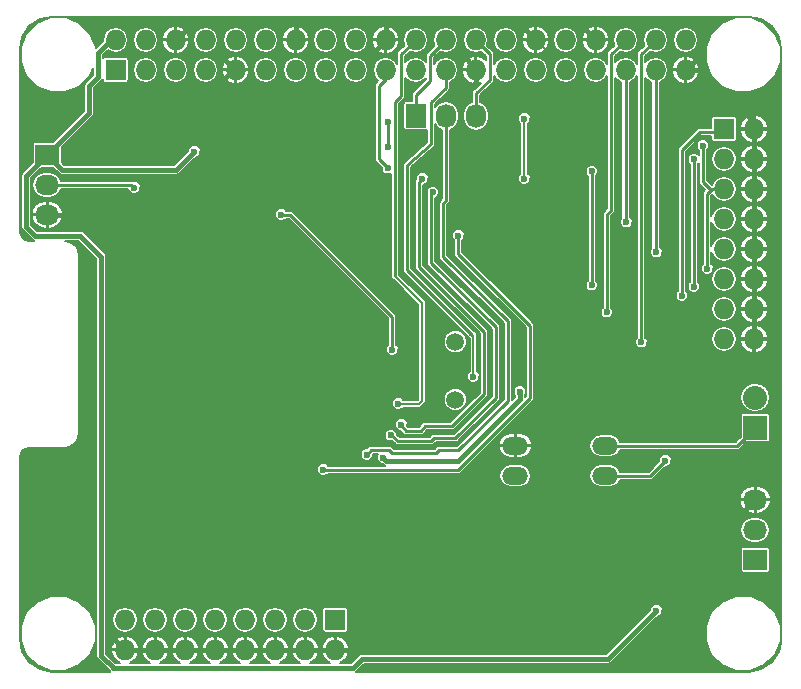
<source format=gbl>
G04 #@! TF.FileFunction,Copper,L2,Bot,Signal*
%FSLAX46Y46*%
G04 Gerber Fmt 4.6, Leading zero omitted, Abs format (unit mm)*
G04 Created by KiCad (PCBNEW (2015-05-05 BZR 5645)-product) date ma. 18. mai 2015 kl. 21.53 +0200*
%MOMM*%
G01*
G04 APERTURE LIST*
%ADD10C,0.100000*%
%ADD11R,1.727200X1.727200*%
%ADD12O,1.727200X1.727200*%
%ADD13R,1.727200X2.032000*%
%ADD14O,1.727200X2.032000*%
%ADD15R,2.032000X2.032000*%
%ADD16O,2.032000X2.032000*%
%ADD17R,2.032000X1.727200*%
%ADD18O,2.032000X1.727200*%
%ADD19O,2.197100X1.498600*%
%ADD20O,2.194560X1.496060*%
%ADD21C,1.501140*%
%ADD22C,0.600000*%
%ADD23C,0.400000*%
%ADD24C,0.200000*%
%ADD25C,0.250000*%
%ADD26C,0.152400*%
G04 APERTURE END LIST*
D10*
D11*
X66488000Y-61398000D03*
D12*
X66488000Y-58858000D03*
X69028000Y-61398000D03*
X69028000Y-58858000D03*
X71568000Y-61398000D03*
X71568000Y-58858000D03*
X74108000Y-61398000D03*
X74108000Y-58858000D03*
X76648000Y-61398000D03*
X76648000Y-58858000D03*
X79188000Y-61398000D03*
X79188000Y-58858000D03*
X81728000Y-61398000D03*
X81728000Y-58858000D03*
X84268000Y-61398000D03*
X84268000Y-58858000D03*
X86808000Y-61398000D03*
X86808000Y-58858000D03*
X89348000Y-61398000D03*
X89348000Y-58858000D03*
X91888000Y-61398000D03*
X91888000Y-58858000D03*
X94428000Y-61398000D03*
X94428000Y-58858000D03*
X96968000Y-61398000D03*
X96968000Y-58858000D03*
X99508000Y-61398000D03*
X99508000Y-58858000D03*
X102048000Y-61398000D03*
X102048000Y-58858000D03*
X104588000Y-61398000D03*
X104588000Y-58858000D03*
X107128000Y-61398000D03*
X107128000Y-58858000D03*
X109668000Y-61398000D03*
X109668000Y-58858000D03*
X112208000Y-61398000D03*
X112208000Y-58858000D03*
X114748000Y-61398000D03*
X114748000Y-58858000D03*
D13*
X91948000Y-65278000D03*
D14*
X94488000Y-65278000D03*
X97028000Y-65278000D03*
D11*
X85090000Y-107950000D03*
D12*
X85090000Y-110490000D03*
X82550000Y-107950000D03*
X82550000Y-110490000D03*
X80010000Y-107950000D03*
X80010000Y-110490000D03*
X77470000Y-107950000D03*
X77470000Y-110490000D03*
X74930000Y-107950000D03*
X74930000Y-110490000D03*
X72390000Y-107950000D03*
X72390000Y-110490000D03*
X69850000Y-107950000D03*
X69850000Y-110490000D03*
X67310000Y-107950000D03*
X67310000Y-110490000D03*
D15*
X120650000Y-91694000D03*
D16*
X120650000Y-89154000D03*
D17*
X120650000Y-102870000D03*
D18*
X120650000Y-100330000D03*
X120650000Y-97790000D03*
D17*
X60706000Y-68580000D03*
D18*
X60706000Y-71120000D03*
X60706000Y-73660000D03*
D11*
X118000000Y-66400000D03*
D12*
X120540000Y-66400000D03*
X118000000Y-68940000D03*
X120540000Y-68940000D03*
X118000000Y-71480000D03*
X120540000Y-71480000D03*
X118000000Y-74020000D03*
X120540000Y-74020000D03*
X118000000Y-76560000D03*
X120540000Y-76560000D03*
X118000000Y-79100000D03*
X120540000Y-79100000D03*
X118000000Y-81640000D03*
X120540000Y-81640000D03*
X118000000Y-84180000D03*
X120540000Y-84180000D03*
D19*
X107950000Y-95758000D03*
X107950000Y-93218000D03*
D20*
X100330000Y-93218000D03*
X100330000Y-95758000D03*
D21*
X95250000Y-89308940D03*
X95250000Y-84427060D03*
D22*
X90678000Y-86868000D03*
X110363000Y-62865000D03*
X87757000Y-68453000D03*
X64262000Y-97790000D03*
X104140000Y-64262000D03*
X104140000Y-66040000D03*
X81788000Y-80264000D03*
X95250000Y-70612000D03*
X93218000Y-70231000D03*
X91821000Y-69977000D03*
X87376000Y-88138000D03*
X67310000Y-97790000D03*
X69850000Y-97790000D03*
X72390000Y-97790000D03*
X74930000Y-97790000D03*
X77470000Y-97790000D03*
X80010000Y-97790000D03*
X82550000Y-97790000D03*
X85090000Y-97790000D03*
X65151000Y-63246000D03*
X82753200Y-81229200D03*
X88011000Y-82042000D03*
X71374000Y-64516000D03*
X76200000Y-88392000D03*
X77470000Y-93980000D03*
X83185000Y-95504000D03*
X89154000Y-94234000D03*
X100711000Y-88646000D03*
X89789000Y-92329000D03*
X93345000Y-71755000D03*
X89535000Y-69723000D03*
X92456000Y-70612000D03*
X89535000Y-67945000D03*
X89535000Y-65786000D03*
X90678000Y-91440000D03*
X96774000Y-87376000D03*
X90424000Y-89662000D03*
X87757000Y-93980000D03*
X101092000Y-65532000D03*
X101092000Y-70612000D03*
X73152000Y-68326000D03*
X112268000Y-107188000D03*
X113030000Y-94488000D03*
X89916000Y-85090000D03*
X80518000Y-73660000D03*
X84074000Y-95250000D03*
X95504000Y-75438000D03*
X68072000Y-71374000D03*
X109728000Y-74295000D03*
X108077000Y-81915000D03*
X112268000Y-76835000D03*
X110998000Y-84455000D03*
X114427000Y-80518000D03*
X115443000Y-68961000D03*
X115443000Y-79756000D03*
X116205000Y-67818000D03*
X116586000Y-78232000D03*
X106807000Y-79629000D03*
X106807000Y-69977000D03*
D23*
X89408000Y-88138000D02*
X87376000Y-88138000D01*
X90678000Y-86868000D02*
X89408000Y-88138000D01*
X110363000Y-62865000D02*
X110363000Y-64071500D01*
X89348000Y-58858000D02*
X89348000Y-57150000D01*
X89408000Y-57340500D02*
X89408000Y-57150000D01*
X89408000Y-57210000D02*
X89408000Y-57340500D01*
X89348000Y-57150000D02*
X89408000Y-57210000D01*
X81728000Y-58858000D02*
X81728000Y-57150000D01*
X81728000Y-57150000D02*
X81724500Y-57150000D01*
X76648000Y-61398000D02*
X76574500Y-61398000D01*
X76574500Y-61398000D02*
X75374500Y-60198000D01*
X75374500Y-60198000D02*
X75374500Y-57150000D01*
X96968000Y-61398000D02*
X96968000Y-61281000D01*
X96968000Y-61281000D02*
X95694500Y-60007500D01*
X95694500Y-60007500D02*
X95694500Y-57150000D01*
X88074500Y-62547500D02*
X87757000Y-62865000D01*
X88074500Y-60134500D02*
X88074500Y-62547500D01*
X89348000Y-58861000D02*
X88074500Y-60134500D01*
X87757000Y-62865000D02*
X87757000Y-68453000D01*
X89348000Y-58858000D02*
X89348000Y-58861000D01*
X85090000Y-110490000D02*
X107950000Y-110490000D01*
X107950000Y-110490000D02*
X120650000Y-97790000D01*
D24*
X87376000Y-88138000D02*
X87376000Y-89027000D01*
X87376000Y-89027000D02*
X90678000Y-92329000D01*
X90678000Y-92329000D02*
X92964000Y-92329000D01*
X92964000Y-92329000D02*
X93218000Y-92075000D01*
X93218000Y-92075000D02*
X93980000Y-92075000D01*
X82804000Y-81280000D02*
X81788000Y-80264000D01*
X82804000Y-81303091D02*
X82804000Y-81280000D01*
X104140000Y-66040000D02*
X104140000Y-64262000D01*
X102048000Y-58858000D02*
X102048000Y-58868000D01*
X102048000Y-58868000D02*
X103251000Y-60071000D01*
X103251000Y-60071000D02*
X103251000Y-63373000D01*
X103251000Y-63373000D02*
X104140000Y-64262000D01*
D23*
X91821000Y-69977000D02*
X92075000Y-69723000D01*
X96968000Y-61398000D02*
X96968000Y-62417000D01*
X95250000Y-67056000D02*
X95250000Y-70612000D01*
X95758000Y-66548000D02*
X95250000Y-67056000D01*
X95758000Y-63627000D02*
X95758000Y-66548000D01*
X96968000Y-62417000D02*
X95758000Y-63627000D01*
X92075000Y-69723000D02*
X92964000Y-69723000D01*
X92964000Y-69723000D02*
X93218000Y-69977000D01*
X93218000Y-69977000D02*
X93218000Y-70231000D01*
X88011000Y-82042000D02*
X84328000Y-82042000D01*
X84328000Y-82042000D02*
X82296000Y-84074000D01*
X88011000Y-82042000D02*
X83312000Y-82042000D01*
X83312000Y-82042000D02*
X82804000Y-81303091D01*
X82804000Y-81303091D02*
X82753200Y-81229200D01*
X67310000Y-110490000D02*
X67310000Y-110744000D01*
X60706000Y-73660000D02*
X62738000Y-73660000D01*
X62738000Y-73660000D02*
X66040000Y-76962000D01*
X66040000Y-76962000D02*
X66040000Y-109220000D01*
X66040000Y-109220000D02*
X67310000Y-110490000D01*
X82296000Y-84074000D02*
X83312000Y-84074000D01*
X83312000Y-84074000D02*
X87376000Y-88138000D01*
X78740000Y-88138000D02*
X78994000Y-88138000D01*
X78994000Y-88138000D02*
X83312000Y-92456000D01*
X78740000Y-88138000D02*
X87376000Y-88138000D01*
X78740000Y-88138000D02*
X78740000Y-87630000D01*
X78740000Y-87630000D02*
X82296000Y-84074000D01*
X83312000Y-92456000D02*
X83312000Y-92202000D01*
X83312000Y-92202000D02*
X85153500Y-90360500D01*
X85153500Y-90360500D02*
X87376000Y-88138000D01*
X78994000Y-92456000D02*
X78994000Y-88392000D01*
X78994000Y-88392000D02*
X78740000Y-88138000D01*
X78994000Y-92456000D02*
X78994000Y-88392000D01*
X78867000Y-88265000D02*
X78740000Y-88138000D01*
X78994000Y-88392000D02*
X78867000Y-88265000D01*
X78994000Y-92456000D02*
X83312000Y-92456000D01*
X83185000Y-95504000D02*
X83185000Y-92583000D01*
X83185000Y-97790000D02*
X83185000Y-95504000D01*
X83185000Y-92583000D02*
X83312000Y-92456000D01*
X68580000Y-97790000D02*
X67310000Y-97790000D01*
X69850000Y-97790000D02*
X68580000Y-97790000D01*
X71120000Y-97790000D02*
X72390000Y-97790000D01*
X69850000Y-97790000D02*
X71120000Y-97790000D01*
X73660000Y-97790000D02*
X72390000Y-97790000D01*
X74930000Y-97790000D02*
X73660000Y-97790000D01*
X76200000Y-97790000D02*
X77470000Y-97790000D01*
X74930000Y-97790000D02*
X76200000Y-97790000D01*
X78740000Y-97790000D02*
X77470000Y-97790000D01*
X80010000Y-97790000D02*
X78740000Y-97790000D01*
X81280000Y-97790000D02*
X82550000Y-97790000D01*
X80010000Y-97790000D02*
X81280000Y-97790000D01*
X83820000Y-97790000D02*
X83185000Y-97790000D01*
X85090000Y-97790000D02*
X83820000Y-97790000D01*
X83185000Y-97790000D02*
X82550000Y-97790000D01*
X73276000Y-57150000D02*
X71568000Y-58858000D01*
X74803000Y-57150000D02*
X73276000Y-57150000D01*
X76648000Y-61398000D02*
X76511000Y-61398000D01*
X74803000Y-57150000D02*
X75374500Y-57150000D01*
X75374500Y-57150000D02*
X80010000Y-57150000D01*
X80010000Y-57150000D02*
X81724500Y-57150000D01*
X81724500Y-57150000D02*
X87640000Y-57150000D01*
X87640000Y-57150000D02*
X89408000Y-57150000D01*
X100340000Y-57150000D02*
X102048000Y-58858000D01*
X100330000Y-57150000D02*
X100340000Y-57150000D01*
X95631000Y-57150000D02*
X95694500Y-57150000D01*
X89408000Y-57150000D02*
X95631000Y-57150000D01*
X95694500Y-57150000D02*
X100330000Y-57150000D01*
X105420000Y-57150000D02*
X107128000Y-58858000D01*
X105410000Y-57150000D02*
X105420000Y-57150000D01*
X100330000Y-57150000D02*
X105410000Y-57150000D01*
X115443000Y-57150000D02*
X116205000Y-57912000D01*
X116205000Y-57912000D02*
X116205000Y-59941000D01*
X116205000Y-59941000D02*
X114748000Y-61398000D01*
X105410000Y-57150000D02*
X115443000Y-57150000D01*
X96968000Y-61398000D02*
X96831000Y-61398000D01*
X72644000Y-63246000D02*
X65151000Y-63246000D01*
X74549000Y-63246000D02*
X72644000Y-63246000D01*
X76397000Y-61398000D02*
X74549000Y-63246000D01*
X76648000Y-61398000D02*
X76397000Y-61398000D01*
X89348000Y-58858000D02*
X89348000Y-59242000D01*
X102048000Y-58858000D02*
X102048000Y-58988000D01*
X116135000Y-61398000D02*
X114748000Y-61398000D01*
X120540000Y-65803000D02*
X116135000Y-61398000D01*
X120540000Y-66400000D02*
X120540000Y-65803000D01*
X120540000Y-81640000D02*
X120540000Y-84180000D01*
X120540000Y-79100000D02*
X120540000Y-81640000D01*
X120540000Y-76560000D02*
X120540000Y-79100000D01*
X120540000Y-74020000D02*
X120540000Y-76560000D01*
X120540000Y-71480000D02*
X120540000Y-74020000D01*
X120540000Y-68940000D02*
X120540000Y-71480000D01*
X120540000Y-66400000D02*
X120540000Y-68940000D01*
X82296000Y-81534000D02*
X82753200Y-81229200D01*
X82296000Y-84074000D02*
X82296000Y-81534000D01*
X88011000Y-83439000D02*
X88011000Y-82042000D01*
X87376000Y-88138000D02*
X87376000Y-84074000D01*
X87376000Y-84074000D02*
X88011000Y-83439000D01*
X68580000Y-110490000D02*
X67310000Y-110490000D01*
X69850000Y-110490000D02*
X68580000Y-110490000D01*
X71120000Y-110490000D02*
X69850000Y-110490000D01*
X72390000Y-110490000D02*
X71120000Y-110490000D01*
X73660000Y-110490000D02*
X72390000Y-110490000D01*
X74930000Y-110490000D02*
X73660000Y-110490000D01*
X76200000Y-110490000D02*
X74930000Y-110490000D01*
X77470000Y-110490000D02*
X76200000Y-110490000D01*
X78740000Y-110490000D02*
X77470000Y-110490000D01*
X80010000Y-110490000D02*
X78740000Y-110490000D01*
X81280000Y-110490000D02*
X80010000Y-110490000D01*
X82550000Y-110490000D02*
X81280000Y-110490000D01*
X83820000Y-110490000D02*
X82550000Y-110490000D01*
X85090000Y-110490000D02*
X83820000Y-110490000D01*
X83820000Y-110490000D02*
X83820000Y-97790000D01*
X81280000Y-110490000D02*
X81280000Y-97790000D01*
X78740000Y-110490000D02*
X78740000Y-97790000D01*
X76200000Y-110490000D02*
X76200000Y-97790000D01*
X73660000Y-110490000D02*
X73660000Y-97790000D01*
X71120000Y-110490000D02*
X71120000Y-97790000D01*
X68580000Y-110490000D02*
X68580000Y-97790000D01*
X71374000Y-64516000D02*
X72644000Y-63246000D01*
X76327000Y-88265000D02*
X76200000Y-88392000D01*
X78867000Y-88265000D02*
X76327000Y-88265000D01*
X77470000Y-93980000D02*
X78994000Y-92456000D01*
X83312000Y-95504000D02*
X83185000Y-95504000D01*
X83185000Y-95504000D02*
X83312000Y-95504000D01*
X100330000Y-89662000D02*
X100711000Y-89281000D01*
X89154000Y-94234000D02*
X89408000Y-94488000D01*
X89408000Y-94488000D02*
X95504000Y-94488000D01*
X95504000Y-94488000D02*
X100330000Y-89662000D01*
X100711000Y-89281000D02*
X100711000Y-88646000D01*
D25*
X90424000Y-92837000D02*
X89789000Y-92329000D01*
X93218000Y-92837000D02*
X90424000Y-92837000D01*
X93472000Y-92583000D02*
X93218000Y-92837000D01*
X95250000Y-92583000D02*
X93472000Y-92583000D01*
X98679000Y-89154000D02*
X95250000Y-92583000D01*
X98679000Y-83185000D02*
X98679000Y-89154000D01*
X93218000Y-77724000D02*
X98679000Y-83185000D01*
X93218000Y-71882000D02*
X93218000Y-77724000D01*
X93345000Y-71755000D02*
X93218000Y-71882000D01*
X88773000Y-68961000D02*
X89535000Y-69723000D01*
X88773000Y-62738000D02*
X88773000Y-68961000D01*
X89348000Y-62163000D02*
X88773000Y-62738000D01*
X89348000Y-61398000D02*
X89348000Y-62163000D01*
X97663000Y-88866044D02*
X94962044Y-91567000D01*
X97663000Y-83566000D02*
X97663000Y-88866044D01*
X92202000Y-78105000D02*
X97663000Y-83566000D01*
X92202000Y-70866000D02*
X92202000Y-78105000D01*
X92456000Y-70612000D02*
X92202000Y-70866000D01*
X89535000Y-65786000D02*
X89535000Y-67945000D01*
X91059000Y-91948000D02*
X90678000Y-91440000D01*
X92329000Y-91948000D02*
X91059000Y-91948000D01*
X92710000Y-91567000D02*
X92329000Y-91948000D01*
X94962044Y-91567000D02*
X92710000Y-91567000D01*
D26*
X96774000Y-83820000D02*
X96647000Y-83820000D01*
X96774000Y-87376000D02*
X96774000Y-83820000D01*
X96647000Y-83820000D02*
X96520000Y-83820000D01*
X96520000Y-83820000D02*
X96520000Y-83693000D01*
D25*
X91186000Y-78359000D02*
X96520000Y-83693000D01*
X96520000Y-83693000D02*
X96647000Y-83820000D01*
X94428000Y-61398000D02*
X94428000Y-62925000D01*
X94428000Y-62925000D02*
X93218000Y-64135000D01*
X93218000Y-64135000D02*
X93218000Y-67691000D01*
X93218000Y-67691000D02*
X91186000Y-69469000D01*
X91186000Y-69469000D02*
X91186000Y-78359000D01*
X93091000Y-60195000D02*
X94428000Y-58858000D01*
X93091000Y-62357000D02*
X93091000Y-60195000D01*
X91948000Y-63500000D02*
X93091000Y-62357000D01*
X91948000Y-65278000D02*
X91948000Y-63500000D01*
X98171000Y-60061000D02*
X96968000Y-58858000D01*
X98171000Y-62230000D02*
X98171000Y-60061000D01*
X97028000Y-63373000D02*
X98171000Y-62230000D01*
X97028000Y-65278000D02*
X97028000Y-63373000D01*
D24*
X90424000Y-89662000D02*
X92202000Y-89662000D01*
D25*
X90170000Y-68199000D02*
X90170000Y-78867000D01*
X90170000Y-64135000D02*
X90170000Y-68199000D01*
X90678000Y-63627000D02*
X90170000Y-64135000D01*
X90678000Y-60071000D02*
X90678000Y-63627000D01*
X90678000Y-60071000D02*
X91888000Y-58861000D01*
D24*
X92456000Y-81153000D02*
X90170000Y-78867000D01*
X92456000Y-89408000D02*
X92456000Y-81153000D01*
X92202000Y-89662000D02*
X92456000Y-89408000D01*
X90551000Y-89789000D02*
X90678000Y-89662000D01*
X90424000Y-89662000D02*
X90551000Y-89789000D01*
D25*
X91888000Y-58858000D02*
X91888000Y-58861000D01*
X94488000Y-72390000D02*
X94488000Y-65278000D01*
X94234000Y-72771000D02*
X94488000Y-72390000D01*
X94234000Y-77216000D02*
X94234000Y-72771000D01*
X99695000Y-82677000D02*
X94234000Y-77216000D01*
X99695000Y-89408000D02*
X99695000Y-82677000D01*
X95504000Y-93599000D02*
X99695000Y-89408000D01*
X93897002Y-93599000D02*
X95504000Y-93599000D01*
X93643002Y-93853000D02*
X93897002Y-93599000D01*
X89916000Y-93853000D02*
X93643002Y-93853000D01*
X89662000Y-93599000D02*
X89916000Y-93853000D01*
X88138000Y-93599000D02*
X89662000Y-93599000D01*
X87757000Y-93980000D02*
X88138000Y-93599000D01*
D24*
X101092000Y-70612000D02*
X101092000Y-65532000D01*
D23*
X60706000Y-68580000D02*
X60452000Y-68580000D01*
X73152000Y-68326000D02*
X71628000Y-69850000D01*
X71628000Y-69850000D02*
X61976000Y-69850000D01*
X61976000Y-69850000D02*
X60706000Y-68580000D01*
X64262000Y-62738000D02*
X64262000Y-65024000D01*
X64262000Y-65024000D02*
X60706000Y-68580000D01*
X66488000Y-58858000D02*
X66110000Y-58858000D01*
X66110000Y-58858000D02*
X65024000Y-59944000D01*
X65024000Y-59944000D02*
X65024000Y-61976000D01*
X65024000Y-61976000D02*
X64262000Y-62738000D01*
X108204000Y-111252000D02*
X112268000Y-107188000D01*
X62738000Y-75438000D02*
X63500000Y-75438000D01*
X58928000Y-70358000D02*
X58928000Y-74676000D01*
X58928000Y-74676000D02*
X59690000Y-75438000D01*
X59690000Y-75438000D02*
X62738000Y-75438000D01*
X60706000Y-68580000D02*
X58928000Y-70358000D01*
X65278000Y-77216000D02*
X65278000Y-110998000D01*
X63500000Y-75438000D02*
X65278000Y-77216000D01*
X66338402Y-112058402D02*
X66294000Y-112014000D01*
X65278000Y-110998000D02*
X66338402Y-112058402D01*
X66294000Y-112014000D02*
X86614000Y-112014000D01*
X86614000Y-112014000D02*
X87376000Y-111252000D01*
X87376000Y-111252000D02*
X108204000Y-111252000D01*
D25*
X119126000Y-93218000D02*
X120650000Y-91694000D01*
X107950000Y-93218000D02*
X119126000Y-93218000D01*
X111760000Y-95758000D02*
X113030000Y-94488000D01*
X107950000Y-95758000D02*
X111760000Y-95758000D01*
X89916000Y-85090000D02*
X89916000Y-82296000D01*
X89916000Y-82296000D02*
X81280000Y-73660000D01*
X81280000Y-73660000D02*
X80518000Y-73660000D01*
X101600000Y-89154000D02*
X101600000Y-86614000D01*
X95504000Y-95250000D02*
X101600000Y-89154000D01*
X93980000Y-95250000D02*
X95504000Y-95250000D01*
X84074000Y-95250000D02*
X93980000Y-95250000D01*
X95504000Y-76962000D02*
X95504000Y-75438000D01*
X101600000Y-83058000D02*
X95504000Y-76962000D01*
X101600000Y-86614000D02*
X101600000Y-83058000D01*
X68072000Y-71374000D02*
X67818000Y-71120000D01*
X67818000Y-71120000D02*
X60706000Y-71120000D01*
X109668000Y-74235000D02*
X109728000Y-74295000D01*
X109668000Y-61398000D02*
X109668000Y-74235000D01*
X108077000Y-73660000D02*
X108077000Y-81915000D01*
X108458000Y-73279000D02*
X108077000Y-73660000D01*
X108458000Y-60071000D02*
X108458000Y-73279000D01*
X109668000Y-58861000D02*
X108458000Y-60071000D01*
X109668000Y-58858000D02*
X109668000Y-58861000D01*
X112208000Y-76775000D02*
X112268000Y-76835000D01*
X112208000Y-61398000D02*
X112208000Y-76775000D01*
X110998000Y-60071000D02*
X110998000Y-84455000D01*
X112208000Y-58861000D02*
X110998000Y-60071000D01*
X112208000Y-58858000D02*
X112208000Y-58861000D01*
X117725000Y-66675000D02*
X118000000Y-66400000D01*
X115951000Y-66675000D02*
X117725000Y-66675000D01*
X114427000Y-68199000D02*
X115951000Y-66675000D01*
X114427000Y-80518000D02*
X114427000Y-68199000D01*
X115443000Y-79756000D02*
X115443000Y-68961000D01*
X116819000Y-71480000D02*
X118000000Y-71480000D01*
X116205000Y-70866000D02*
X116819000Y-71480000D01*
X116205000Y-67818000D02*
X116205000Y-70866000D01*
X116988000Y-71480000D02*
X118000000Y-71480000D01*
X116586000Y-71882000D02*
X116988000Y-71480000D01*
X116586000Y-78232000D02*
X116586000Y-71882000D01*
X106807000Y-79629000D02*
X106807000Y-69977000D01*
D26*
G36*
X66023268Y-112349400D02*
X64794750Y-112349400D01*
X64794750Y-108498987D01*
X64312221Y-107331178D01*
X63419522Y-106436919D01*
X62252557Y-105952353D01*
X60988987Y-105951250D01*
X59821178Y-106433779D01*
X58926919Y-107326478D01*
X58442353Y-108493443D01*
X58441250Y-109757013D01*
X58923779Y-110924822D01*
X59816478Y-111819081D01*
X60983443Y-112303647D01*
X62247013Y-112304750D01*
X63414822Y-111822221D01*
X64309081Y-110929522D01*
X64793647Y-109762557D01*
X64794750Y-108498987D01*
X64794750Y-112349400D01*
X61145441Y-112349400D01*
X60078655Y-112137203D01*
X59197539Y-111548460D01*
X58608796Y-110667346D01*
X58396600Y-109600559D01*
X58396600Y-94155440D01*
X58456555Y-93854020D01*
X58611752Y-93621752D01*
X58844021Y-93466555D01*
X59145440Y-93406600D01*
X62118000Y-93406600D01*
X62144911Y-93401247D01*
X62172352Y-93401247D01*
X62555035Y-93325127D01*
X62655465Y-93283528D01*
X62655465Y-93283527D01*
X62655468Y-93283524D01*
X62979889Y-93066755D01*
X63056754Y-92989889D01*
X63056755Y-92989889D01*
X63056756Y-92989885D01*
X63273524Y-92665468D01*
X63273527Y-92665465D01*
X63273528Y-92665465D01*
X63315127Y-92565035D01*
X63391247Y-92182352D01*
X63391247Y-92154911D01*
X63396600Y-92128000D01*
X63396600Y-77128000D01*
X63391247Y-77101088D01*
X63391247Y-77073648D01*
X63315127Y-76690965D01*
X63273528Y-76590535D01*
X63273524Y-76590531D01*
X63056756Y-76266114D01*
X63056755Y-76266111D01*
X62979889Y-76189245D01*
X62655468Y-75972475D01*
X62655465Y-75972473D01*
X62655465Y-75972472D01*
X62555035Y-75930873D01*
X62231911Y-75866600D01*
X62738000Y-75866600D01*
X63322467Y-75866600D01*
X64849400Y-77393532D01*
X64849400Y-110998000D01*
X64882025Y-111162018D01*
X64974934Y-111301066D01*
X65990934Y-112317066D01*
X66023268Y-112349400D01*
X66023268Y-112349400D01*
G37*
X66023268Y-112349400D02*
X64794750Y-112349400D01*
X64794750Y-108498987D01*
X64312221Y-107331178D01*
X63419522Y-106436919D01*
X62252557Y-105952353D01*
X60988987Y-105951250D01*
X59821178Y-106433779D01*
X58926919Y-107326478D01*
X58442353Y-108493443D01*
X58441250Y-109757013D01*
X58923779Y-110924822D01*
X59816478Y-111819081D01*
X60983443Y-112303647D01*
X62247013Y-112304750D01*
X63414822Y-111822221D01*
X64309081Y-110929522D01*
X64793647Y-109762557D01*
X64794750Y-108498987D01*
X64794750Y-112349400D01*
X61145441Y-112349400D01*
X60078655Y-112137203D01*
X59197539Y-111548460D01*
X58608796Y-110667346D01*
X58396600Y-109600559D01*
X58396600Y-94155440D01*
X58456555Y-93854020D01*
X58611752Y-93621752D01*
X58844021Y-93466555D01*
X59145440Y-93406600D01*
X62118000Y-93406600D01*
X62144911Y-93401247D01*
X62172352Y-93401247D01*
X62555035Y-93325127D01*
X62655465Y-93283528D01*
X62655465Y-93283527D01*
X62655468Y-93283524D01*
X62979889Y-93066755D01*
X63056754Y-92989889D01*
X63056755Y-92989889D01*
X63056756Y-92989885D01*
X63273524Y-92665468D01*
X63273527Y-92665465D01*
X63273528Y-92665465D01*
X63315127Y-92565035D01*
X63391247Y-92182352D01*
X63391247Y-92154911D01*
X63396600Y-92128000D01*
X63396600Y-77128000D01*
X63391247Y-77101088D01*
X63391247Y-77073648D01*
X63315127Y-76690965D01*
X63273528Y-76590535D01*
X63273524Y-76590531D01*
X63056756Y-76266114D01*
X63056755Y-76266111D01*
X62979889Y-76189245D01*
X62655468Y-75972475D01*
X62655465Y-75972473D01*
X62655465Y-75972472D01*
X62555035Y-75930873D01*
X62231911Y-75866600D01*
X62738000Y-75866600D01*
X63322467Y-75866600D01*
X64849400Y-77393532D01*
X64849400Y-110998000D01*
X64882025Y-111162018D01*
X64974934Y-111301066D01*
X65990934Y-112317066D01*
X66023268Y-112349400D01*
G36*
X122840280Y-109596134D02*
X122794750Y-109825028D01*
X122794750Y-108498987D01*
X122794750Y-59498987D01*
X122312221Y-58331178D01*
X121419522Y-57436919D01*
X120252557Y-56952353D01*
X118988987Y-56951250D01*
X117821178Y-57433779D01*
X116926919Y-58326478D01*
X116442353Y-59493443D01*
X116441250Y-60757013D01*
X116923779Y-61924822D01*
X117816478Y-62819081D01*
X118983443Y-63303647D01*
X120247013Y-63304750D01*
X121414822Y-62822221D01*
X122309081Y-61929522D01*
X122793647Y-60762557D01*
X122794750Y-59498987D01*
X122794750Y-108498987D01*
X122312221Y-107331178D01*
X121968929Y-106987286D01*
X121968929Y-98024168D01*
X121968929Y-97555832D01*
X121920306Y-97379768D01*
X121918983Y-97377600D01*
X121918983Y-89154000D01*
X121824243Y-88677712D01*
X121706529Y-88501540D01*
X121706529Y-84414168D01*
X121706529Y-83945832D01*
X121706529Y-81874168D01*
X121706529Y-81405832D01*
X121706529Y-79334168D01*
X121706529Y-78865832D01*
X121706529Y-76794168D01*
X121706529Y-76325832D01*
X121706529Y-74254168D01*
X121706529Y-73785832D01*
X121706529Y-71714168D01*
X121706529Y-71245832D01*
X121706529Y-69174168D01*
X121706529Y-68705832D01*
X121706529Y-66634168D01*
X121706529Y-66165832D01*
X121530446Y-65740720D01*
X121202757Y-65411877D01*
X120774169Y-65233467D01*
X120588800Y-65292747D01*
X120588800Y-66351200D01*
X121647175Y-66351200D01*
X121706529Y-66165832D01*
X121706529Y-66634168D01*
X121647175Y-66448800D01*
X120588800Y-66448800D01*
X120588800Y-67507253D01*
X120774169Y-67566533D01*
X121202757Y-67388123D01*
X121530446Y-67059280D01*
X121706529Y-66634168D01*
X121706529Y-68705832D01*
X121530446Y-68280720D01*
X121202757Y-67951877D01*
X120774169Y-67773467D01*
X120588800Y-67832747D01*
X120588800Y-68891200D01*
X121647175Y-68891200D01*
X121706529Y-68705832D01*
X121706529Y-69174168D01*
X121647175Y-68988800D01*
X120588800Y-68988800D01*
X120588800Y-70047253D01*
X120774169Y-70106533D01*
X121202757Y-69928123D01*
X121530446Y-69599280D01*
X121706529Y-69174168D01*
X121706529Y-71245832D01*
X121530446Y-70820720D01*
X121202757Y-70491877D01*
X120774169Y-70313467D01*
X120588800Y-70372747D01*
X120588800Y-71431200D01*
X121647175Y-71431200D01*
X121706529Y-71245832D01*
X121706529Y-71714168D01*
X121647175Y-71528800D01*
X120588800Y-71528800D01*
X120588800Y-72587253D01*
X120774169Y-72646533D01*
X121202757Y-72468123D01*
X121530446Y-72139280D01*
X121706529Y-71714168D01*
X121706529Y-73785832D01*
X121530446Y-73360720D01*
X121202757Y-73031877D01*
X120774169Y-72853467D01*
X120588800Y-72912747D01*
X120588800Y-73971200D01*
X121647175Y-73971200D01*
X121706529Y-73785832D01*
X121706529Y-74254168D01*
X121647175Y-74068800D01*
X120588800Y-74068800D01*
X120588800Y-75127253D01*
X120774169Y-75186533D01*
X121202757Y-75008123D01*
X121530446Y-74679280D01*
X121706529Y-74254168D01*
X121706529Y-76325832D01*
X121530446Y-75900720D01*
X121202757Y-75571877D01*
X120774169Y-75393467D01*
X120588800Y-75452747D01*
X120588800Y-76511200D01*
X121647175Y-76511200D01*
X121706529Y-76325832D01*
X121706529Y-76794168D01*
X121647175Y-76608800D01*
X120588800Y-76608800D01*
X120588800Y-77667253D01*
X120774169Y-77726533D01*
X121202757Y-77548123D01*
X121530446Y-77219280D01*
X121706529Y-76794168D01*
X121706529Y-78865832D01*
X121530446Y-78440720D01*
X121202757Y-78111877D01*
X120774169Y-77933467D01*
X120588800Y-77992747D01*
X120588800Y-79051200D01*
X121647175Y-79051200D01*
X121706529Y-78865832D01*
X121706529Y-79334168D01*
X121647175Y-79148800D01*
X120588800Y-79148800D01*
X120588800Y-80207253D01*
X120774169Y-80266533D01*
X121202757Y-80088123D01*
X121530446Y-79759280D01*
X121706529Y-79334168D01*
X121706529Y-81405832D01*
X121530446Y-80980720D01*
X121202757Y-80651877D01*
X120774169Y-80473467D01*
X120588800Y-80532747D01*
X120588800Y-81591200D01*
X121647175Y-81591200D01*
X121706529Y-81405832D01*
X121706529Y-81874168D01*
X121647175Y-81688800D01*
X120588800Y-81688800D01*
X120588800Y-82747253D01*
X120774169Y-82806533D01*
X121202757Y-82628123D01*
X121530446Y-82299280D01*
X121706529Y-81874168D01*
X121706529Y-83945832D01*
X121530446Y-83520720D01*
X121202757Y-83191877D01*
X120774169Y-83013467D01*
X120588800Y-83072747D01*
X120588800Y-84131200D01*
X121647175Y-84131200D01*
X121706529Y-83945832D01*
X121706529Y-84414168D01*
X121647175Y-84228800D01*
X120588800Y-84228800D01*
X120588800Y-85287253D01*
X120774169Y-85346533D01*
X121202757Y-85168123D01*
X121530446Y-84839280D01*
X121706529Y-84414168D01*
X121706529Y-88501540D01*
X121554448Y-88273935D01*
X121150671Y-88004140D01*
X120674383Y-87909400D01*
X120625617Y-87909400D01*
X120491200Y-87936137D01*
X120491200Y-85287253D01*
X120491200Y-84228800D01*
X120491200Y-84131200D01*
X120491200Y-83072747D01*
X120491200Y-82747253D01*
X120491200Y-81688800D01*
X120491200Y-81591200D01*
X120491200Y-80532747D01*
X120491200Y-80207253D01*
X120491200Y-79148800D01*
X120491200Y-79051200D01*
X120491200Y-77992747D01*
X120491200Y-77667253D01*
X120491200Y-76608800D01*
X120491200Y-76511200D01*
X120491200Y-75452747D01*
X120491200Y-75127253D01*
X120491200Y-74068800D01*
X120491200Y-73971200D01*
X120491200Y-72912747D01*
X120491200Y-72587253D01*
X120491200Y-71528800D01*
X120491200Y-71431200D01*
X120491200Y-70372747D01*
X120491200Y-70047253D01*
X120491200Y-68988800D01*
X120491200Y-68891200D01*
X120491200Y-67832747D01*
X120491200Y-67507253D01*
X120491200Y-66448800D01*
X120491200Y-66351200D01*
X120491200Y-65292747D01*
X120305831Y-65233467D01*
X119877243Y-65411877D01*
X119549554Y-65740720D01*
X119373471Y-66165832D01*
X119432825Y-66351200D01*
X120491200Y-66351200D01*
X120491200Y-66448800D01*
X119432825Y-66448800D01*
X119373471Y-66634168D01*
X119549554Y-67059280D01*
X119877243Y-67388123D01*
X120305831Y-67566533D01*
X120491200Y-67507253D01*
X120491200Y-67832747D01*
X120305831Y-67773467D01*
X119877243Y-67951877D01*
X119549554Y-68280720D01*
X119373471Y-68705832D01*
X119432825Y-68891200D01*
X120491200Y-68891200D01*
X120491200Y-68988800D01*
X119432825Y-68988800D01*
X119373471Y-69174168D01*
X119549554Y-69599280D01*
X119877243Y-69928123D01*
X120305831Y-70106533D01*
X120491200Y-70047253D01*
X120491200Y-70372747D01*
X120305831Y-70313467D01*
X119877243Y-70491877D01*
X119549554Y-70820720D01*
X119373471Y-71245832D01*
X119432825Y-71431200D01*
X120491200Y-71431200D01*
X120491200Y-71528800D01*
X119432825Y-71528800D01*
X119373471Y-71714168D01*
X119549554Y-72139280D01*
X119877243Y-72468123D01*
X120305831Y-72646533D01*
X120491200Y-72587253D01*
X120491200Y-72912747D01*
X120305831Y-72853467D01*
X119877243Y-73031877D01*
X119549554Y-73360720D01*
X119373471Y-73785832D01*
X119432825Y-73971200D01*
X120491200Y-73971200D01*
X120491200Y-74068800D01*
X119432825Y-74068800D01*
X119373471Y-74254168D01*
X119549554Y-74679280D01*
X119877243Y-75008123D01*
X120305831Y-75186533D01*
X120491200Y-75127253D01*
X120491200Y-75452747D01*
X120305831Y-75393467D01*
X119877243Y-75571877D01*
X119549554Y-75900720D01*
X119373471Y-76325832D01*
X119432825Y-76511200D01*
X120491200Y-76511200D01*
X120491200Y-76608800D01*
X119432825Y-76608800D01*
X119373471Y-76794168D01*
X119549554Y-77219280D01*
X119877243Y-77548123D01*
X120305831Y-77726533D01*
X120491200Y-77667253D01*
X120491200Y-77992747D01*
X120305831Y-77933467D01*
X119877243Y-78111877D01*
X119549554Y-78440720D01*
X119373471Y-78865832D01*
X119432825Y-79051200D01*
X120491200Y-79051200D01*
X120491200Y-79148800D01*
X119432825Y-79148800D01*
X119373471Y-79334168D01*
X119549554Y-79759280D01*
X119877243Y-80088123D01*
X120305831Y-80266533D01*
X120491200Y-80207253D01*
X120491200Y-80532747D01*
X120305831Y-80473467D01*
X119877243Y-80651877D01*
X119549554Y-80980720D01*
X119373471Y-81405832D01*
X119432825Y-81591200D01*
X120491200Y-81591200D01*
X120491200Y-81688800D01*
X119432825Y-81688800D01*
X119373471Y-81874168D01*
X119549554Y-82299280D01*
X119877243Y-82628123D01*
X120305831Y-82806533D01*
X120491200Y-82747253D01*
X120491200Y-83072747D01*
X120305831Y-83013467D01*
X119877243Y-83191877D01*
X119549554Y-83520720D01*
X119373471Y-83945832D01*
X119432825Y-84131200D01*
X120491200Y-84131200D01*
X120491200Y-84228800D01*
X119432825Y-84228800D01*
X119373471Y-84414168D01*
X119549554Y-84839280D01*
X119877243Y-85168123D01*
X120305831Y-85346533D01*
X120491200Y-85287253D01*
X120491200Y-87936137D01*
X120149329Y-88004140D01*
X119745552Y-88273935D01*
X119475757Y-88677712D01*
X119381017Y-89154000D01*
X119475757Y-89630288D01*
X119745552Y-90034065D01*
X120149329Y-90303860D01*
X120625617Y-90398600D01*
X120674383Y-90398600D01*
X121150671Y-90303860D01*
X121554448Y-90034065D01*
X121824243Y-89630288D01*
X121918983Y-89154000D01*
X121918983Y-97377600D01*
X121899079Y-97344994D01*
X121899079Y-92710000D01*
X121899079Y-90678000D01*
X121882167Y-90590836D01*
X121831842Y-90514226D01*
X121755871Y-90462944D01*
X121666000Y-90444921D01*
X119634000Y-90444921D01*
X119546836Y-90461833D01*
X119470226Y-90512158D01*
X119418944Y-90588129D01*
X119400921Y-90678000D01*
X119400921Y-92443013D01*
X119113597Y-92730337D01*
X119113597Y-84180000D01*
X119113597Y-81640000D01*
X119113597Y-79100000D01*
X119113597Y-76560000D01*
X119030458Y-76142033D01*
X118793699Y-75787698D01*
X118439364Y-75550939D01*
X118021397Y-75467800D01*
X117978603Y-75467800D01*
X117560636Y-75550939D01*
X117206301Y-75787698D01*
X116969542Y-76142033D01*
X116939600Y-76292561D01*
X116939600Y-74287438D01*
X116969542Y-74437967D01*
X117206301Y-74792302D01*
X117560636Y-75029061D01*
X117978603Y-75112200D01*
X118021397Y-75112200D01*
X118439364Y-75029061D01*
X118793699Y-74792302D01*
X119030458Y-74437967D01*
X119113597Y-74020000D01*
X119030458Y-73602033D01*
X118793699Y-73247698D01*
X118439364Y-73010939D01*
X118021397Y-72927800D01*
X117978603Y-72927800D01*
X117560636Y-73010939D01*
X117206301Y-73247698D01*
X116969542Y-73602033D01*
X116939600Y-73752561D01*
X116939600Y-72028466D01*
X117009819Y-71958246D01*
X117206301Y-72252302D01*
X117560636Y-72489061D01*
X117978603Y-72572200D01*
X118021397Y-72572200D01*
X118439364Y-72489061D01*
X118793699Y-72252302D01*
X119030458Y-71897967D01*
X119113597Y-71480000D01*
X119113597Y-68940000D01*
X119096679Y-68854947D01*
X119096679Y-67263600D01*
X119096679Y-65536400D01*
X119079767Y-65449236D01*
X119029442Y-65372626D01*
X118953471Y-65321344D01*
X118863600Y-65303321D01*
X117136400Y-65303321D01*
X117049236Y-65320233D01*
X116972626Y-65370558D01*
X116921344Y-65446529D01*
X116903321Y-65536400D01*
X116903321Y-66321400D01*
X115951000Y-66321400D01*
X115914533Y-66328653D01*
X115914533Y-61632169D01*
X115914533Y-61163831D01*
X115840200Y-60985263D01*
X115840200Y-58879397D01*
X115840200Y-58836603D01*
X115757061Y-58418636D01*
X115520302Y-58064301D01*
X115165967Y-57827542D01*
X114748000Y-57744403D01*
X114330033Y-57827542D01*
X113975698Y-58064301D01*
X113738939Y-58418636D01*
X113655800Y-58836603D01*
X113655800Y-58879397D01*
X113738939Y-59297364D01*
X113975698Y-59651699D01*
X114330033Y-59888458D01*
X114748000Y-59971597D01*
X115165967Y-59888458D01*
X115520302Y-59651699D01*
X115757061Y-59297364D01*
X115840200Y-58879397D01*
X115840200Y-60985263D01*
X115736123Y-60735243D01*
X115407280Y-60407554D01*
X114982168Y-60231471D01*
X114796800Y-60290825D01*
X114796800Y-61349200D01*
X115855253Y-61349200D01*
X115914533Y-61163831D01*
X115914533Y-61632169D01*
X115855253Y-61446800D01*
X114796800Y-61446800D01*
X114796800Y-62505175D01*
X114982168Y-62564529D01*
X115407280Y-62388446D01*
X115736123Y-62060757D01*
X115914533Y-61632169D01*
X115914533Y-66328653D01*
X115815683Y-66348316D01*
X115700967Y-66424967D01*
X114699200Y-67426734D01*
X114699200Y-62505175D01*
X114699200Y-61446800D01*
X114699200Y-61349200D01*
X114699200Y-60290825D01*
X114513832Y-60231471D01*
X114088720Y-60407554D01*
X113759877Y-60735243D01*
X113581467Y-61163831D01*
X113640747Y-61349200D01*
X114699200Y-61349200D01*
X114699200Y-61446800D01*
X113640747Y-61446800D01*
X113581467Y-61632169D01*
X113759877Y-62060757D01*
X114088720Y-62388446D01*
X114513832Y-62564529D01*
X114699200Y-62505175D01*
X114699200Y-67426734D01*
X114176967Y-67948967D01*
X114100316Y-68063683D01*
X114073400Y-68199000D01*
X114073400Y-80124081D01*
X113979136Y-80218181D01*
X113898492Y-80412394D01*
X113898308Y-80622684D01*
X113978613Y-80817037D01*
X114127181Y-80965864D01*
X114321394Y-81046508D01*
X114531684Y-81046692D01*
X114726037Y-80966387D01*
X114874864Y-80817819D01*
X114955508Y-80623606D01*
X114955692Y-80413316D01*
X114875387Y-80218963D01*
X114780600Y-80124010D01*
X114780600Y-68345466D01*
X116097466Y-67028600D01*
X116903321Y-67028600D01*
X116903321Y-67263600D01*
X116920233Y-67350764D01*
X116970558Y-67427374D01*
X117046529Y-67478656D01*
X117136400Y-67496679D01*
X118863600Y-67496679D01*
X118950764Y-67479767D01*
X119027374Y-67429442D01*
X119078656Y-67353471D01*
X119096679Y-67263600D01*
X119096679Y-68854947D01*
X119030458Y-68522033D01*
X118793699Y-68167698D01*
X118439364Y-67930939D01*
X118021397Y-67847800D01*
X117978603Y-67847800D01*
X117560636Y-67930939D01*
X117206301Y-68167698D01*
X116969542Y-68522033D01*
X116886403Y-68940000D01*
X116969542Y-69357967D01*
X117206301Y-69712302D01*
X117560636Y-69949061D01*
X117978603Y-70032200D01*
X118021397Y-70032200D01*
X118439364Y-69949061D01*
X118793699Y-69712302D01*
X119030458Y-69357967D01*
X119113597Y-68940000D01*
X119113597Y-71480000D01*
X119030458Y-71062033D01*
X118793699Y-70707698D01*
X118439364Y-70470939D01*
X118021397Y-70387800D01*
X117978603Y-70387800D01*
X117560636Y-70470939D01*
X117206301Y-70707698D01*
X116969542Y-71062033D01*
X116958186Y-71119120D01*
X116558600Y-70719534D01*
X116558600Y-68211918D01*
X116652864Y-68117819D01*
X116733508Y-67923606D01*
X116733692Y-67713316D01*
X116653387Y-67518963D01*
X116504819Y-67370136D01*
X116310606Y-67289492D01*
X116100316Y-67289308D01*
X115905963Y-67369613D01*
X115757136Y-67518181D01*
X115676492Y-67712394D01*
X115676308Y-67922684D01*
X115756613Y-68117037D01*
X115851400Y-68211989D01*
X115851400Y-68621906D01*
X115742819Y-68513136D01*
X115548606Y-68432492D01*
X115338316Y-68432308D01*
X115143963Y-68512613D01*
X114995136Y-68661181D01*
X114914492Y-68855394D01*
X114914308Y-69065684D01*
X114994613Y-69260037D01*
X115089400Y-69354989D01*
X115089400Y-79362081D01*
X114995136Y-79456181D01*
X114914492Y-79650394D01*
X114914308Y-79860684D01*
X114994613Y-80055037D01*
X115143181Y-80203864D01*
X115337394Y-80284508D01*
X115547684Y-80284692D01*
X115742037Y-80204387D01*
X115890864Y-80055819D01*
X115971508Y-79861606D01*
X115971692Y-79651316D01*
X115891387Y-79456963D01*
X115796600Y-79362010D01*
X115796600Y-69354918D01*
X115851400Y-69300214D01*
X115851400Y-70866000D01*
X115878316Y-71001317D01*
X115954967Y-71116033D01*
X116403434Y-71564500D01*
X116335967Y-71631967D01*
X116259316Y-71746683D01*
X116232400Y-71882000D01*
X116232400Y-77838081D01*
X116138136Y-77932181D01*
X116057492Y-78126394D01*
X116057308Y-78336684D01*
X116137613Y-78531037D01*
X116286181Y-78679864D01*
X116480394Y-78760508D01*
X116690684Y-78760692D01*
X116885037Y-78680387D01*
X117033864Y-78531819D01*
X117114508Y-78337606D01*
X117114692Y-78127316D01*
X117034387Y-77932963D01*
X116939600Y-77838010D01*
X116939600Y-76827438D01*
X116969542Y-76977967D01*
X117206301Y-77332302D01*
X117560636Y-77569061D01*
X117978603Y-77652200D01*
X118021397Y-77652200D01*
X118439364Y-77569061D01*
X118793699Y-77332302D01*
X119030458Y-76977967D01*
X119113597Y-76560000D01*
X119113597Y-79100000D01*
X119030458Y-78682033D01*
X118793699Y-78327698D01*
X118439364Y-78090939D01*
X118021397Y-78007800D01*
X117978603Y-78007800D01*
X117560636Y-78090939D01*
X117206301Y-78327698D01*
X116969542Y-78682033D01*
X116886403Y-79100000D01*
X116969542Y-79517967D01*
X117206301Y-79872302D01*
X117560636Y-80109061D01*
X117978603Y-80192200D01*
X118021397Y-80192200D01*
X118439364Y-80109061D01*
X118793699Y-79872302D01*
X119030458Y-79517967D01*
X119113597Y-79100000D01*
X119113597Y-81640000D01*
X119030458Y-81222033D01*
X118793699Y-80867698D01*
X118439364Y-80630939D01*
X118021397Y-80547800D01*
X117978603Y-80547800D01*
X117560636Y-80630939D01*
X117206301Y-80867698D01*
X116969542Y-81222033D01*
X116886403Y-81640000D01*
X116969542Y-82057967D01*
X117206301Y-82412302D01*
X117560636Y-82649061D01*
X117978603Y-82732200D01*
X118021397Y-82732200D01*
X118439364Y-82649061D01*
X118793699Y-82412302D01*
X119030458Y-82057967D01*
X119113597Y-81640000D01*
X119113597Y-84180000D01*
X119030458Y-83762033D01*
X118793699Y-83407698D01*
X118439364Y-83170939D01*
X118021397Y-83087800D01*
X117978603Y-83087800D01*
X117560636Y-83170939D01*
X117206301Y-83407698D01*
X116969542Y-83762033D01*
X116886403Y-84180000D01*
X116969542Y-84597967D01*
X117206301Y-84952302D01*
X117560636Y-85189061D01*
X117978603Y-85272200D01*
X118021397Y-85272200D01*
X118439364Y-85189061D01*
X118793699Y-84952302D01*
X119030458Y-84597967D01*
X119113597Y-84180000D01*
X119113597Y-92730337D01*
X118979534Y-92864400D01*
X113300200Y-92864400D01*
X113300200Y-61419397D01*
X113300200Y-61376603D01*
X113217061Y-60958636D01*
X112980302Y-60604301D01*
X112625967Y-60367542D01*
X112208000Y-60284403D01*
X111790033Y-60367542D01*
X111435698Y-60604301D01*
X111351600Y-60730162D01*
X111351600Y-60217466D01*
X111724437Y-59844628D01*
X111790033Y-59888458D01*
X112208000Y-59971597D01*
X112625967Y-59888458D01*
X112980302Y-59651699D01*
X113217061Y-59297364D01*
X113300200Y-58879397D01*
X113300200Y-58836603D01*
X113217061Y-58418636D01*
X112980302Y-58064301D01*
X112625967Y-57827542D01*
X112208000Y-57744403D01*
X111790033Y-57827542D01*
X111435698Y-58064301D01*
X111198939Y-58418636D01*
X111115800Y-58836603D01*
X111115800Y-58879397D01*
X111198939Y-59297364D01*
X111228030Y-59340903D01*
X110747967Y-59820967D01*
X110671316Y-59935683D01*
X110644400Y-60071000D01*
X110644400Y-60909755D01*
X110440302Y-60604301D01*
X110085967Y-60367542D01*
X109668000Y-60284403D01*
X109250033Y-60367542D01*
X108895698Y-60604301D01*
X108811600Y-60730162D01*
X108811600Y-60217466D01*
X109184437Y-59844628D01*
X109250033Y-59888458D01*
X109668000Y-59971597D01*
X110085967Y-59888458D01*
X110440302Y-59651699D01*
X110677061Y-59297364D01*
X110760200Y-58879397D01*
X110760200Y-58836603D01*
X110677061Y-58418636D01*
X110440302Y-58064301D01*
X110085967Y-57827542D01*
X109668000Y-57744403D01*
X109250033Y-57827542D01*
X108895698Y-58064301D01*
X108658939Y-58418636D01*
X108575800Y-58836603D01*
X108575800Y-58879397D01*
X108658939Y-59297364D01*
X108688030Y-59340903D01*
X108294533Y-59734400D01*
X108294533Y-59092169D01*
X108294533Y-58623831D01*
X108116123Y-58195243D01*
X107787280Y-57867554D01*
X107362168Y-57691471D01*
X107176800Y-57750825D01*
X107176800Y-58809200D01*
X108235253Y-58809200D01*
X108294533Y-58623831D01*
X108294533Y-59092169D01*
X108235253Y-58906800D01*
X107176800Y-58906800D01*
X107176800Y-59965175D01*
X107362168Y-60024529D01*
X107787280Y-59848446D01*
X108116123Y-59520757D01*
X108294533Y-59092169D01*
X108294533Y-59734400D01*
X108207967Y-59820967D01*
X108131316Y-59935683D01*
X108104400Y-60071000D01*
X108104400Y-60909755D01*
X107900302Y-60604301D01*
X107545967Y-60367542D01*
X107128000Y-60284403D01*
X107079200Y-60294109D01*
X107079200Y-59965175D01*
X107079200Y-58906800D01*
X107079200Y-58809200D01*
X107079200Y-57750825D01*
X106893832Y-57691471D01*
X106468720Y-57867554D01*
X106139877Y-58195243D01*
X105961467Y-58623831D01*
X106020747Y-58809200D01*
X107079200Y-58809200D01*
X107079200Y-58906800D01*
X106020747Y-58906800D01*
X105961467Y-59092169D01*
X106139877Y-59520757D01*
X106468720Y-59848446D01*
X106893832Y-60024529D01*
X107079200Y-59965175D01*
X107079200Y-60294109D01*
X106710033Y-60367542D01*
X106355698Y-60604301D01*
X106118939Y-60958636D01*
X106035800Y-61376603D01*
X106035800Y-61419397D01*
X106118939Y-61837364D01*
X106355698Y-62191699D01*
X106710033Y-62428458D01*
X107128000Y-62511597D01*
X107545967Y-62428458D01*
X107900302Y-62191699D01*
X108104400Y-61886244D01*
X108104400Y-73132534D01*
X107826967Y-73409967D01*
X107750316Y-73524683D01*
X107723400Y-73660000D01*
X107723400Y-81521081D01*
X107629136Y-81615181D01*
X107548492Y-81809394D01*
X107548308Y-82019684D01*
X107628613Y-82214037D01*
X107777181Y-82362864D01*
X107971394Y-82443508D01*
X108181684Y-82443692D01*
X108376037Y-82363387D01*
X108524864Y-82214819D01*
X108605508Y-82020606D01*
X108605692Y-81810316D01*
X108525387Y-81615963D01*
X108430600Y-81521010D01*
X108430600Y-73806466D01*
X108708033Y-73529033D01*
X108784684Y-73414317D01*
X108811600Y-73279000D01*
X108811600Y-62065837D01*
X108895698Y-62191699D01*
X109250033Y-62428458D01*
X109314400Y-62441261D01*
X109314400Y-73960976D01*
X109280136Y-73995181D01*
X109199492Y-74189394D01*
X109199308Y-74399684D01*
X109279613Y-74594037D01*
X109428181Y-74742864D01*
X109622394Y-74823508D01*
X109832684Y-74823692D01*
X110027037Y-74743387D01*
X110175864Y-74594819D01*
X110256508Y-74400606D01*
X110256692Y-74190316D01*
X110176387Y-73995963D01*
X110027819Y-73847136D01*
X110021600Y-73844553D01*
X110021600Y-62441261D01*
X110085967Y-62428458D01*
X110440302Y-62191699D01*
X110644400Y-61886244D01*
X110644400Y-84061081D01*
X110550136Y-84155181D01*
X110469492Y-84349394D01*
X110469308Y-84559684D01*
X110549613Y-84754037D01*
X110698181Y-84902864D01*
X110892394Y-84983508D01*
X111102684Y-84983692D01*
X111297037Y-84903387D01*
X111445864Y-84754819D01*
X111526508Y-84560606D01*
X111526692Y-84350316D01*
X111446387Y-84155963D01*
X111351600Y-84061010D01*
X111351600Y-62065837D01*
X111435698Y-62191699D01*
X111790033Y-62428458D01*
X111854400Y-62441261D01*
X111854400Y-76500976D01*
X111820136Y-76535181D01*
X111739492Y-76729394D01*
X111739308Y-76939684D01*
X111819613Y-77134037D01*
X111968181Y-77282864D01*
X112162394Y-77363508D01*
X112372684Y-77363692D01*
X112567037Y-77283387D01*
X112715864Y-77134819D01*
X112796508Y-76940606D01*
X112796692Y-76730316D01*
X112716387Y-76535963D01*
X112567819Y-76387136D01*
X112561600Y-76384553D01*
X112561600Y-62441261D01*
X112625967Y-62428458D01*
X112980302Y-62191699D01*
X113217061Y-61837364D01*
X113300200Y-61419397D01*
X113300200Y-92864400D01*
X109232814Y-92864400D01*
X109228712Y-92843774D01*
X109016730Y-92526520D01*
X108699476Y-92314538D01*
X108325250Y-92240100D01*
X107574750Y-92240100D01*
X107335692Y-92287651D01*
X107335692Y-79524316D01*
X107255387Y-79329963D01*
X107160600Y-79235010D01*
X107160600Y-70370918D01*
X107254864Y-70276819D01*
X107335508Y-70082606D01*
X107335692Y-69872316D01*
X107255387Y-69677963D01*
X107106819Y-69529136D01*
X106912606Y-69448492D01*
X106702316Y-69448308D01*
X106507963Y-69528613D01*
X106359136Y-69677181D01*
X106278492Y-69871394D01*
X106278308Y-70081684D01*
X106358613Y-70276037D01*
X106453400Y-70370989D01*
X106453400Y-79235081D01*
X106359136Y-79329181D01*
X106278492Y-79523394D01*
X106278308Y-79733684D01*
X106358613Y-79928037D01*
X106507181Y-80076864D01*
X106701394Y-80157508D01*
X106911684Y-80157692D01*
X107106037Y-80077387D01*
X107254864Y-79928819D01*
X107335508Y-79734606D01*
X107335692Y-79524316D01*
X107335692Y-92287651D01*
X107200524Y-92314538D01*
X106883270Y-92526520D01*
X106671288Y-92843774D01*
X106596850Y-93218000D01*
X106671288Y-93592226D01*
X106883270Y-93909480D01*
X107200524Y-94121462D01*
X107574750Y-94195900D01*
X108325250Y-94195900D01*
X108699476Y-94121462D01*
X109016730Y-93909480D01*
X109228712Y-93592226D01*
X109232814Y-93571600D01*
X119126000Y-93571600D01*
X119261317Y-93544684D01*
X119376033Y-93468033D01*
X119900987Y-92943079D01*
X121666000Y-92943079D01*
X121753164Y-92926167D01*
X121829774Y-92875842D01*
X121881056Y-92799871D01*
X121899079Y-92710000D01*
X121899079Y-97344994D01*
X121678222Y-96983191D01*
X121302802Y-96709443D01*
X120851200Y-96600200D01*
X120698800Y-96600200D01*
X120698800Y-97741200D01*
X121909575Y-97741200D01*
X121968929Y-97555832D01*
X121968929Y-98024168D01*
X121909575Y-97838800D01*
X120698800Y-97838800D01*
X120698800Y-98979800D01*
X120851200Y-98979800D01*
X121302802Y-98870557D01*
X121678222Y-98596809D01*
X121920306Y-98200232D01*
X121968929Y-98024168D01*
X121968929Y-106987286D01*
X121918983Y-106937252D01*
X121918983Y-100330000D01*
X121835844Y-99912033D01*
X121599085Y-99557698D01*
X121244750Y-99320939D01*
X120826783Y-99237800D01*
X120601200Y-99237800D01*
X120601200Y-98979800D01*
X120601200Y-97838800D01*
X120601200Y-97741200D01*
X120601200Y-96600200D01*
X120448800Y-96600200D01*
X119997198Y-96709443D01*
X119621778Y-96983191D01*
X119379694Y-97379768D01*
X119331071Y-97555832D01*
X119390425Y-97741200D01*
X120601200Y-97741200D01*
X120601200Y-97838800D01*
X119390425Y-97838800D01*
X119331071Y-98024168D01*
X119379694Y-98200232D01*
X119621778Y-98596809D01*
X119997198Y-98870557D01*
X120448800Y-98979800D01*
X120601200Y-98979800D01*
X120601200Y-99237800D01*
X120473217Y-99237800D01*
X120055250Y-99320939D01*
X119700915Y-99557698D01*
X119464156Y-99912033D01*
X119381017Y-100330000D01*
X119464156Y-100747967D01*
X119700915Y-101102302D01*
X120055250Y-101339061D01*
X120473217Y-101422200D01*
X120826783Y-101422200D01*
X121244750Y-101339061D01*
X121599085Y-101102302D01*
X121835844Y-100747967D01*
X121918983Y-100330000D01*
X121918983Y-106937252D01*
X121899079Y-106917314D01*
X121899079Y-103733600D01*
X121899079Y-102006400D01*
X121882167Y-101919236D01*
X121831842Y-101842626D01*
X121755871Y-101791344D01*
X121666000Y-101773321D01*
X119634000Y-101773321D01*
X119546836Y-101790233D01*
X119470226Y-101840558D01*
X119418944Y-101916529D01*
X119400921Y-102006400D01*
X119400921Y-103733600D01*
X119417833Y-103820764D01*
X119468158Y-103897374D01*
X119544129Y-103948656D01*
X119634000Y-103966679D01*
X121666000Y-103966679D01*
X121753164Y-103949767D01*
X121829774Y-103899442D01*
X121881056Y-103823471D01*
X121899079Y-103733600D01*
X121899079Y-106917314D01*
X121419522Y-106436919D01*
X120252557Y-105952353D01*
X118988987Y-105951250D01*
X117821178Y-106433779D01*
X116926919Y-107326478D01*
X116442353Y-108493443D01*
X116441250Y-109757013D01*
X116923779Y-110924822D01*
X117816478Y-111819081D01*
X118983443Y-112303647D01*
X120247013Y-112304750D01*
X121414822Y-111822221D01*
X122309081Y-110929522D01*
X122793647Y-109762557D01*
X122794750Y-108498987D01*
X122794750Y-109825028D01*
X122627203Y-110667344D01*
X122038460Y-111548460D01*
X121157346Y-112137203D01*
X120090559Y-112349400D01*
X113558692Y-112349400D01*
X113558692Y-94383316D01*
X113478387Y-94188963D01*
X113329819Y-94040136D01*
X113135606Y-93959492D01*
X112925316Y-93959308D01*
X112730963Y-94039613D01*
X112582136Y-94188181D01*
X112501492Y-94382394D01*
X112501374Y-94516559D01*
X111613534Y-95404400D01*
X109232814Y-95404400D01*
X109228712Y-95383774D01*
X109016730Y-95066520D01*
X108699476Y-94854538D01*
X108325250Y-94780100D01*
X107574750Y-94780100D01*
X107200524Y-94854538D01*
X106883270Y-95066520D01*
X106671288Y-95383774D01*
X106596850Y-95758000D01*
X106671288Y-96132226D01*
X106883270Y-96449480D01*
X107200524Y-96661462D01*
X107574750Y-96735900D01*
X108325250Y-96735900D01*
X108699476Y-96661462D01*
X109016730Y-96449480D01*
X109228712Y-96132226D01*
X109232814Y-96111600D01*
X111760000Y-96111600D01*
X111895317Y-96084684D01*
X112010033Y-96008033D01*
X113001490Y-95016575D01*
X113134684Y-95016692D01*
X113329037Y-94936387D01*
X113477864Y-94787819D01*
X113558508Y-94593606D01*
X113558692Y-94383316D01*
X113558692Y-112349400D01*
X86868674Y-112349400D01*
X86917066Y-112317066D01*
X87553532Y-111680600D01*
X108204000Y-111680600D01*
X108368018Y-111647975D01*
X108507066Y-111555066D01*
X112345463Y-107716668D01*
X112372684Y-107716692D01*
X112567037Y-107636387D01*
X112715864Y-107487819D01*
X112796508Y-107293606D01*
X112796692Y-107083316D01*
X112716387Y-106888963D01*
X112567819Y-106740136D01*
X112373606Y-106659492D01*
X112163316Y-106659308D01*
X111968963Y-106739613D01*
X111820136Y-106888181D01*
X111739492Y-107082394D01*
X111739467Y-107110400D01*
X108026468Y-110823400D01*
X105680200Y-110823400D01*
X105680200Y-61419397D01*
X105680200Y-61376603D01*
X105680200Y-58879397D01*
X105680200Y-58836603D01*
X105597061Y-58418636D01*
X105360302Y-58064301D01*
X105005967Y-57827542D01*
X104588000Y-57744403D01*
X104170033Y-57827542D01*
X103815698Y-58064301D01*
X103578939Y-58418636D01*
X103495800Y-58836603D01*
X103495800Y-58879397D01*
X103578939Y-59297364D01*
X103815698Y-59651699D01*
X104170033Y-59888458D01*
X104588000Y-59971597D01*
X105005967Y-59888458D01*
X105360302Y-59651699D01*
X105597061Y-59297364D01*
X105680200Y-58879397D01*
X105680200Y-61376603D01*
X105597061Y-60958636D01*
X105360302Y-60604301D01*
X105005967Y-60367542D01*
X104588000Y-60284403D01*
X104170033Y-60367542D01*
X103815698Y-60604301D01*
X103578939Y-60958636D01*
X103495800Y-61376603D01*
X103495800Y-61419397D01*
X103578939Y-61837364D01*
X103815698Y-62191699D01*
X104170033Y-62428458D01*
X104588000Y-62511597D01*
X105005967Y-62428458D01*
X105360302Y-62191699D01*
X105597061Y-61837364D01*
X105680200Y-61419397D01*
X105680200Y-110823400D01*
X103214533Y-110823400D01*
X103214533Y-59092169D01*
X103214533Y-58623831D01*
X103036123Y-58195243D01*
X102707280Y-57867554D01*
X102282168Y-57691471D01*
X102096800Y-57750825D01*
X102096800Y-58809200D01*
X103155253Y-58809200D01*
X103214533Y-58623831D01*
X103214533Y-59092169D01*
X103155253Y-58906800D01*
X102096800Y-58906800D01*
X102096800Y-59965175D01*
X102282168Y-60024529D01*
X102707280Y-59848446D01*
X103036123Y-59520757D01*
X103214533Y-59092169D01*
X103214533Y-110823400D01*
X103140200Y-110823400D01*
X103140200Y-61419397D01*
X103140200Y-61376603D01*
X103057061Y-60958636D01*
X102820302Y-60604301D01*
X102465967Y-60367542D01*
X102048000Y-60284403D01*
X101999200Y-60294109D01*
X101999200Y-59965175D01*
X101999200Y-58906800D01*
X101999200Y-58809200D01*
X101999200Y-57750825D01*
X101813832Y-57691471D01*
X101388720Y-57867554D01*
X101059877Y-58195243D01*
X100881467Y-58623831D01*
X100940747Y-58809200D01*
X101999200Y-58809200D01*
X101999200Y-58906800D01*
X100940747Y-58906800D01*
X100881467Y-59092169D01*
X101059877Y-59520757D01*
X101388720Y-59848446D01*
X101813832Y-60024529D01*
X101999200Y-59965175D01*
X101999200Y-60294109D01*
X101630033Y-60367542D01*
X101275698Y-60604301D01*
X101038939Y-60958636D01*
X100955800Y-61376603D01*
X100955800Y-61419397D01*
X101038939Y-61837364D01*
X101275698Y-62191699D01*
X101630033Y-62428458D01*
X102048000Y-62511597D01*
X102465967Y-62428458D01*
X102820302Y-62191699D01*
X103057061Y-61837364D01*
X103140200Y-61419397D01*
X103140200Y-110823400D01*
X101953600Y-110823400D01*
X101953600Y-89154000D01*
X101953600Y-86614000D01*
X101953600Y-83058000D01*
X101926684Y-82922683D01*
X101850033Y-82807967D01*
X101620692Y-82578626D01*
X101620692Y-70507316D01*
X101540387Y-70312963D01*
X101420600Y-70192967D01*
X101420600Y-65950875D01*
X101539864Y-65831819D01*
X101620508Y-65637606D01*
X101620692Y-65427316D01*
X101540387Y-65232963D01*
X101391819Y-65084136D01*
X101197606Y-65003492D01*
X100987316Y-65003308D01*
X100792963Y-65083613D01*
X100644136Y-65232181D01*
X100600200Y-65337991D01*
X100600200Y-61419397D01*
X100600200Y-61376603D01*
X100600200Y-58879397D01*
X100600200Y-58836603D01*
X100517061Y-58418636D01*
X100280302Y-58064301D01*
X99925967Y-57827542D01*
X99508000Y-57744403D01*
X99090033Y-57827542D01*
X98735698Y-58064301D01*
X98498939Y-58418636D01*
X98415800Y-58836603D01*
X98415800Y-58879397D01*
X98498939Y-59297364D01*
X98735698Y-59651699D01*
X99090033Y-59888458D01*
X99508000Y-59971597D01*
X99925967Y-59888458D01*
X100280302Y-59651699D01*
X100517061Y-59297364D01*
X100600200Y-58879397D01*
X100600200Y-61376603D01*
X100517061Y-60958636D01*
X100280302Y-60604301D01*
X99925967Y-60367542D01*
X99508000Y-60284403D01*
X99090033Y-60367542D01*
X98735698Y-60604301D01*
X98524600Y-60920231D01*
X98524600Y-60061000D01*
X98497684Y-59925683D01*
X98421033Y-59810967D01*
X97949170Y-59339104D01*
X97977061Y-59297364D01*
X98060200Y-58879397D01*
X98060200Y-58836603D01*
X97977061Y-58418636D01*
X97740302Y-58064301D01*
X97385967Y-57827542D01*
X96968000Y-57744403D01*
X96550033Y-57827542D01*
X96195698Y-58064301D01*
X95958939Y-58418636D01*
X95875800Y-58836603D01*
X95875800Y-58879397D01*
X95958939Y-59297364D01*
X96195698Y-59651699D01*
X96550033Y-59888458D01*
X96968000Y-59971597D01*
X97385967Y-59888458D01*
X97453360Y-59843426D01*
X97817400Y-60207466D01*
X97817400Y-60597006D01*
X97627280Y-60407554D01*
X97202168Y-60231471D01*
X97016800Y-60290825D01*
X97016800Y-61349200D01*
X97036800Y-61349200D01*
X97036800Y-61446800D01*
X97016800Y-61446800D01*
X97016800Y-62505175D01*
X97202168Y-62564529D01*
X97431321Y-62469612D01*
X96919200Y-62981733D01*
X96919200Y-62505175D01*
X96919200Y-61446800D01*
X96919200Y-61349200D01*
X96919200Y-60290825D01*
X96733832Y-60231471D01*
X96308720Y-60407554D01*
X95979877Y-60735243D01*
X95801467Y-61163831D01*
X95860747Y-61349200D01*
X96919200Y-61349200D01*
X96919200Y-61446800D01*
X95860747Y-61446800D01*
X95801467Y-61632169D01*
X95979877Y-62060757D01*
X96308720Y-62388446D01*
X96733832Y-62564529D01*
X96919200Y-62505175D01*
X96919200Y-62981733D01*
X96777967Y-63122967D01*
X96701316Y-63237683D01*
X96674400Y-63373000D01*
X96674400Y-64079352D01*
X96610033Y-64092156D01*
X96255698Y-64328915D01*
X96018939Y-64683250D01*
X95935800Y-65101217D01*
X95935800Y-65454783D01*
X96018939Y-65872750D01*
X96255698Y-66227085D01*
X96610033Y-66463844D01*
X97028000Y-66546983D01*
X97445967Y-66463844D01*
X97800302Y-66227085D01*
X98037061Y-65872750D01*
X98120200Y-65454783D01*
X98120200Y-65101217D01*
X98037061Y-64683250D01*
X97800302Y-64328915D01*
X97445967Y-64092156D01*
X97381600Y-64079352D01*
X97381600Y-63519466D01*
X98421033Y-62480033D01*
X98497684Y-62365317D01*
X98524600Y-62230000D01*
X98524600Y-61875768D01*
X98735698Y-62191699D01*
X99090033Y-62428458D01*
X99508000Y-62511597D01*
X99925967Y-62428458D01*
X100280302Y-62191699D01*
X100517061Y-61837364D01*
X100600200Y-61419397D01*
X100600200Y-65337991D01*
X100563492Y-65426394D01*
X100563308Y-65636684D01*
X100643613Y-65831037D01*
X100763400Y-65951032D01*
X100763400Y-70193124D01*
X100644136Y-70312181D01*
X100563492Y-70506394D01*
X100563308Y-70716684D01*
X100643613Y-70911037D01*
X100792181Y-71059864D01*
X100986394Y-71140508D01*
X101196684Y-71140692D01*
X101391037Y-71060387D01*
X101539864Y-70911819D01*
X101620508Y-70717606D01*
X101620692Y-70507316D01*
X101620692Y-82578626D01*
X95857600Y-76815534D01*
X95857600Y-75831918D01*
X95951864Y-75737819D01*
X96032508Y-75543606D01*
X96032692Y-75333316D01*
X95952387Y-75138963D01*
X95803819Y-74990136D01*
X95609606Y-74909492D01*
X95399316Y-74909308D01*
X95204963Y-74989613D01*
X95056136Y-75138181D01*
X94975492Y-75332394D01*
X94975308Y-75542684D01*
X95055613Y-75737037D01*
X95150400Y-75831989D01*
X95150400Y-76962000D01*
X95177316Y-77097317D01*
X95253967Y-77212033D01*
X101246400Y-83204466D01*
X101246400Y-86614000D01*
X101246400Y-89007534D01*
X101139600Y-89114334D01*
X101139600Y-88965049D01*
X101158864Y-88945819D01*
X101239508Y-88751606D01*
X101239692Y-88541316D01*
X101159387Y-88346963D01*
X101010819Y-88198136D01*
X100816606Y-88117492D01*
X100606316Y-88117308D01*
X100411963Y-88197613D01*
X100263136Y-88346181D01*
X100182492Y-88540394D01*
X100182308Y-88750684D01*
X100262613Y-88945037D01*
X100282400Y-88964858D01*
X100282400Y-89103468D01*
X100048600Y-89337268D01*
X100048600Y-82677000D01*
X100021684Y-82541683D01*
X99945033Y-82426967D01*
X94587600Y-77069534D01*
X94587600Y-72878061D01*
X94782213Y-72586142D01*
X94795436Y-72554122D01*
X94814684Y-72525317D01*
X94821513Y-72490980D01*
X94834878Y-72458621D01*
X94834841Y-72423977D01*
X94841600Y-72390000D01*
X94841600Y-66476647D01*
X94905967Y-66463844D01*
X95260302Y-66227085D01*
X95497061Y-65872750D01*
X95580200Y-65454783D01*
X95580200Y-65101217D01*
X95497061Y-64683250D01*
X95260302Y-64328915D01*
X94905967Y-64092156D01*
X94488000Y-64009017D01*
X94070033Y-64092156D01*
X93715698Y-64328915D01*
X93571600Y-64544572D01*
X93571600Y-64281466D01*
X94678033Y-63175033D01*
X94754684Y-63060317D01*
X94781600Y-62925000D01*
X94781600Y-62441261D01*
X94845967Y-62428458D01*
X95200302Y-62191699D01*
X95437061Y-61837364D01*
X95520200Y-61419397D01*
X95520200Y-61376603D01*
X95437061Y-60958636D01*
X95200302Y-60604301D01*
X94845967Y-60367542D01*
X94428000Y-60284403D01*
X94010033Y-60367542D01*
X93655698Y-60604301D01*
X93444600Y-60920231D01*
X93444600Y-60341466D01*
X93942639Y-59843426D01*
X94010033Y-59888458D01*
X94428000Y-59971597D01*
X94845967Y-59888458D01*
X95200302Y-59651699D01*
X95437061Y-59297364D01*
X95520200Y-58879397D01*
X95520200Y-58836603D01*
X95437061Y-58418636D01*
X95200302Y-58064301D01*
X94845967Y-57827542D01*
X94428000Y-57744403D01*
X94010033Y-57827542D01*
X93655698Y-58064301D01*
X93418939Y-58418636D01*
X93335800Y-58836603D01*
X93335800Y-58879397D01*
X93418939Y-59297364D01*
X93446829Y-59339104D01*
X92840967Y-59944967D01*
X92764316Y-60059683D01*
X92737400Y-60195000D01*
X92737400Y-60719686D01*
X92660302Y-60604301D01*
X92305967Y-60367542D01*
X91888000Y-60284403D01*
X91470033Y-60367542D01*
X91115698Y-60604301D01*
X91031600Y-60730162D01*
X91031600Y-60217466D01*
X91404437Y-59844628D01*
X91470033Y-59888458D01*
X91888000Y-59971597D01*
X92305967Y-59888458D01*
X92660302Y-59651699D01*
X92897061Y-59297364D01*
X92980200Y-58879397D01*
X92980200Y-58836603D01*
X92897061Y-58418636D01*
X92660302Y-58064301D01*
X92305967Y-57827542D01*
X91888000Y-57744403D01*
X91470033Y-57827542D01*
X91115698Y-58064301D01*
X90878939Y-58418636D01*
X90795800Y-58836603D01*
X90795800Y-58879397D01*
X90878939Y-59297364D01*
X90908030Y-59340903D01*
X90514533Y-59734400D01*
X90514533Y-59092169D01*
X90514533Y-58623831D01*
X90336123Y-58195243D01*
X90007280Y-57867554D01*
X89582168Y-57691471D01*
X89396800Y-57750825D01*
X89396800Y-58809200D01*
X90455253Y-58809200D01*
X90514533Y-58623831D01*
X90514533Y-59092169D01*
X90455253Y-58906800D01*
X89396800Y-58906800D01*
X89396800Y-59965175D01*
X89582168Y-60024529D01*
X90007280Y-59848446D01*
X90336123Y-59520757D01*
X90514533Y-59092169D01*
X90514533Y-59734400D01*
X90427967Y-59820967D01*
X90351316Y-59935683D01*
X90324400Y-60071000D01*
X90324400Y-60909755D01*
X90120302Y-60604301D01*
X89765967Y-60367542D01*
X89348000Y-60284403D01*
X89299200Y-60294109D01*
X89299200Y-59965175D01*
X89299200Y-58906800D01*
X89299200Y-58809200D01*
X89299200Y-57750825D01*
X89113832Y-57691471D01*
X88688720Y-57867554D01*
X88359877Y-58195243D01*
X88181467Y-58623831D01*
X88240747Y-58809200D01*
X89299200Y-58809200D01*
X89299200Y-58906800D01*
X88240747Y-58906800D01*
X88181467Y-59092169D01*
X88359877Y-59520757D01*
X88688720Y-59848446D01*
X89113832Y-60024529D01*
X89299200Y-59965175D01*
X89299200Y-60294109D01*
X88930033Y-60367542D01*
X88575698Y-60604301D01*
X88338939Y-60958636D01*
X88255800Y-61376603D01*
X88255800Y-61419397D01*
X88338939Y-61837364D01*
X88575698Y-62191699D01*
X88721687Y-62289246D01*
X88522967Y-62487967D01*
X88446316Y-62602683D01*
X88419400Y-62738000D01*
X88419400Y-68961000D01*
X88446316Y-69096317D01*
X88522967Y-69211033D01*
X89006424Y-69694490D01*
X89006308Y-69827684D01*
X89086613Y-70022037D01*
X89235181Y-70170864D01*
X89429394Y-70251508D01*
X89639684Y-70251692D01*
X89816400Y-70178674D01*
X89816400Y-78867000D01*
X89843316Y-79002317D01*
X89919967Y-79117033D01*
X90026518Y-79188228D01*
X92127400Y-81289110D01*
X92127400Y-89271890D01*
X92065890Y-89333400D01*
X90842875Y-89333400D01*
X90723819Y-89214136D01*
X90529606Y-89133492D01*
X90444692Y-89133417D01*
X90444692Y-84985316D01*
X90364387Y-84790963D01*
X90269600Y-84696010D01*
X90269600Y-82296000D01*
X90242684Y-82160683D01*
X90166033Y-82045967D01*
X87900200Y-79780134D01*
X87900200Y-61419397D01*
X87900200Y-61376603D01*
X87900200Y-58879397D01*
X87900200Y-58836603D01*
X87817061Y-58418636D01*
X87580302Y-58064301D01*
X87225967Y-57827542D01*
X86808000Y-57744403D01*
X86390033Y-57827542D01*
X86035698Y-58064301D01*
X85798939Y-58418636D01*
X85715800Y-58836603D01*
X85715800Y-58879397D01*
X85798939Y-59297364D01*
X86035698Y-59651699D01*
X86390033Y-59888458D01*
X86808000Y-59971597D01*
X87225967Y-59888458D01*
X87580302Y-59651699D01*
X87817061Y-59297364D01*
X87900200Y-58879397D01*
X87900200Y-61376603D01*
X87817061Y-60958636D01*
X87580302Y-60604301D01*
X87225967Y-60367542D01*
X86808000Y-60284403D01*
X86390033Y-60367542D01*
X86035698Y-60604301D01*
X85798939Y-60958636D01*
X85715800Y-61376603D01*
X85715800Y-61419397D01*
X85798939Y-61837364D01*
X86035698Y-62191699D01*
X86390033Y-62428458D01*
X86808000Y-62511597D01*
X87225967Y-62428458D01*
X87580302Y-62191699D01*
X87817061Y-61837364D01*
X87900200Y-61419397D01*
X87900200Y-79780134D01*
X85360200Y-77240134D01*
X85360200Y-61419397D01*
X85360200Y-61376603D01*
X85360200Y-58879397D01*
X85360200Y-58836603D01*
X85277061Y-58418636D01*
X85040302Y-58064301D01*
X84685967Y-57827542D01*
X84268000Y-57744403D01*
X83850033Y-57827542D01*
X83495698Y-58064301D01*
X83258939Y-58418636D01*
X83175800Y-58836603D01*
X83175800Y-58879397D01*
X83258939Y-59297364D01*
X83495698Y-59651699D01*
X83850033Y-59888458D01*
X84268000Y-59971597D01*
X84685967Y-59888458D01*
X85040302Y-59651699D01*
X85277061Y-59297364D01*
X85360200Y-58879397D01*
X85360200Y-61376603D01*
X85277061Y-60958636D01*
X85040302Y-60604301D01*
X84685967Y-60367542D01*
X84268000Y-60284403D01*
X83850033Y-60367542D01*
X83495698Y-60604301D01*
X83258939Y-60958636D01*
X83175800Y-61376603D01*
X83175800Y-61419397D01*
X83258939Y-61837364D01*
X83495698Y-62191699D01*
X83850033Y-62428458D01*
X84268000Y-62511597D01*
X84685967Y-62428458D01*
X85040302Y-62191699D01*
X85277061Y-61837364D01*
X85360200Y-61419397D01*
X85360200Y-77240134D01*
X82894533Y-74774467D01*
X82894533Y-59092169D01*
X82894533Y-58623831D01*
X82716123Y-58195243D01*
X82387280Y-57867554D01*
X81962168Y-57691471D01*
X81776800Y-57750825D01*
X81776800Y-58809200D01*
X82835253Y-58809200D01*
X82894533Y-58623831D01*
X82894533Y-59092169D01*
X82835253Y-58906800D01*
X81776800Y-58906800D01*
X81776800Y-59965175D01*
X81962168Y-60024529D01*
X82387280Y-59848446D01*
X82716123Y-59520757D01*
X82894533Y-59092169D01*
X82894533Y-74774467D01*
X82820200Y-74700134D01*
X82820200Y-61419397D01*
X82820200Y-61376603D01*
X82737061Y-60958636D01*
X82500302Y-60604301D01*
X82145967Y-60367542D01*
X81728000Y-60284403D01*
X81679200Y-60294109D01*
X81679200Y-59965175D01*
X81679200Y-58906800D01*
X81679200Y-58809200D01*
X81679200Y-57750825D01*
X81493832Y-57691471D01*
X81068720Y-57867554D01*
X80739877Y-58195243D01*
X80561467Y-58623831D01*
X80620747Y-58809200D01*
X81679200Y-58809200D01*
X81679200Y-58906800D01*
X80620747Y-58906800D01*
X80561467Y-59092169D01*
X80739877Y-59520757D01*
X81068720Y-59848446D01*
X81493832Y-60024529D01*
X81679200Y-59965175D01*
X81679200Y-60294109D01*
X81310033Y-60367542D01*
X80955698Y-60604301D01*
X80718939Y-60958636D01*
X80635800Y-61376603D01*
X80635800Y-61419397D01*
X80718939Y-61837364D01*
X80955698Y-62191699D01*
X81310033Y-62428458D01*
X81728000Y-62511597D01*
X82145967Y-62428458D01*
X82500302Y-62191699D01*
X82737061Y-61837364D01*
X82820200Y-61419397D01*
X82820200Y-74700134D01*
X81530033Y-73409967D01*
X81415317Y-73333316D01*
X81280000Y-73306400D01*
X80911918Y-73306400D01*
X80817819Y-73212136D01*
X80623606Y-73131492D01*
X80413316Y-73131308D01*
X80280200Y-73186310D01*
X80280200Y-61419397D01*
X80280200Y-61376603D01*
X80280200Y-58879397D01*
X80280200Y-58836603D01*
X80197061Y-58418636D01*
X79960302Y-58064301D01*
X79605967Y-57827542D01*
X79188000Y-57744403D01*
X78770033Y-57827542D01*
X78415698Y-58064301D01*
X78178939Y-58418636D01*
X78095800Y-58836603D01*
X78095800Y-58879397D01*
X78178939Y-59297364D01*
X78415698Y-59651699D01*
X78770033Y-59888458D01*
X79188000Y-59971597D01*
X79605967Y-59888458D01*
X79960302Y-59651699D01*
X80197061Y-59297364D01*
X80280200Y-58879397D01*
X80280200Y-61376603D01*
X80197061Y-60958636D01*
X79960302Y-60604301D01*
X79605967Y-60367542D01*
X79188000Y-60284403D01*
X78770033Y-60367542D01*
X78415698Y-60604301D01*
X78178939Y-60958636D01*
X78095800Y-61376603D01*
X78095800Y-61419397D01*
X78178939Y-61837364D01*
X78415698Y-62191699D01*
X78770033Y-62428458D01*
X79188000Y-62511597D01*
X79605967Y-62428458D01*
X79960302Y-62191699D01*
X80197061Y-61837364D01*
X80280200Y-61419397D01*
X80280200Y-73186310D01*
X80218963Y-73211613D01*
X80070136Y-73360181D01*
X79989492Y-73554394D01*
X79989308Y-73764684D01*
X80069613Y-73959037D01*
X80218181Y-74107864D01*
X80412394Y-74188508D01*
X80622684Y-74188692D01*
X80817037Y-74108387D01*
X80911989Y-74013600D01*
X81133534Y-74013600D01*
X89562400Y-82442466D01*
X89562400Y-84696081D01*
X89468136Y-84790181D01*
X89387492Y-84984394D01*
X89387308Y-85194684D01*
X89467613Y-85389037D01*
X89616181Y-85537864D01*
X89810394Y-85618508D01*
X90020684Y-85618692D01*
X90215037Y-85538387D01*
X90363864Y-85389819D01*
X90444508Y-85195606D01*
X90444692Y-84985316D01*
X90444692Y-89133417D01*
X90319316Y-89133308D01*
X90124963Y-89213613D01*
X89976136Y-89362181D01*
X89895492Y-89556394D01*
X89895308Y-89766684D01*
X89975613Y-89961037D01*
X90124181Y-90109864D01*
X90318394Y-90190508D01*
X90528684Y-90190692D01*
X90723037Y-90110387D01*
X90843032Y-89990600D01*
X92202000Y-89990600D01*
X92327750Y-89965587D01*
X92434355Y-89894355D01*
X92688355Y-89640355D01*
X92759587Y-89533750D01*
X92784599Y-89408000D01*
X92784600Y-89408000D01*
X92784600Y-81153000D01*
X92759587Y-81027250D01*
X92688355Y-80920645D01*
X90523600Y-78755890D01*
X90523600Y-68199000D01*
X90523600Y-64281466D01*
X90928033Y-63877033D01*
X91004684Y-63762317D01*
X91031600Y-63627000D01*
X91031600Y-62065837D01*
X91115698Y-62191699D01*
X91470033Y-62428458D01*
X91888000Y-62511597D01*
X92305967Y-62428458D01*
X92660302Y-62191699D01*
X92737400Y-62076313D01*
X92737400Y-62210534D01*
X91697967Y-63249967D01*
X91621316Y-63364683D01*
X91594400Y-63500000D01*
X91594400Y-64028921D01*
X91084400Y-64028921D01*
X90997236Y-64045833D01*
X90920626Y-64096158D01*
X90869344Y-64172129D01*
X90851321Y-64262000D01*
X90851321Y-66294000D01*
X90868233Y-66381164D01*
X90918558Y-66457774D01*
X90994529Y-66509056D01*
X91084400Y-66527079D01*
X92811600Y-66527079D01*
X92864400Y-66516834D01*
X92864400Y-67530547D01*
X90953153Y-69202889D01*
X90945883Y-69212341D01*
X90935967Y-69218967D01*
X90904054Y-69266726D01*
X90869041Y-69312252D01*
X90865941Y-69323766D01*
X90859316Y-69333683D01*
X90848110Y-69390017D01*
X90833183Y-69445479D01*
X90834726Y-69457304D01*
X90832400Y-69469000D01*
X90832400Y-78359000D01*
X90859316Y-78494317D01*
X90935967Y-78609033D01*
X96232151Y-83905217D01*
X96238402Y-83936642D01*
X96304474Y-84035526D01*
X96403358Y-84101598D01*
X96461522Y-84113167D01*
X96469200Y-84118297D01*
X96469200Y-86933365D01*
X96326136Y-87076181D01*
X96245492Y-87270394D01*
X96245308Y-87480684D01*
X96325613Y-87675037D01*
X96474181Y-87823864D01*
X96668394Y-87904508D01*
X96878684Y-87904692D01*
X97073037Y-87824387D01*
X97221864Y-87675819D01*
X97302508Y-87481606D01*
X97302692Y-87271316D01*
X97222387Y-87076963D01*
X97078800Y-86933125D01*
X97078800Y-83820000D01*
X97055598Y-83703358D01*
X96989526Y-83604474D01*
X96890642Y-83538402D01*
X96859217Y-83532151D01*
X96770033Y-83442967D01*
X91539600Y-78212534D01*
X91539600Y-69629452D01*
X93450847Y-67957111D01*
X93458116Y-67947658D01*
X93468033Y-67941033D01*
X93499945Y-67893273D01*
X93534959Y-67847748D01*
X93538058Y-67836233D01*
X93544684Y-67826317D01*
X93555889Y-67769982D01*
X93570817Y-67714521D01*
X93569273Y-67702695D01*
X93571600Y-67691000D01*
X93571600Y-66011427D01*
X93715698Y-66227085D01*
X94070033Y-66463844D01*
X94134400Y-66476647D01*
X94134400Y-72282938D01*
X93939787Y-72574858D01*
X93926563Y-72606877D01*
X93907316Y-72635683D01*
X93900486Y-72670019D01*
X93887122Y-72702379D01*
X93887158Y-72737022D01*
X93880400Y-72771000D01*
X93880400Y-77216000D01*
X93907316Y-77351317D01*
X93983967Y-77466033D01*
X99341400Y-82823466D01*
X99341400Y-89261534D01*
X99032600Y-89570333D01*
X99032600Y-89154000D01*
X99032600Y-83185000D01*
X99005684Y-83049683D01*
X98929033Y-82934967D01*
X93571600Y-77577534D01*
X93571600Y-72233317D01*
X93644037Y-72203387D01*
X93792864Y-72054819D01*
X93873508Y-71860606D01*
X93873692Y-71650316D01*
X93793387Y-71455963D01*
X93644819Y-71307136D01*
X93450606Y-71226492D01*
X93240316Y-71226308D01*
X93045963Y-71306613D01*
X92897136Y-71455181D01*
X92816492Y-71649394D01*
X92816308Y-71859684D01*
X92864400Y-71976075D01*
X92864400Y-77724000D01*
X92891316Y-77859317D01*
X92967967Y-77974033D01*
X98325400Y-83331466D01*
X98325400Y-89007534D01*
X98016600Y-89316334D01*
X98016600Y-88866044D01*
X98016600Y-83566000D01*
X97989684Y-83430683D01*
X97913033Y-83315967D01*
X92555600Y-77958534D01*
X92555600Y-71140687D01*
X92560684Y-71140692D01*
X92755037Y-71060387D01*
X92903864Y-70911819D01*
X92984508Y-70717606D01*
X92984692Y-70507316D01*
X92904387Y-70312963D01*
X92755819Y-70164136D01*
X92561606Y-70083492D01*
X92351316Y-70083308D01*
X92156963Y-70163613D01*
X92008136Y-70312181D01*
X91927492Y-70506394D01*
X91927363Y-70652788D01*
X91875316Y-70730683D01*
X91848400Y-70866000D01*
X91848400Y-78105000D01*
X91875316Y-78240317D01*
X91951967Y-78355033D01*
X97309400Y-83712466D01*
X97309400Y-88719578D01*
X96229340Y-89799638D01*
X96229340Y-89115026D01*
X96229340Y-84233146D01*
X96080584Y-83873129D01*
X95805379Y-83597444D01*
X95445623Y-83448060D01*
X95056086Y-83447720D01*
X94696069Y-83596476D01*
X94420384Y-83871681D01*
X94271000Y-84231437D01*
X94270660Y-84620974D01*
X94419416Y-84980991D01*
X94694621Y-85256676D01*
X95054377Y-85406060D01*
X95443914Y-85406400D01*
X95803931Y-85257644D01*
X96079616Y-84982439D01*
X96229000Y-84622683D01*
X96229340Y-84233146D01*
X96229340Y-89115026D01*
X96080584Y-88755009D01*
X95805379Y-88479324D01*
X95445623Y-88329940D01*
X95056086Y-88329600D01*
X94696069Y-88478356D01*
X94420384Y-88753561D01*
X94271000Y-89113317D01*
X94270660Y-89502854D01*
X94419416Y-89862871D01*
X94694621Y-90138556D01*
X95054377Y-90287940D01*
X95443914Y-90288280D01*
X95803931Y-90139524D01*
X96079616Y-89864319D01*
X96229000Y-89504563D01*
X96229340Y-89115026D01*
X96229340Y-89799638D01*
X94815578Y-91213400D01*
X92710000Y-91213400D01*
X92574683Y-91240316D01*
X92459967Y-91316967D01*
X92182533Y-91594400D01*
X91235800Y-91594400D01*
X91203905Y-91551873D01*
X91206508Y-91545606D01*
X91206692Y-91335316D01*
X91126387Y-91140963D01*
X90977819Y-90992136D01*
X90783606Y-90911492D01*
X90573316Y-90911308D01*
X90378963Y-90991613D01*
X90230136Y-91140181D01*
X90149492Y-91334394D01*
X90149308Y-91544684D01*
X90229613Y-91739037D01*
X90378181Y-91887864D01*
X90572394Y-91968508D01*
X90632420Y-91968560D01*
X90776120Y-92160160D01*
X90794930Y-92177025D01*
X90808967Y-92198033D01*
X90845831Y-92222665D01*
X90878843Y-92252264D01*
X90902676Y-92260647D01*
X90923683Y-92274684D01*
X90967168Y-92283333D01*
X91008993Y-92298046D01*
X91034219Y-92296670D01*
X91059000Y-92301600D01*
X92329000Y-92301600D01*
X92464317Y-92274684D01*
X92579033Y-92198033D01*
X92856466Y-91920600D01*
X94962044Y-91920600D01*
X95097361Y-91893684D01*
X95212077Y-91817033D01*
X97913033Y-89116077D01*
X97989684Y-89001361D01*
X98016600Y-88866044D01*
X98016600Y-89316334D01*
X95103534Y-92229400D01*
X93472000Y-92229400D01*
X93336683Y-92256316D01*
X93221967Y-92332967D01*
X93071533Y-92483400D01*
X90548035Y-92483400D01*
X90317626Y-92299072D01*
X90317692Y-92224316D01*
X90237387Y-92029963D01*
X90088819Y-91881136D01*
X89894606Y-91800492D01*
X89684316Y-91800308D01*
X89489963Y-91880613D01*
X89341136Y-92029181D01*
X89260492Y-92223394D01*
X89260308Y-92433684D01*
X89340613Y-92628037D01*
X89489181Y-92776864D01*
X89683394Y-92857508D01*
X89883818Y-92857683D01*
X90203108Y-93113115D01*
X90247293Y-93136028D01*
X90288683Y-93163684D01*
X90308054Y-93167537D01*
X90325587Y-93176629D01*
X90375178Y-93180888D01*
X90424000Y-93190600D01*
X93218000Y-93190600D01*
X93353317Y-93163684D01*
X93468033Y-93087033D01*
X93618466Y-92936600D01*
X95250000Y-92936600D01*
X95385317Y-92909684D01*
X95500033Y-92833033D01*
X98929033Y-89404033D01*
X99005684Y-89289317D01*
X99032600Y-89154000D01*
X99032600Y-89570333D01*
X95357533Y-93245400D01*
X93897002Y-93245400D01*
X93761685Y-93272316D01*
X93646969Y-93348967D01*
X93496536Y-93499400D01*
X90062466Y-93499400D01*
X89912033Y-93348967D01*
X89797317Y-93272316D01*
X89662000Y-93245400D01*
X88138000Y-93245400D01*
X88002683Y-93272316D01*
X87887967Y-93348967D01*
X87785509Y-93451424D01*
X87652316Y-93451308D01*
X87457963Y-93531613D01*
X87309136Y-93680181D01*
X87228492Y-93874394D01*
X87228308Y-94084684D01*
X87308613Y-94279037D01*
X87457181Y-94427864D01*
X87651394Y-94508508D01*
X87861684Y-94508692D01*
X88056037Y-94428387D01*
X88204864Y-94279819D01*
X88285508Y-94085606D01*
X88285624Y-93952600D01*
X88698487Y-93952600D01*
X88625492Y-94128394D01*
X88625308Y-94338684D01*
X88705613Y-94533037D01*
X88854181Y-94681864D01*
X89048394Y-94762508D01*
X89076400Y-94762532D01*
X89104934Y-94791066D01*
X89243981Y-94883975D01*
X89243982Y-94883975D01*
X89306446Y-94896400D01*
X84467918Y-94896400D01*
X84373819Y-94802136D01*
X84179606Y-94721492D01*
X83969316Y-94721308D01*
X83774963Y-94801613D01*
X83626136Y-94950181D01*
X83545492Y-95144394D01*
X83545308Y-95354684D01*
X83625613Y-95549037D01*
X83774181Y-95697864D01*
X83968394Y-95778508D01*
X84178684Y-95778692D01*
X84373037Y-95698387D01*
X84467989Y-95603600D01*
X93980000Y-95603600D01*
X95504000Y-95603600D01*
X95639317Y-95576684D01*
X95754033Y-95500033D01*
X101850033Y-89404033D01*
X101926684Y-89289317D01*
X101953600Y-89154000D01*
X101953600Y-110823400D01*
X101731525Y-110823400D01*
X101731525Y-93434072D01*
X101731525Y-93001928D01*
X101690384Y-92851996D01*
X101473352Y-92492912D01*
X101135425Y-92244216D01*
X100728050Y-92143770D01*
X100378800Y-92143770D01*
X100378800Y-93169200D01*
X101670730Y-93169200D01*
X101731525Y-93001928D01*
X101731525Y-93434072D01*
X101670730Y-93266800D01*
X100378800Y-93266800D01*
X100378800Y-94292230D01*
X100728050Y-94292230D01*
X101135425Y-94191784D01*
X101473352Y-93943088D01*
X101690384Y-93584004D01*
X101731525Y-93434072D01*
X101731525Y-110823400D01*
X101681856Y-110823400D01*
X101681856Y-95758000D01*
X101607514Y-95384260D01*
X101395808Y-95067418D01*
X101078966Y-94855712D01*
X100705226Y-94781370D01*
X100281200Y-94781370D01*
X100281200Y-94292230D01*
X100281200Y-93266800D01*
X100281200Y-93169200D01*
X100281200Y-92143770D01*
X99931950Y-92143770D01*
X99524575Y-92244216D01*
X99186648Y-92492912D01*
X98969616Y-92851996D01*
X98928475Y-93001928D01*
X98989270Y-93169200D01*
X100281200Y-93169200D01*
X100281200Y-93266800D01*
X98989270Y-93266800D01*
X98928475Y-93434072D01*
X98969616Y-93584004D01*
X99186648Y-93943088D01*
X99524575Y-94191784D01*
X99931950Y-94292230D01*
X100281200Y-94292230D01*
X100281200Y-94781370D01*
X99954774Y-94781370D01*
X99581034Y-94855712D01*
X99264192Y-95067418D01*
X99052486Y-95384260D01*
X98978144Y-95758000D01*
X99052486Y-96131740D01*
X99264192Y-96448582D01*
X99581034Y-96660288D01*
X99954774Y-96734630D01*
X100705226Y-96734630D01*
X101078966Y-96660288D01*
X101395808Y-96448582D01*
X101607514Y-96131740D01*
X101681856Y-95758000D01*
X101681856Y-110823400D01*
X87376000Y-110823400D01*
X87211982Y-110856025D01*
X87072934Y-110948934D01*
X86436467Y-111585400D01*
X85495892Y-111585400D01*
X85749280Y-111480446D01*
X86078123Y-111152757D01*
X86256533Y-110724169D01*
X86256533Y-110255831D01*
X86186679Y-110088023D01*
X86186679Y-108813600D01*
X86186679Y-107086400D01*
X86169767Y-106999236D01*
X86119442Y-106922626D01*
X86043471Y-106871344D01*
X85953600Y-106853321D01*
X84226400Y-106853321D01*
X84139236Y-106870233D01*
X84062626Y-106920558D01*
X84011344Y-106996529D01*
X83993321Y-107086400D01*
X83993321Y-108813600D01*
X84010233Y-108900764D01*
X84060558Y-108977374D01*
X84136529Y-109028656D01*
X84226400Y-109046679D01*
X85953600Y-109046679D01*
X86040764Y-109029767D01*
X86117374Y-108979442D01*
X86168656Y-108903471D01*
X86186679Y-108813600D01*
X86186679Y-110088023D01*
X86078123Y-109827243D01*
X85749280Y-109499554D01*
X85324168Y-109323471D01*
X85138800Y-109382825D01*
X85138800Y-110441200D01*
X86197253Y-110441200D01*
X86256533Y-110255831D01*
X86256533Y-110724169D01*
X86197253Y-110538800D01*
X85138800Y-110538800D01*
X85138800Y-110558800D01*
X85041200Y-110558800D01*
X85041200Y-110538800D01*
X85041200Y-110441200D01*
X85041200Y-109382825D01*
X84855832Y-109323471D01*
X84430720Y-109499554D01*
X84101877Y-109827243D01*
X83923467Y-110255831D01*
X83982747Y-110441200D01*
X85041200Y-110441200D01*
X85041200Y-110538800D01*
X83982747Y-110538800D01*
X83923467Y-110724169D01*
X84101877Y-111152757D01*
X84430720Y-111480446D01*
X84684107Y-111585400D01*
X82955892Y-111585400D01*
X83209280Y-111480446D01*
X83538123Y-111152757D01*
X83716533Y-110724169D01*
X83716533Y-110255831D01*
X83642200Y-110077263D01*
X83642200Y-107971397D01*
X83642200Y-107928603D01*
X83559061Y-107510636D01*
X83322302Y-107156301D01*
X82967967Y-106919542D01*
X82550000Y-106836403D01*
X82132033Y-106919542D01*
X81777698Y-107156301D01*
X81540939Y-107510636D01*
X81457800Y-107928603D01*
X81457800Y-107971397D01*
X81540939Y-108389364D01*
X81777698Y-108743699D01*
X82132033Y-108980458D01*
X82550000Y-109063597D01*
X82967967Y-108980458D01*
X83322302Y-108743699D01*
X83559061Y-108389364D01*
X83642200Y-107971397D01*
X83642200Y-110077263D01*
X83538123Y-109827243D01*
X83209280Y-109499554D01*
X82784168Y-109323471D01*
X82598800Y-109382825D01*
X82598800Y-110441200D01*
X83657253Y-110441200D01*
X83716533Y-110255831D01*
X83716533Y-110724169D01*
X83657253Y-110538800D01*
X82598800Y-110538800D01*
X82598800Y-110558800D01*
X82501200Y-110558800D01*
X82501200Y-110538800D01*
X82501200Y-110441200D01*
X82501200Y-109382825D01*
X82315832Y-109323471D01*
X81890720Y-109499554D01*
X81561877Y-109827243D01*
X81383467Y-110255831D01*
X81442747Y-110441200D01*
X82501200Y-110441200D01*
X82501200Y-110538800D01*
X81442747Y-110538800D01*
X81383467Y-110724169D01*
X81561877Y-111152757D01*
X81890720Y-111480446D01*
X82144107Y-111585400D01*
X80415892Y-111585400D01*
X80669280Y-111480446D01*
X80998123Y-111152757D01*
X81176533Y-110724169D01*
X81176533Y-110255831D01*
X81102200Y-110077263D01*
X81102200Y-107971397D01*
X81102200Y-107928603D01*
X81019061Y-107510636D01*
X80782302Y-107156301D01*
X80427967Y-106919542D01*
X80010000Y-106836403D01*
X79592033Y-106919542D01*
X79237698Y-107156301D01*
X79000939Y-107510636D01*
X78917800Y-107928603D01*
X78917800Y-107971397D01*
X79000939Y-108389364D01*
X79237698Y-108743699D01*
X79592033Y-108980458D01*
X80010000Y-109063597D01*
X80427967Y-108980458D01*
X80782302Y-108743699D01*
X81019061Y-108389364D01*
X81102200Y-107971397D01*
X81102200Y-110077263D01*
X80998123Y-109827243D01*
X80669280Y-109499554D01*
X80244168Y-109323471D01*
X80058800Y-109382825D01*
X80058800Y-110441200D01*
X81117253Y-110441200D01*
X81176533Y-110255831D01*
X81176533Y-110724169D01*
X81117253Y-110538800D01*
X80058800Y-110538800D01*
X80058800Y-110558800D01*
X79961200Y-110558800D01*
X79961200Y-110538800D01*
X79961200Y-110441200D01*
X79961200Y-109382825D01*
X79775832Y-109323471D01*
X79350720Y-109499554D01*
X79021877Y-109827243D01*
X78843467Y-110255831D01*
X78902747Y-110441200D01*
X79961200Y-110441200D01*
X79961200Y-110538800D01*
X78902747Y-110538800D01*
X78843467Y-110724169D01*
X79021877Y-111152757D01*
X79350720Y-111480446D01*
X79604107Y-111585400D01*
X77875892Y-111585400D01*
X78129280Y-111480446D01*
X78458123Y-111152757D01*
X78636533Y-110724169D01*
X78636533Y-110255831D01*
X78562200Y-110077263D01*
X78562200Y-107971397D01*
X78562200Y-107928603D01*
X78479061Y-107510636D01*
X78242302Y-107156301D01*
X77887967Y-106919542D01*
X77814533Y-106904935D01*
X77814533Y-61632169D01*
X77814533Y-61163831D01*
X77740200Y-60985263D01*
X77740200Y-58879397D01*
X77740200Y-58836603D01*
X77657061Y-58418636D01*
X77420302Y-58064301D01*
X77065967Y-57827542D01*
X76648000Y-57744403D01*
X76230033Y-57827542D01*
X75875698Y-58064301D01*
X75638939Y-58418636D01*
X75555800Y-58836603D01*
X75555800Y-58879397D01*
X75638939Y-59297364D01*
X75875698Y-59651699D01*
X76230033Y-59888458D01*
X76648000Y-59971597D01*
X77065967Y-59888458D01*
X77420302Y-59651699D01*
X77657061Y-59297364D01*
X77740200Y-58879397D01*
X77740200Y-60985263D01*
X77636123Y-60735243D01*
X77307280Y-60407554D01*
X76882168Y-60231471D01*
X76696800Y-60290825D01*
X76696800Y-61349200D01*
X77755253Y-61349200D01*
X77814533Y-61163831D01*
X77814533Y-61632169D01*
X77755253Y-61446800D01*
X76696800Y-61446800D01*
X76696800Y-62505175D01*
X76882168Y-62564529D01*
X77307280Y-62388446D01*
X77636123Y-62060757D01*
X77814533Y-61632169D01*
X77814533Y-106904935D01*
X77470000Y-106836403D01*
X77052033Y-106919542D01*
X76697698Y-107156301D01*
X76599200Y-107303713D01*
X76599200Y-62505175D01*
X76599200Y-61446800D01*
X76599200Y-61349200D01*
X76599200Y-60290825D01*
X76413832Y-60231471D01*
X75988720Y-60407554D01*
X75659877Y-60735243D01*
X75481467Y-61163831D01*
X75540747Y-61349200D01*
X76599200Y-61349200D01*
X76599200Y-61446800D01*
X75540747Y-61446800D01*
X75481467Y-61632169D01*
X75659877Y-62060757D01*
X75988720Y-62388446D01*
X76413832Y-62564529D01*
X76599200Y-62505175D01*
X76599200Y-107303713D01*
X76460939Y-107510636D01*
X76377800Y-107928603D01*
X76377800Y-107971397D01*
X76460939Y-108389364D01*
X76697698Y-108743699D01*
X77052033Y-108980458D01*
X77470000Y-109063597D01*
X77887967Y-108980458D01*
X78242302Y-108743699D01*
X78479061Y-108389364D01*
X78562200Y-107971397D01*
X78562200Y-110077263D01*
X78458123Y-109827243D01*
X78129280Y-109499554D01*
X77704168Y-109323471D01*
X77518800Y-109382825D01*
X77518800Y-110441200D01*
X78577253Y-110441200D01*
X78636533Y-110255831D01*
X78636533Y-110724169D01*
X78577253Y-110538800D01*
X77518800Y-110538800D01*
X77518800Y-110558800D01*
X77421200Y-110558800D01*
X77421200Y-110538800D01*
X77421200Y-110441200D01*
X77421200Y-109382825D01*
X77235832Y-109323471D01*
X76810720Y-109499554D01*
X76481877Y-109827243D01*
X76303467Y-110255831D01*
X76362747Y-110441200D01*
X77421200Y-110441200D01*
X77421200Y-110538800D01*
X76362747Y-110538800D01*
X76303467Y-110724169D01*
X76481877Y-111152757D01*
X76810720Y-111480446D01*
X77064107Y-111585400D01*
X75335892Y-111585400D01*
X75589280Y-111480446D01*
X75918123Y-111152757D01*
X76096533Y-110724169D01*
X76096533Y-110255831D01*
X76022200Y-110077263D01*
X76022200Y-107971397D01*
X76022200Y-107928603D01*
X75939061Y-107510636D01*
X75702302Y-107156301D01*
X75347967Y-106919542D01*
X75200200Y-106890149D01*
X75200200Y-61419397D01*
X75200200Y-61376603D01*
X75200200Y-58879397D01*
X75200200Y-58836603D01*
X75117061Y-58418636D01*
X74880302Y-58064301D01*
X74525967Y-57827542D01*
X74108000Y-57744403D01*
X73690033Y-57827542D01*
X73335698Y-58064301D01*
X73098939Y-58418636D01*
X73015800Y-58836603D01*
X73015800Y-58879397D01*
X73098939Y-59297364D01*
X73335698Y-59651699D01*
X73690033Y-59888458D01*
X74108000Y-59971597D01*
X74525967Y-59888458D01*
X74880302Y-59651699D01*
X75117061Y-59297364D01*
X75200200Y-58879397D01*
X75200200Y-61376603D01*
X75117061Y-60958636D01*
X74880302Y-60604301D01*
X74525967Y-60367542D01*
X74108000Y-60284403D01*
X73690033Y-60367542D01*
X73335698Y-60604301D01*
X73098939Y-60958636D01*
X73015800Y-61376603D01*
X73015800Y-61419397D01*
X73098939Y-61837364D01*
X73335698Y-62191699D01*
X73690033Y-62428458D01*
X74108000Y-62511597D01*
X74525967Y-62428458D01*
X74880302Y-62191699D01*
X75117061Y-61837364D01*
X75200200Y-61419397D01*
X75200200Y-106890149D01*
X74930000Y-106836403D01*
X74512033Y-106919542D01*
X74157698Y-107156301D01*
X73920939Y-107510636D01*
X73837800Y-107928603D01*
X73837800Y-107971397D01*
X73920939Y-108389364D01*
X74157698Y-108743699D01*
X74512033Y-108980458D01*
X74930000Y-109063597D01*
X75347967Y-108980458D01*
X75702302Y-108743699D01*
X75939061Y-108389364D01*
X76022200Y-107971397D01*
X76022200Y-110077263D01*
X75918123Y-109827243D01*
X75589280Y-109499554D01*
X75164168Y-109323471D01*
X74978800Y-109382825D01*
X74978800Y-110441200D01*
X76037253Y-110441200D01*
X76096533Y-110255831D01*
X76096533Y-110724169D01*
X76037253Y-110538800D01*
X74978800Y-110538800D01*
X74978800Y-110558800D01*
X74881200Y-110558800D01*
X74881200Y-110538800D01*
X74881200Y-110441200D01*
X74881200Y-109382825D01*
X74695832Y-109323471D01*
X74270720Y-109499554D01*
X73941877Y-109827243D01*
X73763467Y-110255831D01*
X73822747Y-110441200D01*
X74881200Y-110441200D01*
X74881200Y-110538800D01*
X73822747Y-110538800D01*
X73763467Y-110724169D01*
X73941877Y-111152757D01*
X74270720Y-111480446D01*
X74524107Y-111585400D01*
X72795892Y-111585400D01*
X73049280Y-111480446D01*
X73378123Y-111152757D01*
X73556533Y-110724169D01*
X73556533Y-110255831D01*
X73482200Y-110077263D01*
X73482200Y-107971397D01*
X73482200Y-107928603D01*
X73399061Y-107510636D01*
X73162302Y-107156301D01*
X72807967Y-106919542D01*
X72390000Y-106836403D01*
X71972033Y-106919542D01*
X71617698Y-107156301D01*
X71380939Y-107510636D01*
X71297800Y-107928603D01*
X71297800Y-107971397D01*
X71380939Y-108389364D01*
X71617698Y-108743699D01*
X71972033Y-108980458D01*
X72390000Y-109063597D01*
X72807967Y-108980458D01*
X73162302Y-108743699D01*
X73399061Y-108389364D01*
X73482200Y-107971397D01*
X73482200Y-110077263D01*
X73378123Y-109827243D01*
X73049280Y-109499554D01*
X72624168Y-109323471D01*
X72438800Y-109382825D01*
X72438800Y-110441200D01*
X73497253Y-110441200D01*
X73556533Y-110255831D01*
X73556533Y-110724169D01*
X73497253Y-110538800D01*
X72438800Y-110538800D01*
X72438800Y-110558800D01*
X72341200Y-110558800D01*
X72341200Y-110538800D01*
X72341200Y-110441200D01*
X72341200Y-109382825D01*
X72155832Y-109323471D01*
X71730720Y-109499554D01*
X71401877Y-109827243D01*
X71223467Y-110255831D01*
X71282747Y-110441200D01*
X72341200Y-110441200D01*
X72341200Y-110538800D01*
X71282747Y-110538800D01*
X71223467Y-110724169D01*
X71401877Y-111152757D01*
X71730720Y-111480446D01*
X71984107Y-111585400D01*
X70255892Y-111585400D01*
X70509280Y-111480446D01*
X70838123Y-111152757D01*
X71016533Y-110724169D01*
X71016533Y-110255831D01*
X70942200Y-110077263D01*
X70942200Y-107971397D01*
X70942200Y-107928603D01*
X70859061Y-107510636D01*
X70622302Y-107156301D01*
X70267967Y-106919542D01*
X69850000Y-106836403D01*
X69432033Y-106919542D01*
X69077698Y-107156301D01*
X68840939Y-107510636D01*
X68757800Y-107928603D01*
X68757800Y-107971397D01*
X68840939Y-108389364D01*
X69077698Y-108743699D01*
X69432033Y-108980458D01*
X69850000Y-109063597D01*
X70267967Y-108980458D01*
X70622302Y-108743699D01*
X70859061Y-108389364D01*
X70942200Y-107971397D01*
X70942200Y-110077263D01*
X70838123Y-109827243D01*
X70509280Y-109499554D01*
X70084168Y-109323471D01*
X69898800Y-109382825D01*
X69898800Y-110441200D01*
X70957253Y-110441200D01*
X71016533Y-110255831D01*
X71016533Y-110724169D01*
X70957253Y-110538800D01*
X69898800Y-110538800D01*
X69898800Y-110558800D01*
X69801200Y-110558800D01*
X69801200Y-110538800D01*
X69801200Y-110441200D01*
X69801200Y-109382825D01*
X69615832Y-109323471D01*
X69190720Y-109499554D01*
X68861877Y-109827243D01*
X68683467Y-110255831D01*
X68742747Y-110441200D01*
X69801200Y-110441200D01*
X69801200Y-110538800D01*
X68742747Y-110538800D01*
X68683467Y-110724169D01*
X68861877Y-111152757D01*
X69190720Y-111480446D01*
X69444107Y-111585400D01*
X68600692Y-111585400D01*
X68600692Y-71269316D01*
X68520387Y-71074963D01*
X68371819Y-70926136D01*
X68177606Y-70845492D01*
X68031211Y-70845363D01*
X67953317Y-70793316D01*
X67818000Y-70766400D01*
X61904647Y-70766400D01*
X61891844Y-70702033D01*
X61655085Y-70347698D01*
X61300750Y-70110939D01*
X60882783Y-70027800D01*
X60529217Y-70027800D01*
X60111250Y-70110939D01*
X59756915Y-70347698D01*
X59520156Y-70702033D01*
X59437017Y-71120000D01*
X59520156Y-71537967D01*
X59756915Y-71892302D01*
X60111250Y-72129061D01*
X60529217Y-72212200D01*
X60882783Y-72212200D01*
X61300750Y-72129061D01*
X61655085Y-71892302D01*
X61891844Y-71537967D01*
X61904647Y-71473600D01*
X67543312Y-71473600D01*
X67543308Y-71478684D01*
X67623613Y-71673037D01*
X67772181Y-71821864D01*
X67966394Y-71902508D01*
X68176684Y-71902692D01*
X68371037Y-71822387D01*
X68519864Y-71673819D01*
X68600508Y-71479606D01*
X68600692Y-71269316D01*
X68600692Y-111585400D01*
X67715892Y-111585400D01*
X67969280Y-111480446D01*
X68298123Y-111152757D01*
X68476533Y-110724169D01*
X68476533Y-110255831D01*
X68402200Y-110077263D01*
X68402200Y-107971397D01*
X68402200Y-107928603D01*
X68319061Y-107510636D01*
X68082302Y-107156301D01*
X67727967Y-106919542D01*
X67310000Y-106836403D01*
X66892033Y-106919542D01*
X66537698Y-107156301D01*
X66300939Y-107510636D01*
X66217800Y-107928603D01*
X66217800Y-107971397D01*
X66300939Y-108389364D01*
X66537698Y-108743699D01*
X66892033Y-108980458D01*
X67310000Y-109063597D01*
X67727967Y-108980458D01*
X68082302Y-108743699D01*
X68319061Y-108389364D01*
X68402200Y-107971397D01*
X68402200Y-110077263D01*
X68298123Y-109827243D01*
X67969280Y-109499554D01*
X67544168Y-109323471D01*
X67358800Y-109382825D01*
X67358800Y-110441200D01*
X68417253Y-110441200D01*
X68476533Y-110255831D01*
X68476533Y-110724169D01*
X68417253Y-110538800D01*
X67358800Y-110538800D01*
X67358800Y-110558800D01*
X67261200Y-110558800D01*
X67261200Y-110538800D01*
X67261200Y-110441200D01*
X67261200Y-109382825D01*
X67075832Y-109323471D01*
X66650720Y-109499554D01*
X66321877Y-109827243D01*
X66143467Y-110255831D01*
X66202747Y-110441200D01*
X67261200Y-110441200D01*
X67261200Y-110538800D01*
X66202747Y-110538800D01*
X66143467Y-110724169D01*
X66321877Y-111152757D01*
X66650720Y-111480446D01*
X66904107Y-111585400D01*
X66471532Y-111585400D01*
X65706600Y-110820468D01*
X65706600Y-77216000D01*
X65673975Y-77051982D01*
X65581066Y-76912934D01*
X63803066Y-75134934D01*
X63664018Y-75042025D01*
X63500000Y-75009400D01*
X62738000Y-75009400D01*
X62024929Y-75009400D01*
X62024929Y-73894168D01*
X62024929Y-73425832D01*
X61976306Y-73249768D01*
X61734222Y-72853191D01*
X61358802Y-72579443D01*
X60907200Y-72470200D01*
X60754800Y-72470200D01*
X60754800Y-73611200D01*
X61965575Y-73611200D01*
X62024929Y-73425832D01*
X62024929Y-73894168D01*
X61965575Y-73708800D01*
X60754800Y-73708800D01*
X60754800Y-74849800D01*
X60907200Y-74849800D01*
X61358802Y-74740557D01*
X61734222Y-74466809D01*
X61976306Y-74070232D01*
X62024929Y-73894168D01*
X62024929Y-75009400D01*
X60657200Y-75009400D01*
X60657200Y-74849800D01*
X60657200Y-73708800D01*
X60657200Y-73611200D01*
X60657200Y-72470200D01*
X60504800Y-72470200D01*
X60053198Y-72579443D01*
X59677778Y-72853191D01*
X59435694Y-73249768D01*
X59387071Y-73425832D01*
X59446425Y-73611200D01*
X60657200Y-73611200D01*
X60657200Y-73708800D01*
X59446425Y-73708800D01*
X59387071Y-73894168D01*
X59435694Y-74070232D01*
X59677778Y-74466809D01*
X60053198Y-74740557D01*
X60504800Y-74849800D01*
X60657200Y-74849800D01*
X60657200Y-75009400D01*
X59867532Y-75009400D01*
X59356600Y-74498468D01*
X59356600Y-70535532D01*
X60215452Y-69676679D01*
X61196547Y-69676679D01*
X61672934Y-70153066D01*
X61811981Y-70245975D01*
X61811982Y-70245975D01*
X61976000Y-70278600D01*
X71628000Y-70278600D01*
X71792018Y-70245975D01*
X71931066Y-70153066D01*
X73229463Y-68854668D01*
X73256684Y-68854692D01*
X73451037Y-68774387D01*
X73599864Y-68625819D01*
X73680508Y-68431606D01*
X73680692Y-68221316D01*
X73600387Y-68026963D01*
X73451819Y-67878136D01*
X73257606Y-67797492D01*
X73047316Y-67797308D01*
X72852963Y-67877613D01*
X72734533Y-67995836D01*
X72734533Y-59092169D01*
X72734533Y-58623831D01*
X72556123Y-58195243D01*
X72227280Y-57867554D01*
X71802168Y-57691471D01*
X71616800Y-57750825D01*
X71616800Y-58809200D01*
X72675253Y-58809200D01*
X72734533Y-58623831D01*
X72734533Y-59092169D01*
X72675253Y-58906800D01*
X71616800Y-58906800D01*
X71616800Y-59965175D01*
X71802168Y-60024529D01*
X72227280Y-59848446D01*
X72556123Y-59520757D01*
X72734533Y-59092169D01*
X72734533Y-67995836D01*
X72704136Y-68026181D01*
X72660200Y-68131991D01*
X72660200Y-61419397D01*
X72660200Y-61376603D01*
X72577061Y-60958636D01*
X72340302Y-60604301D01*
X71985967Y-60367542D01*
X71568000Y-60284403D01*
X71519200Y-60294109D01*
X71519200Y-59965175D01*
X71519200Y-58906800D01*
X71519200Y-58809200D01*
X71519200Y-57750825D01*
X71333832Y-57691471D01*
X70908720Y-57867554D01*
X70579877Y-58195243D01*
X70401467Y-58623831D01*
X70460747Y-58809200D01*
X71519200Y-58809200D01*
X71519200Y-58906800D01*
X70460747Y-58906800D01*
X70401467Y-59092169D01*
X70579877Y-59520757D01*
X70908720Y-59848446D01*
X71333832Y-60024529D01*
X71519200Y-59965175D01*
X71519200Y-60294109D01*
X71150033Y-60367542D01*
X70795698Y-60604301D01*
X70558939Y-60958636D01*
X70475800Y-61376603D01*
X70475800Y-61419397D01*
X70558939Y-61837364D01*
X70795698Y-62191699D01*
X71150033Y-62428458D01*
X71568000Y-62511597D01*
X71985967Y-62428458D01*
X72340302Y-62191699D01*
X72577061Y-61837364D01*
X72660200Y-61419397D01*
X72660200Y-68131991D01*
X72623492Y-68220394D01*
X72623467Y-68248400D01*
X71450467Y-69421400D01*
X70120200Y-69421400D01*
X70120200Y-61419397D01*
X70120200Y-61376603D01*
X70120200Y-58879397D01*
X70120200Y-58836603D01*
X70037061Y-58418636D01*
X69800302Y-58064301D01*
X69445967Y-57827542D01*
X69028000Y-57744403D01*
X68610033Y-57827542D01*
X68255698Y-58064301D01*
X68018939Y-58418636D01*
X67935800Y-58836603D01*
X67935800Y-58879397D01*
X68018939Y-59297364D01*
X68255698Y-59651699D01*
X68610033Y-59888458D01*
X69028000Y-59971597D01*
X69445967Y-59888458D01*
X69800302Y-59651699D01*
X70037061Y-59297364D01*
X70120200Y-58879397D01*
X70120200Y-61376603D01*
X70037061Y-60958636D01*
X69800302Y-60604301D01*
X69445967Y-60367542D01*
X69028000Y-60284403D01*
X68610033Y-60367542D01*
X68255698Y-60604301D01*
X68018939Y-60958636D01*
X67935800Y-61376603D01*
X67935800Y-61419397D01*
X68018939Y-61837364D01*
X68255698Y-62191699D01*
X68610033Y-62428458D01*
X69028000Y-62511597D01*
X69445967Y-62428458D01*
X69800302Y-62191699D01*
X70037061Y-61837364D01*
X70120200Y-61419397D01*
X70120200Y-69421400D01*
X62153531Y-69421400D01*
X61955079Y-69222947D01*
X61955079Y-67937053D01*
X64565066Y-65327066D01*
X64657975Y-65188019D01*
X64657975Y-65188018D01*
X64690600Y-65024000D01*
X64690600Y-62915532D01*
X65327066Y-62279066D01*
X65391321Y-62182901D01*
X65391321Y-62261600D01*
X65408233Y-62348764D01*
X65458558Y-62425374D01*
X65534529Y-62476656D01*
X65624400Y-62494679D01*
X67351600Y-62494679D01*
X67438764Y-62477767D01*
X67515374Y-62427442D01*
X67566656Y-62351471D01*
X67584679Y-62261600D01*
X67584679Y-60534400D01*
X67567767Y-60447236D01*
X67517442Y-60370626D01*
X67441471Y-60319344D01*
X67351600Y-60301321D01*
X65624400Y-60301321D01*
X65537236Y-60318233D01*
X65460626Y-60368558D01*
X65452600Y-60380448D01*
X65452600Y-60121532D01*
X65839626Y-59734505D01*
X66070033Y-59888458D01*
X66488000Y-59971597D01*
X66905967Y-59888458D01*
X67260302Y-59651699D01*
X67497061Y-59297364D01*
X67580200Y-58879397D01*
X67580200Y-58836603D01*
X67497061Y-58418636D01*
X67260302Y-58064301D01*
X66905967Y-57827542D01*
X66488000Y-57744403D01*
X66070033Y-57827542D01*
X65715698Y-58064301D01*
X65478939Y-58418636D01*
X65395800Y-58836603D01*
X65395800Y-58879397D01*
X65410179Y-58951688D01*
X64794690Y-59567177D01*
X64794750Y-59498987D01*
X64312221Y-58331178D01*
X63419522Y-57436919D01*
X62252557Y-56952353D01*
X60988987Y-56951250D01*
X59821178Y-57433779D01*
X58926919Y-58326478D01*
X58442353Y-59493443D01*
X58441250Y-60757013D01*
X58923779Y-61924822D01*
X59816478Y-62819081D01*
X60983443Y-63303647D01*
X62247013Y-63304750D01*
X63414822Y-62822221D01*
X64309081Y-61929522D01*
X64595400Y-61239988D01*
X64595400Y-61798468D01*
X63958934Y-62434934D01*
X63866025Y-62573982D01*
X63833400Y-62738000D01*
X63833400Y-64846468D01*
X61196547Y-67483321D01*
X59690000Y-67483321D01*
X59602836Y-67500233D01*
X59526226Y-67550558D01*
X59474944Y-67626529D01*
X59456921Y-67716400D01*
X59456921Y-69222947D01*
X58624934Y-70054934D01*
X58532025Y-70193982D01*
X58499400Y-70358000D01*
X58499400Y-74676000D01*
X58532025Y-74840018D01*
X58624934Y-74979066D01*
X59386934Y-75741066D01*
X59525982Y-75833975D01*
X59603529Y-75849400D01*
X59145440Y-75849400D01*
X58844021Y-75789444D01*
X58611752Y-75634247D01*
X58456555Y-75401979D01*
X58402530Y-75130375D01*
X58403600Y-75125000D01*
X58403600Y-59625000D01*
X58403127Y-59622624D01*
X58608796Y-58588653D01*
X59197539Y-57707539D01*
X60078655Y-57118796D01*
X61145441Y-56906600D01*
X120090559Y-56906600D01*
X121157346Y-57118796D01*
X122038460Y-57707539D01*
X122627203Y-58588655D01*
X122840280Y-59659865D01*
X122840280Y-109596134D01*
X122840280Y-109596134D01*
G37*
X122840280Y-109596134D02*
X122794750Y-109825028D01*
X122794750Y-108498987D01*
X122794750Y-59498987D01*
X122312221Y-58331178D01*
X121419522Y-57436919D01*
X120252557Y-56952353D01*
X118988987Y-56951250D01*
X117821178Y-57433779D01*
X116926919Y-58326478D01*
X116442353Y-59493443D01*
X116441250Y-60757013D01*
X116923779Y-61924822D01*
X117816478Y-62819081D01*
X118983443Y-63303647D01*
X120247013Y-63304750D01*
X121414822Y-62822221D01*
X122309081Y-61929522D01*
X122793647Y-60762557D01*
X122794750Y-59498987D01*
X122794750Y-108498987D01*
X122312221Y-107331178D01*
X121968929Y-106987286D01*
X121968929Y-98024168D01*
X121968929Y-97555832D01*
X121920306Y-97379768D01*
X121918983Y-97377600D01*
X121918983Y-89154000D01*
X121824243Y-88677712D01*
X121706529Y-88501540D01*
X121706529Y-84414168D01*
X121706529Y-83945832D01*
X121706529Y-81874168D01*
X121706529Y-81405832D01*
X121706529Y-79334168D01*
X121706529Y-78865832D01*
X121706529Y-76794168D01*
X121706529Y-76325832D01*
X121706529Y-74254168D01*
X121706529Y-73785832D01*
X121706529Y-71714168D01*
X121706529Y-71245832D01*
X121706529Y-69174168D01*
X121706529Y-68705832D01*
X121706529Y-66634168D01*
X121706529Y-66165832D01*
X121530446Y-65740720D01*
X121202757Y-65411877D01*
X120774169Y-65233467D01*
X120588800Y-65292747D01*
X120588800Y-66351200D01*
X121647175Y-66351200D01*
X121706529Y-66165832D01*
X121706529Y-66634168D01*
X121647175Y-66448800D01*
X120588800Y-66448800D01*
X120588800Y-67507253D01*
X120774169Y-67566533D01*
X121202757Y-67388123D01*
X121530446Y-67059280D01*
X121706529Y-66634168D01*
X121706529Y-68705832D01*
X121530446Y-68280720D01*
X121202757Y-67951877D01*
X120774169Y-67773467D01*
X120588800Y-67832747D01*
X120588800Y-68891200D01*
X121647175Y-68891200D01*
X121706529Y-68705832D01*
X121706529Y-69174168D01*
X121647175Y-68988800D01*
X120588800Y-68988800D01*
X120588800Y-70047253D01*
X120774169Y-70106533D01*
X121202757Y-69928123D01*
X121530446Y-69599280D01*
X121706529Y-69174168D01*
X121706529Y-71245832D01*
X121530446Y-70820720D01*
X121202757Y-70491877D01*
X120774169Y-70313467D01*
X120588800Y-70372747D01*
X120588800Y-71431200D01*
X121647175Y-71431200D01*
X121706529Y-71245832D01*
X121706529Y-71714168D01*
X121647175Y-71528800D01*
X120588800Y-71528800D01*
X120588800Y-72587253D01*
X120774169Y-72646533D01*
X121202757Y-72468123D01*
X121530446Y-72139280D01*
X121706529Y-71714168D01*
X121706529Y-73785832D01*
X121530446Y-73360720D01*
X121202757Y-73031877D01*
X120774169Y-72853467D01*
X120588800Y-72912747D01*
X120588800Y-73971200D01*
X121647175Y-73971200D01*
X121706529Y-73785832D01*
X121706529Y-74254168D01*
X121647175Y-74068800D01*
X120588800Y-74068800D01*
X120588800Y-75127253D01*
X120774169Y-75186533D01*
X121202757Y-75008123D01*
X121530446Y-74679280D01*
X121706529Y-74254168D01*
X121706529Y-76325832D01*
X121530446Y-75900720D01*
X121202757Y-75571877D01*
X120774169Y-75393467D01*
X120588800Y-75452747D01*
X120588800Y-76511200D01*
X121647175Y-76511200D01*
X121706529Y-76325832D01*
X121706529Y-76794168D01*
X121647175Y-76608800D01*
X120588800Y-76608800D01*
X120588800Y-77667253D01*
X120774169Y-77726533D01*
X121202757Y-77548123D01*
X121530446Y-77219280D01*
X121706529Y-76794168D01*
X121706529Y-78865832D01*
X121530446Y-78440720D01*
X121202757Y-78111877D01*
X120774169Y-77933467D01*
X120588800Y-77992747D01*
X120588800Y-79051200D01*
X121647175Y-79051200D01*
X121706529Y-78865832D01*
X121706529Y-79334168D01*
X121647175Y-79148800D01*
X120588800Y-79148800D01*
X120588800Y-80207253D01*
X120774169Y-80266533D01*
X121202757Y-80088123D01*
X121530446Y-79759280D01*
X121706529Y-79334168D01*
X121706529Y-81405832D01*
X121530446Y-80980720D01*
X121202757Y-80651877D01*
X120774169Y-80473467D01*
X120588800Y-80532747D01*
X120588800Y-81591200D01*
X121647175Y-81591200D01*
X121706529Y-81405832D01*
X121706529Y-81874168D01*
X121647175Y-81688800D01*
X120588800Y-81688800D01*
X120588800Y-82747253D01*
X120774169Y-82806533D01*
X121202757Y-82628123D01*
X121530446Y-82299280D01*
X121706529Y-81874168D01*
X121706529Y-83945832D01*
X121530446Y-83520720D01*
X121202757Y-83191877D01*
X120774169Y-83013467D01*
X120588800Y-83072747D01*
X120588800Y-84131200D01*
X121647175Y-84131200D01*
X121706529Y-83945832D01*
X121706529Y-84414168D01*
X121647175Y-84228800D01*
X120588800Y-84228800D01*
X120588800Y-85287253D01*
X120774169Y-85346533D01*
X121202757Y-85168123D01*
X121530446Y-84839280D01*
X121706529Y-84414168D01*
X121706529Y-88501540D01*
X121554448Y-88273935D01*
X121150671Y-88004140D01*
X120674383Y-87909400D01*
X120625617Y-87909400D01*
X120491200Y-87936137D01*
X120491200Y-85287253D01*
X120491200Y-84228800D01*
X120491200Y-84131200D01*
X120491200Y-83072747D01*
X120491200Y-82747253D01*
X120491200Y-81688800D01*
X120491200Y-81591200D01*
X120491200Y-80532747D01*
X120491200Y-80207253D01*
X120491200Y-79148800D01*
X120491200Y-79051200D01*
X120491200Y-77992747D01*
X120491200Y-77667253D01*
X120491200Y-76608800D01*
X120491200Y-76511200D01*
X120491200Y-75452747D01*
X120491200Y-75127253D01*
X120491200Y-74068800D01*
X120491200Y-73971200D01*
X120491200Y-72912747D01*
X120491200Y-72587253D01*
X120491200Y-71528800D01*
X120491200Y-71431200D01*
X120491200Y-70372747D01*
X120491200Y-70047253D01*
X120491200Y-68988800D01*
X120491200Y-68891200D01*
X120491200Y-67832747D01*
X120491200Y-67507253D01*
X120491200Y-66448800D01*
X120491200Y-66351200D01*
X120491200Y-65292747D01*
X120305831Y-65233467D01*
X119877243Y-65411877D01*
X119549554Y-65740720D01*
X119373471Y-66165832D01*
X119432825Y-66351200D01*
X120491200Y-66351200D01*
X120491200Y-66448800D01*
X119432825Y-66448800D01*
X119373471Y-66634168D01*
X119549554Y-67059280D01*
X119877243Y-67388123D01*
X120305831Y-67566533D01*
X120491200Y-67507253D01*
X120491200Y-67832747D01*
X120305831Y-67773467D01*
X119877243Y-67951877D01*
X119549554Y-68280720D01*
X119373471Y-68705832D01*
X119432825Y-68891200D01*
X120491200Y-68891200D01*
X120491200Y-68988800D01*
X119432825Y-68988800D01*
X119373471Y-69174168D01*
X119549554Y-69599280D01*
X119877243Y-69928123D01*
X120305831Y-70106533D01*
X120491200Y-70047253D01*
X120491200Y-70372747D01*
X120305831Y-70313467D01*
X119877243Y-70491877D01*
X119549554Y-70820720D01*
X119373471Y-71245832D01*
X119432825Y-71431200D01*
X120491200Y-71431200D01*
X120491200Y-71528800D01*
X119432825Y-71528800D01*
X119373471Y-71714168D01*
X119549554Y-72139280D01*
X119877243Y-72468123D01*
X120305831Y-72646533D01*
X120491200Y-72587253D01*
X120491200Y-72912747D01*
X120305831Y-72853467D01*
X119877243Y-73031877D01*
X119549554Y-73360720D01*
X119373471Y-73785832D01*
X119432825Y-73971200D01*
X120491200Y-73971200D01*
X120491200Y-74068800D01*
X119432825Y-74068800D01*
X119373471Y-74254168D01*
X119549554Y-74679280D01*
X119877243Y-75008123D01*
X120305831Y-75186533D01*
X120491200Y-75127253D01*
X120491200Y-75452747D01*
X120305831Y-75393467D01*
X119877243Y-75571877D01*
X119549554Y-75900720D01*
X119373471Y-76325832D01*
X119432825Y-76511200D01*
X120491200Y-76511200D01*
X120491200Y-76608800D01*
X119432825Y-76608800D01*
X119373471Y-76794168D01*
X119549554Y-77219280D01*
X119877243Y-77548123D01*
X120305831Y-77726533D01*
X120491200Y-77667253D01*
X120491200Y-77992747D01*
X120305831Y-77933467D01*
X119877243Y-78111877D01*
X119549554Y-78440720D01*
X119373471Y-78865832D01*
X119432825Y-79051200D01*
X120491200Y-79051200D01*
X120491200Y-79148800D01*
X119432825Y-79148800D01*
X119373471Y-79334168D01*
X119549554Y-79759280D01*
X119877243Y-80088123D01*
X120305831Y-80266533D01*
X120491200Y-80207253D01*
X120491200Y-80532747D01*
X120305831Y-80473467D01*
X119877243Y-80651877D01*
X119549554Y-80980720D01*
X119373471Y-81405832D01*
X119432825Y-81591200D01*
X120491200Y-81591200D01*
X120491200Y-81688800D01*
X119432825Y-81688800D01*
X119373471Y-81874168D01*
X119549554Y-82299280D01*
X119877243Y-82628123D01*
X120305831Y-82806533D01*
X120491200Y-82747253D01*
X120491200Y-83072747D01*
X120305831Y-83013467D01*
X119877243Y-83191877D01*
X119549554Y-83520720D01*
X119373471Y-83945832D01*
X119432825Y-84131200D01*
X120491200Y-84131200D01*
X120491200Y-84228800D01*
X119432825Y-84228800D01*
X119373471Y-84414168D01*
X119549554Y-84839280D01*
X119877243Y-85168123D01*
X120305831Y-85346533D01*
X120491200Y-85287253D01*
X120491200Y-87936137D01*
X120149329Y-88004140D01*
X119745552Y-88273935D01*
X119475757Y-88677712D01*
X119381017Y-89154000D01*
X119475757Y-89630288D01*
X119745552Y-90034065D01*
X120149329Y-90303860D01*
X120625617Y-90398600D01*
X120674383Y-90398600D01*
X121150671Y-90303860D01*
X121554448Y-90034065D01*
X121824243Y-89630288D01*
X121918983Y-89154000D01*
X121918983Y-97377600D01*
X121899079Y-97344994D01*
X121899079Y-92710000D01*
X121899079Y-90678000D01*
X121882167Y-90590836D01*
X121831842Y-90514226D01*
X121755871Y-90462944D01*
X121666000Y-90444921D01*
X119634000Y-90444921D01*
X119546836Y-90461833D01*
X119470226Y-90512158D01*
X119418944Y-90588129D01*
X119400921Y-90678000D01*
X119400921Y-92443013D01*
X119113597Y-92730337D01*
X119113597Y-84180000D01*
X119113597Y-81640000D01*
X119113597Y-79100000D01*
X119113597Y-76560000D01*
X119030458Y-76142033D01*
X118793699Y-75787698D01*
X118439364Y-75550939D01*
X118021397Y-75467800D01*
X117978603Y-75467800D01*
X117560636Y-75550939D01*
X117206301Y-75787698D01*
X116969542Y-76142033D01*
X116939600Y-76292561D01*
X116939600Y-74287438D01*
X116969542Y-74437967D01*
X117206301Y-74792302D01*
X117560636Y-75029061D01*
X117978603Y-75112200D01*
X118021397Y-75112200D01*
X118439364Y-75029061D01*
X118793699Y-74792302D01*
X119030458Y-74437967D01*
X119113597Y-74020000D01*
X119030458Y-73602033D01*
X118793699Y-73247698D01*
X118439364Y-73010939D01*
X118021397Y-72927800D01*
X117978603Y-72927800D01*
X117560636Y-73010939D01*
X117206301Y-73247698D01*
X116969542Y-73602033D01*
X116939600Y-73752561D01*
X116939600Y-72028466D01*
X117009819Y-71958246D01*
X117206301Y-72252302D01*
X117560636Y-72489061D01*
X117978603Y-72572200D01*
X118021397Y-72572200D01*
X118439364Y-72489061D01*
X118793699Y-72252302D01*
X119030458Y-71897967D01*
X119113597Y-71480000D01*
X119113597Y-68940000D01*
X119096679Y-68854947D01*
X119096679Y-67263600D01*
X119096679Y-65536400D01*
X119079767Y-65449236D01*
X119029442Y-65372626D01*
X118953471Y-65321344D01*
X118863600Y-65303321D01*
X117136400Y-65303321D01*
X117049236Y-65320233D01*
X116972626Y-65370558D01*
X116921344Y-65446529D01*
X116903321Y-65536400D01*
X116903321Y-66321400D01*
X115951000Y-66321400D01*
X115914533Y-66328653D01*
X115914533Y-61632169D01*
X115914533Y-61163831D01*
X115840200Y-60985263D01*
X115840200Y-58879397D01*
X115840200Y-58836603D01*
X115757061Y-58418636D01*
X115520302Y-58064301D01*
X115165967Y-57827542D01*
X114748000Y-57744403D01*
X114330033Y-57827542D01*
X113975698Y-58064301D01*
X113738939Y-58418636D01*
X113655800Y-58836603D01*
X113655800Y-58879397D01*
X113738939Y-59297364D01*
X113975698Y-59651699D01*
X114330033Y-59888458D01*
X114748000Y-59971597D01*
X115165967Y-59888458D01*
X115520302Y-59651699D01*
X115757061Y-59297364D01*
X115840200Y-58879397D01*
X115840200Y-60985263D01*
X115736123Y-60735243D01*
X115407280Y-60407554D01*
X114982168Y-60231471D01*
X114796800Y-60290825D01*
X114796800Y-61349200D01*
X115855253Y-61349200D01*
X115914533Y-61163831D01*
X115914533Y-61632169D01*
X115855253Y-61446800D01*
X114796800Y-61446800D01*
X114796800Y-62505175D01*
X114982168Y-62564529D01*
X115407280Y-62388446D01*
X115736123Y-62060757D01*
X115914533Y-61632169D01*
X115914533Y-66328653D01*
X115815683Y-66348316D01*
X115700967Y-66424967D01*
X114699200Y-67426734D01*
X114699200Y-62505175D01*
X114699200Y-61446800D01*
X114699200Y-61349200D01*
X114699200Y-60290825D01*
X114513832Y-60231471D01*
X114088720Y-60407554D01*
X113759877Y-60735243D01*
X113581467Y-61163831D01*
X113640747Y-61349200D01*
X114699200Y-61349200D01*
X114699200Y-61446800D01*
X113640747Y-61446800D01*
X113581467Y-61632169D01*
X113759877Y-62060757D01*
X114088720Y-62388446D01*
X114513832Y-62564529D01*
X114699200Y-62505175D01*
X114699200Y-67426734D01*
X114176967Y-67948967D01*
X114100316Y-68063683D01*
X114073400Y-68199000D01*
X114073400Y-80124081D01*
X113979136Y-80218181D01*
X113898492Y-80412394D01*
X113898308Y-80622684D01*
X113978613Y-80817037D01*
X114127181Y-80965864D01*
X114321394Y-81046508D01*
X114531684Y-81046692D01*
X114726037Y-80966387D01*
X114874864Y-80817819D01*
X114955508Y-80623606D01*
X114955692Y-80413316D01*
X114875387Y-80218963D01*
X114780600Y-80124010D01*
X114780600Y-68345466D01*
X116097466Y-67028600D01*
X116903321Y-67028600D01*
X116903321Y-67263600D01*
X116920233Y-67350764D01*
X116970558Y-67427374D01*
X117046529Y-67478656D01*
X117136400Y-67496679D01*
X118863600Y-67496679D01*
X118950764Y-67479767D01*
X119027374Y-67429442D01*
X119078656Y-67353471D01*
X119096679Y-67263600D01*
X119096679Y-68854947D01*
X119030458Y-68522033D01*
X118793699Y-68167698D01*
X118439364Y-67930939D01*
X118021397Y-67847800D01*
X117978603Y-67847800D01*
X117560636Y-67930939D01*
X117206301Y-68167698D01*
X116969542Y-68522033D01*
X116886403Y-68940000D01*
X116969542Y-69357967D01*
X117206301Y-69712302D01*
X117560636Y-69949061D01*
X117978603Y-70032200D01*
X118021397Y-70032200D01*
X118439364Y-69949061D01*
X118793699Y-69712302D01*
X119030458Y-69357967D01*
X119113597Y-68940000D01*
X119113597Y-71480000D01*
X119030458Y-71062033D01*
X118793699Y-70707698D01*
X118439364Y-70470939D01*
X118021397Y-70387800D01*
X117978603Y-70387800D01*
X117560636Y-70470939D01*
X117206301Y-70707698D01*
X116969542Y-71062033D01*
X116958186Y-71119120D01*
X116558600Y-70719534D01*
X116558600Y-68211918D01*
X116652864Y-68117819D01*
X116733508Y-67923606D01*
X116733692Y-67713316D01*
X116653387Y-67518963D01*
X116504819Y-67370136D01*
X116310606Y-67289492D01*
X116100316Y-67289308D01*
X115905963Y-67369613D01*
X115757136Y-67518181D01*
X115676492Y-67712394D01*
X115676308Y-67922684D01*
X115756613Y-68117037D01*
X115851400Y-68211989D01*
X115851400Y-68621906D01*
X115742819Y-68513136D01*
X115548606Y-68432492D01*
X115338316Y-68432308D01*
X115143963Y-68512613D01*
X114995136Y-68661181D01*
X114914492Y-68855394D01*
X114914308Y-69065684D01*
X114994613Y-69260037D01*
X115089400Y-69354989D01*
X115089400Y-79362081D01*
X114995136Y-79456181D01*
X114914492Y-79650394D01*
X114914308Y-79860684D01*
X114994613Y-80055037D01*
X115143181Y-80203864D01*
X115337394Y-80284508D01*
X115547684Y-80284692D01*
X115742037Y-80204387D01*
X115890864Y-80055819D01*
X115971508Y-79861606D01*
X115971692Y-79651316D01*
X115891387Y-79456963D01*
X115796600Y-79362010D01*
X115796600Y-69354918D01*
X115851400Y-69300214D01*
X115851400Y-70866000D01*
X115878316Y-71001317D01*
X115954967Y-71116033D01*
X116403434Y-71564500D01*
X116335967Y-71631967D01*
X116259316Y-71746683D01*
X116232400Y-71882000D01*
X116232400Y-77838081D01*
X116138136Y-77932181D01*
X116057492Y-78126394D01*
X116057308Y-78336684D01*
X116137613Y-78531037D01*
X116286181Y-78679864D01*
X116480394Y-78760508D01*
X116690684Y-78760692D01*
X116885037Y-78680387D01*
X117033864Y-78531819D01*
X117114508Y-78337606D01*
X117114692Y-78127316D01*
X117034387Y-77932963D01*
X116939600Y-77838010D01*
X116939600Y-76827438D01*
X116969542Y-76977967D01*
X117206301Y-77332302D01*
X117560636Y-77569061D01*
X117978603Y-77652200D01*
X118021397Y-77652200D01*
X118439364Y-77569061D01*
X118793699Y-77332302D01*
X119030458Y-76977967D01*
X119113597Y-76560000D01*
X119113597Y-79100000D01*
X119030458Y-78682033D01*
X118793699Y-78327698D01*
X118439364Y-78090939D01*
X118021397Y-78007800D01*
X117978603Y-78007800D01*
X117560636Y-78090939D01*
X117206301Y-78327698D01*
X116969542Y-78682033D01*
X116886403Y-79100000D01*
X116969542Y-79517967D01*
X117206301Y-79872302D01*
X117560636Y-80109061D01*
X117978603Y-80192200D01*
X118021397Y-80192200D01*
X118439364Y-80109061D01*
X118793699Y-79872302D01*
X119030458Y-79517967D01*
X119113597Y-79100000D01*
X119113597Y-81640000D01*
X119030458Y-81222033D01*
X118793699Y-80867698D01*
X118439364Y-80630939D01*
X118021397Y-80547800D01*
X117978603Y-80547800D01*
X117560636Y-80630939D01*
X117206301Y-80867698D01*
X116969542Y-81222033D01*
X116886403Y-81640000D01*
X116969542Y-82057967D01*
X117206301Y-82412302D01*
X117560636Y-82649061D01*
X117978603Y-82732200D01*
X118021397Y-82732200D01*
X118439364Y-82649061D01*
X118793699Y-82412302D01*
X119030458Y-82057967D01*
X119113597Y-81640000D01*
X119113597Y-84180000D01*
X119030458Y-83762033D01*
X118793699Y-83407698D01*
X118439364Y-83170939D01*
X118021397Y-83087800D01*
X117978603Y-83087800D01*
X117560636Y-83170939D01*
X117206301Y-83407698D01*
X116969542Y-83762033D01*
X116886403Y-84180000D01*
X116969542Y-84597967D01*
X117206301Y-84952302D01*
X117560636Y-85189061D01*
X117978603Y-85272200D01*
X118021397Y-85272200D01*
X118439364Y-85189061D01*
X118793699Y-84952302D01*
X119030458Y-84597967D01*
X119113597Y-84180000D01*
X119113597Y-92730337D01*
X118979534Y-92864400D01*
X113300200Y-92864400D01*
X113300200Y-61419397D01*
X113300200Y-61376603D01*
X113217061Y-60958636D01*
X112980302Y-60604301D01*
X112625967Y-60367542D01*
X112208000Y-60284403D01*
X111790033Y-60367542D01*
X111435698Y-60604301D01*
X111351600Y-60730162D01*
X111351600Y-60217466D01*
X111724437Y-59844628D01*
X111790033Y-59888458D01*
X112208000Y-59971597D01*
X112625967Y-59888458D01*
X112980302Y-59651699D01*
X113217061Y-59297364D01*
X113300200Y-58879397D01*
X113300200Y-58836603D01*
X113217061Y-58418636D01*
X112980302Y-58064301D01*
X112625967Y-57827542D01*
X112208000Y-57744403D01*
X111790033Y-57827542D01*
X111435698Y-58064301D01*
X111198939Y-58418636D01*
X111115800Y-58836603D01*
X111115800Y-58879397D01*
X111198939Y-59297364D01*
X111228030Y-59340903D01*
X110747967Y-59820967D01*
X110671316Y-59935683D01*
X110644400Y-60071000D01*
X110644400Y-60909755D01*
X110440302Y-60604301D01*
X110085967Y-60367542D01*
X109668000Y-60284403D01*
X109250033Y-60367542D01*
X108895698Y-60604301D01*
X108811600Y-60730162D01*
X108811600Y-60217466D01*
X109184437Y-59844628D01*
X109250033Y-59888458D01*
X109668000Y-59971597D01*
X110085967Y-59888458D01*
X110440302Y-59651699D01*
X110677061Y-59297364D01*
X110760200Y-58879397D01*
X110760200Y-58836603D01*
X110677061Y-58418636D01*
X110440302Y-58064301D01*
X110085967Y-57827542D01*
X109668000Y-57744403D01*
X109250033Y-57827542D01*
X108895698Y-58064301D01*
X108658939Y-58418636D01*
X108575800Y-58836603D01*
X108575800Y-58879397D01*
X108658939Y-59297364D01*
X108688030Y-59340903D01*
X108294533Y-59734400D01*
X108294533Y-59092169D01*
X108294533Y-58623831D01*
X108116123Y-58195243D01*
X107787280Y-57867554D01*
X107362168Y-57691471D01*
X107176800Y-57750825D01*
X107176800Y-58809200D01*
X108235253Y-58809200D01*
X108294533Y-58623831D01*
X108294533Y-59092169D01*
X108235253Y-58906800D01*
X107176800Y-58906800D01*
X107176800Y-59965175D01*
X107362168Y-60024529D01*
X107787280Y-59848446D01*
X108116123Y-59520757D01*
X108294533Y-59092169D01*
X108294533Y-59734400D01*
X108207967Y-59820967D01*
X108131316Y-59935683D01*
X108104400Y-60071000D01*
X108104400Y-60909755D01*
X107900302Y-60604301D01*
X107545967Y-60367542D01*
X107128000Y-60284403D01*
X107079200Y-60294109D01*
X107079200Y-59965175D01*
X107079200Y-58906800D01*
X107079200Y-58809200D01*
X107079200Y-57750825D01*
X106893832Y-57691471D01*
X106468720Y-57867554D01*
X106139877Y-58195243D01*
X105961467Y-58623831D01*
X106020747Y-58809200D01*
X107079200Y-58809200D01*
X107079200Y-58906800D01*
X106020747Y-58906800D01*
X105961467Y-59092169D01*
X106139877Y-59520757D01*
X106468720Y-59848446D01*
X106893832Y-60024529D01*
X107079200Y-59965175D01*
X107079200Y-60294109D01*
X106710033Y-60367542D01*
X106355698Y-60604301D01*
X106118939Y-60958636D01*
X106035800Y-61376603D01*
X106035800Y-61419397D01*
X106118939Y-61837364D01*
X106355698Y-62191699D01*
X106710033Y-62428458D01*
X107128000Y-62511597D01*
X107545967Y-62428458D01*
X107900302Y-62191699D01*
X108104400Y-61886244D01*
X108104400Y-73132534D01*
X107826967Y-73409967D01*
X107750316Y-73524683D01*
X107723400Y-73660000D01*
X107723400Y-81521081D01*
X107629136Y-81615181D01*
X107548492Y-81809394D01*
X107548308Y-82019684D01*
X107628613Y-82214037D01*
X107777181Y-82362864D01*
X107971394Y-82443508D01*
X108181684Y-82443692D01*
X108376037Y-82363387D01*
X108524864Y-82214819D01*
X108605508Y-82020606D01*
X108605692Y-81810316D01*
X108525387Y-81615963D01*
X108430600Y-81521010D01*
X108430600Y-73806466D01*
X108708033Y-73529033D01*
X108784684Y-73414317D01*
X108811600Y-73279000D01*
X108811600Y-62065837D01*
X108895698Y-62191699D01*
X109250033Y-62428458D01*
X109314400Y-62441261D01*
X109314400Y-73960976D01*
X109280136Y-73995181D01*
X109199492Y-74189394D01*
X109199308Y-74399684D01*
X109279613Y-74594037D01*
X109428181Y-74742864D01*
X109622394Y-74823508D01*
X109832684Y-74823692D01*
X110027037Y-74743387D01*
X110175864Y-74594819D01*
X110256508Y-74400606D01*
X110256692Y-74190316D01*
X110176387Y-73995963D01*
X110027819Y-73847136D01*
X110021600Y-73844553D01*
X110021600Y-62441261D01*
X110085967Y-62428458D01*
X110440302Y-62191699D01*
X110644400Y-61886244D01*
X110644400Y-84061081D01*
X110550136Y-84155181D01*
X110469492Y-84349394D01*
X110469308Y-84559684D01*
X110549613Y-84754037D01*
X110698181Y-84902864D01*
X110892394Y-84983508D01*
X111102684Y-84983692D01*
X111297037Y-84903387D01*
X111445864Y-84754819D01*
X111526508Y-84560606D01*
X111526692Y-84350316D01*
X111446387Y-84155963D01*
X111351600Y-84061010D01*
X111351600Y-62065837D01*
X111435698Y-62191699D01*
X111790033Y-62428458D01*
X111854400Y-62441261D01*
X111854400Y-76500976D01*
X111820136Y-76535181D01*
X111739492Y-76729394D01*
X111739308Y-76939684D01*
X111819613Y-77134037D01*
X111968181Y-77282864D01*
X112162394Y-77363508D01*
X112372684Y-77363692D01*
X112567037Y-77283387D01*
X112715864Y-77134819D01*
X112796508Y-76940606D01*
X112796692Y-76730316D01*
X112716387Y-76535963D01*
X112567819Y-76387136D01*
X112561600Y-76384553D01*
X112561600Y-62441261D01*
X112625967Y-62428458D01*
X112980302Y-62191699D01*
X113217061Y-61837364D01*
X113300200Y-61419397D01*
X113300200Y-92864400D01*
X109232814Y-92864400D01*
X109228712Y-92843774D01*
X109016730Y-92526520D01*
X108699476Y-92314538D01*
X108325250Y-92240100D01*
X107574750Y-92240100D01*
X107335692Y-92287651D01*
X107335692Y-79524316D01*
X107255387Y-79329963D01*
X107160600Y-79235010D01*
X107160600Y-70370918D01*
X107254864Y-70276819D01*
X107335508Y-70082606D01*
X107335692Y-69872316D01*
X107255387Y-69677963D01*
X107106819Y-69529136D01*
X106912606Y-69448492D01*
X106702316Y-69448308D01*
X106507963Y-69528613D01*
X106359136Y-69677181D01*
X106278492Y-69871394D01*
X106278308Y-70081684D01*
X106358613Y-70276037D01*
X106453400Y-70370989D01*
X106453400Y-79235081D01*
X106359136Y-79329181D01*
X106278492Y-79523394D01*
X106278308Y-79733684D01*
X106358613Y-79928037D01*
X106507181Y-80076864D01*
X106701394Y-80157508D01*
X106911684Y-80157692D01*
X107106037Y-80077387D01*
X107254864Y-79928819D01*
X107335508Y-79734606D01*
X107335692Y-79524316D01*
X107335692Y-92287651D01*
X107200524Y-92314538D01*
X106883270Y-92526520D01*
X106671288Y-92843774D01*
X106596850Y-93218000D01*
X106671288Y-93592226D01*
X106883270Y-93909480D01*
X107200524Y-94121462D01*
X107574750Y-94195900D01*
X108325250Y-94195900D01*
X108699476Y-94121462D01*
X109016730Y-93909480D01*
X109228712Y-93592226D01*
X109232814Y-93571600D01*
X119126000Y-93571600D01*
X119261317Y-93544684D01*
X119376033Y-93468033D01*
X119900987Y-92943079D01*
X121666000Y-92943079D01*
X121753164Y-92926167D01*
X121829774Y-92875842D01*
X121881056Y-92799871D01*
X121899079Y-92710000D01*
X121899079Y-97344994D01*
X121678222Y-96983191D01*
X121302802Y-96709443D01*
X120851200Y-96600200D01*
X120698800Y-96600200D01*
X120698800Y-97741200D01*
X121909575Y-97741200D01*
X121968929Y-97555832D01*
X121968929Y-98024168D01*
X121909575Y-97838800D01*
X120698800Y-97838800D01*
X120698800Y-98979800D01*
X120851200Y-98979800D01*
X121302802Y-98870557D01*
X121678222Y-98596809D01*
X121920306Y-98200232D01*
X121968929Y-98024168D01*
X121968929Y-106987286D01*
X121918983Y-106937252D01*
X121918983Y-100330000D01*
X121835844Y-99912033D01*
X121599085Y-99557698D01*
X121244750Y-99320939D01*
X120826783Y-99237800D01*
X120601200Y-99237800D01*
X120601200Y-98979800D01*
X120601200Y-97838800D01*
X120601200Y-97741200D01*
X120601200Y-96600200D01*
X120448800Y-96600200D01*
X119997198Y-96709443D01*
X119621778Y-96983191D01*
X119379694Y-97379768D01*
X119331071Y-97555832D01*
X119390425Y-97741200D01*
X120601200Y-97741200D01*
X120601200Y-97838800D01*
X119390425Y-97838800D01*
X119331071Y-98024168D01*
X119379694Y-98200232D01*
X119621778Y-98596809D01*
X119997198Y-98870557D01*
X120448800Y-98979800D01*
X120601200Y-98979800D01*
X120601200Y-99237800D01*
X120473217Y-99237800D01*
X120055250Y-99320939D01*
X119700915Y-99557698D01*
X119464156Y-99912033D01*
X119381017Y-100330000D01*
X119464156Y-100747967D01*
X119700915Y-101102302D01*
X120055250Y-101339061D01*
X120473217Y-101422200D01*
X120826783Y-101422200D01*
X121244750Y-101339061D01*
X121599085Y-101102302D01*
X121835844Y-100747967D01*
X121918983Y-100330000D01*
X121918983Y-106937252D01*
X121899079Y-106917314D01*
X121899079Y-103733600D01*
X121899079Y-102006400D01*
X121882167Y-101919236D01*
X121831842Y-101842626D01*
X121755871Y-101791344D01*
X121666000Y-101773321D01*
X119634000Y-101773321D01*
X119546836Y-101790233D01*
X119470226Y-101840558D01*
X119418944Y-101916529D01*
X119400921Y-102006400D01*
X119400921Y-103733600D01*
X119417833Y-103820764D01*
X119468158Y-103897374D01*
X119544129Y-103948656D01*
X119634000Y-103966679D01*
X121666000Y-103966679D01*
X121753164Y-103949767D01*
X121829774Y-103899442D01*
X121881056Y-103823471D01*
X121899079Y-103733600D01*
X121899079Y-106917314D01*
X121419522Y-106436919D01*
X120252557Y-105952353D01*
X118988987Y-105951250D01*
X117821178Y-106433779D01*
X116926919Y-107326478D01*
X116442353Y-108493443D01*
X116441250Y-109757013D01*
X116923779Y-110924822D01*
X117816478Y-111819081D01*
X118983443Y-112303647D01*
X120247013Y-112304750D01*
X121414822Y-111822221D01*
X122309081Y-110929522D01*
X122793647Y-109762557D01*
X122794750Y-108498987D01*
X122794750Y-109825028D01*
X122627203Y-110667344D01*
X122038460Y-111548460D01*
X121157346Y-112137203D01*
X120090559Y-112349400D01*
X113558692Y-112349400D01*
X113558692Y-94383316D01*
X113478387Y-94188963D01*
X113329819Y-94040136D01*
X113135606Y-93959492D01*
X112925316Y-93959308D01*
X112730963Y-94039613D01*
X112582136Y-94188181D01*
X112501492Y-94382394D01*
X112501374Y-94516559D01*
X111613534Y-95404400D01*
X109232814Y-95404400D01*
X109228712Y-95383774D01*
X109016730Y-95066520D01*
X108699476Y-94854538D01*
X108325250Y-94780100D01*
X107574750Y-94780100D01*
X107200524Y-94854538D01*
X106883270Y-95066520D01*
X106671288Y-95383774D01*
X106596850Y-95758000D01*
X106671288Y-96132226D01*
X106883270Y-96449480D01*
X107200524Y-96661462D01*
X107574750Y-96735900D01*
X108325250Y-96735900D01*
X108699476Y-96661462D01*
X109016730Y-96449480D01*
X109228712Y-96132226D01*
X109232814Y-96111600D01*
X111760000Y-96111600D01*
X111895317Y-96084684D01*
X112010033Y-96008033D01*
X113001490Y-95016575D01*
X113134684Y-95016692D01*
X113329037Y-94936387D01*
X113477864Y-94787819D01*
X113558508Y-94593606D01*
X113558692Y-94383316D01*
X113558692Y-112349400D01*
X86868674Y-112349400D01*
X86917066Y-112317066D01*
X87553532Y-111680600D01*
X108204000Y-111680600D01*
X108368018Y-111647975D01*
X108507066Y-111555066D01*
X112345463Y-107716668D01*
X112372684Y-107716692D01*
X112567037Y-107636387D01*
X112715864Y-107487819D01*
X112796508Y-107293606D01*
X112796692Y-107083316D01*
X112716387Y-106888963D01*
X112567819Y-106740136D01*
X112373606Y-106659492D01*
X112163316Y-106659308D01*
X111968963Y-106739613D01*
X111820136Y-106888181D01*
X111739492Y-107082394D01*
X111739467Y-107110400D01*
X108026468Y-110823400D01*
X105680200Y-110823400D01*
X105680200Y-61419397D01*
X105680200Y-61376603D01*
X105680200Y-58879397D01*
X105680200Y-58836603D01*
X105597061Y-58418636D01*
X105360302Y-58064301D01*
X105005967Y-57827542D01*
X104588000Y-57744403D01*
X104170033Y-57827542D01*
X103815698Y-58064301D01*
X103578939Y-58418636D01*
X103495800Y-58836603D01*
X103495800Y-58879397D01*
X103578939Y-59297364D01*
X103815698Y-59651699D01*
X104170033Y-59888458D01*
X104588000Y-59971597D01*
X105005967Y-59888458D01*
X105360302Y-59651699D01*
X105597061Y-59297364D01*
X105680200Y-58879397D01*
X105680200Y-61376603D01*
X105597061Y-60958636D01*
X105360302Y-60604301D01*
X105005967Y-60367542D01*
X104588000Y-60284403D01*
X104170033Y-60367542D01*
X103815698Y-60604301D01*
X103578939Y-60958636D01*
X103495800Y-61376603D01*
X103495800Y-61419397D01*
X103578939Y-61837364D01*
X103815698Y-62191699D01*
X104170033Y-62428458D01*
X104588000Y-62511597D01*
X105005967Y-62428458D01*
X105360302Y-62191699D01*
X105597061Y-61837364D01*
X105680200Y-61419397D01*
X105680200Y-110823400D01*
X103214533Y-110823400D01*
X103214533Y-59092169D01*
X103214533Y-58623831D01*
X103036123Y-58195243D01*
X102707280Y-57867554D01*
X102282168Y-57691471D01*
X102096800Y-57750825D01*
X102096800Y-58809200D01*
X103155253Y-58809200D01*
X103214533Y-58623831D01*
X103214533Y-59092169D01*
X103155253Y-58906800D01*
X102096800Y-58906800D01*
X102096800Y-59965175D01*
X102282168Y-60024529D01*
X102707280Y-59848446D01*
X103036123Y-59520757D01*
X103214533Y-59092169D01*
X103214533Y-110823400D01*
X103140200Y-110823400D01*
X103140200Y-61419397D01*
X103140200Y-61376603D01*
X103057061Y-60958636D01*
X102820302Y-60604301D01*
X102465967Y-60367542D01*
X102048000Y-60284403D01*
X101999200Y-60294109D01*
X101999200Y-59965175D01*
X101999200Y-58906800D01*
X101999200Y-58809200D01*
X101999200Y-57750825D01*
X101813832Y-57691471D01*
X101388720Y-57867554D01*
X101059877Y-58195243D01*
X100881467Y-58623831D01*
X100940747Y-58809200D01*
X101999200Y-58809200D01*
X101999200Y-58906800D01*
X100940747Y-58906800D01*
X100881467Y-59092169D01*
X101059877Y-59520757D01*
X101388720Y-59848446D01*
X101813832Y-60024529D01*
X101999200Y-59965175D01*
X101999200Y-60294109D01*
X101630033Y-60367542D01*
X101275698Y-60604301D01*
X101038939Y-60958636D01*
X100955800Y-61376603D01*
X100955800Y-61419397D01*
X101038939Y-61837364D01*
X101275698Y-62191699D01*
X101630033Y-62428458D01*
X102048000Y-62511597D01*
X102465967Y-62428458D01*
X102820302Y-62191699D01*
X103057061Y-61837364D01*
X103140200Y-61419397D01*
X103140200Y-110823400D01*
X101953600Y-110823400D01*
X101953600Y-89154000D01*
X101953600Y-86614000D01*
X101953600Y-83058000D01*
X101926684Y-82922683D01*
X101850033Y-82807967D01*
X101620692Y-82578626D01*
X101620692Y-70507316D01*
X101540387Y-70312963D01*
X101420600Y-70192967D01*
X101420600Y-65950875D01*
X101539864Y-65831819D01*
X101620508Y-65637606D01*
X101620692Y-65427316D01*
X101540387Y-65232963D01*
X101391819Y-65084136D01*
X101197606Y-65003492D01*
X100987316Y-65003308D01*
X100792963Y-65083613D01*
X100644136Y-65232181D01*
X100600200Y-65337991D01*
X100600200Y-61419397D01*
X100600200Y-61376603D01*
X100600200Y-58879397D01*
X100600200Y-58836603D01*
X100517061Y-58418636D01*
X100280302Y-58064301D01*
X99925967Y-57827542D01*
X99508000Y-57744403D01*
X99090033Y-57827542D01*
X98735698Y-58064301D01*
X98498939Y-58418636D01*
X98415800Y-58836603D01*
X98415800Y-58879397D01*
X98498939Y-59297364D01*
X98735698Y-59651699D01*
X99090033Y-59888458D01*
X99508000Y-59971597D01*
X99925967Y-59888458D01*
X100280302Y-59651699D01*
X100517061Y-59297364D01*
X100600200Y-58879397D01*
X100600200Y-61376603D01*
X100517061Y-60958636D01*
X100280302Y-60604301D01*
X99925967Y-60367542D01*
X99508000Y-60284403D01*
X99090033Y-60367542D01*
X98735698Y-60604301D01*
X98524600Y-60920231D01*
X98524600Y-60061000D01*
X98497684Y-59925683D01*
X98421033Y-59810967D01*
X97949170Y-59339104D01*
X97977061Y-59297364D01*
X98060200Y-58879397D01*
X98060200Y-58836603D01*
X97977061Y-58418636D01*
X97740302Y-58064301D01*
X97385967Y-57827542D01*
X96968000Y-57744403D01*
X96550033Y-57827542D01*
X96195698Y-58064301D01*
X95958939Y-58418636D01*
X95875800Y-58836603D01*
X95875800Y-58879397D01*
X95958939Y-59297364D01*
X96195698Y-59651699D01*
X96550033Y-59888458D01*
X96968000Y-59971597D01*
X97385967Y-59888458D01*
X97453360Y-59843426D01*
X97817400Y-60207466D01*
X97817400Y-60597006D01*
X97627280Y-60407554D01*
X97202168Y-60231471D01*
X97016800Y-60290825D01*
X97016800Y-61349200D01*
X97036800Y-61349200D01*
X97036800Y-61446800D01*
X97016800Y-61446800D01*
X97016800Y-62505175D01*
X97202168Y-62564529D01*
X97431321Y-62469612D01*
X96919200Y-62981733D01*
X96919200Y-62505175D01*
X96919200Y-61446800D01*
X96919200Y-61349200D01*
X96919200Y-60290825D01*
X96733832Y-60231471D01*
X96308720Y-60407554D01*
X95979877Y-60735243D01*
X95801467Y-61163831D01*
X95860747Y-61349200D01*
X96919200Y-61349200D01*
X96919200Y-61446800D01*
X95860747Y-61446800D01*
X95801467Y-61632169D01*
X95979877Y-62060757D01*
X96308720Y-62388446D01*
X96733832Y-62564529D01*
X96919200Y-62505175D01*
X96919200Y-62981733D01*
X96777967Y-63122967D01*
X96701316Y-63237683D01*
X96674400Y-63373000D01*
X96674400Y-64079352D01*
X96610033Y-64092156D01*
X96255698Y-64328915D01*
X96018939Y-64683250D01*
X95935800Y-65101217D01*
X95935800Y-65454783D01*
X96018939Y-65872750D01*
X96255698Y-66227085D01*
X96610033Y-66463844D01*
X97028000Y-66546983D01*
X97445967Y-66463844D01*
X97800302Y-66227085D01*
X98037061Y-65872750D01*
X98120200Y-65454783D01*
X98120200Y-65101217D01*
X98037061Y-64683250D01*
X97800302Y-64328915D01*
X97445967Y-64092156D01*
X97381600Y-64079352D01*
X97381600Y-63519466D01*
X98421033Y-62480033D01*
X98497684Y-62365317D01*
X98524600Y-62230000D01*
X98524600Y-61875768D01*
X98735698Y-62191699D01*
X99090033Y-62428458D01*
X99508000Y-62511597D01*
X99925967Y-62428458D01*
X100280302Y-62191699D01*
X100517061Y-61837364D01*
X100600200Y-61419397D01*
X100600200Y-65337991D01*
X100563492Y-65426394D01*
X100563308Y-65636684D01*
X100643613Y-65831037D01*
X100763400Y-65951032D01*
X100763400Y-70193124D01*
X100644136Y-70312181D01*
X100563492Y-70506394D01*
X100563308Y-70716684D01*
X100643613Y-70911037D01*
X100792181Y-71059864D01*
X100986394Y-71140508D01*
X101196684Y-71140692D01*
X101391037Y-71060387D01*
X101539864Y-70911819D01*
X101620508Y-70717606D01*
X101620692Y-70507316D01*
X101620692Y-82578626D01*
X95857600Y-76815534D01*
X95857600Y-75831918D01*
X95951864Y-75737819D01*
X96032508Y-75543606D01*
X96032692Y-75333316D01*
X95952387Y-75138963D01*
X95803819Y-74990136D01*
X95609606Y-74909492D01*
X95399316Y-74909308D01*
X95204963Y-74989613D01*
X95056136Y-75138181D01*
X94975492Y-75332394D01*
X94975308Y-75542684D01*
X95055613Y-75737037D01*
X95150400Y-75831989D01*
X95150400Y-76962000D01*
X95177316Y-77097317D01*
X95253967Y-77212033D01*
X101246400Y-83204466D01*
X101246400Y-86614000D01*
X101246400Y-89007534D01*
X101139600Y-89114334D01*
X101139600Y-88965049D01*
X101158864Y-88945819D01*
X101239508Y-88751606D01*
X101239692Y-88541316D01*
X101159387Y-88346963D01*
X101010819Y-88198136D01*
X100816606Y-88117492D01*
X100606316Y-88117308D01*
X100411963Y-88197613D01*
X100263136Y-88346181D01*
X100182492Y-88540394D01*
X100182308Y-88750684D01*
X100262613Y-88945037D01*
X100282400Y-88964858D01*
X100282400Y-89103468D01*
X100048600Y-89337268D01*
X100048600Y-82677000D01*
X100021684Y-82541683D01*
X99945033Y-82426967D01*
X94587600Y-77069534D01*
X94587600Y-72878061D01*
X94782213Y-72586142D01*
X94795436Y-72554122D01*
X94814684Y-72525317D01*
X94821513Y-72490980D01*
X94834878Y-72458621D01*
X94834841Y-72423977D01*
X94841600Y-72390000D01*
X94841600Y-66476647D01*
X94905967Y-66463844D01*
X95260302Y-66227085D01*
X95497061Y-65872750D01*
X95580200Y-65454783D01*
X95580200Y-65101217D01*
X95497061Y-64683250D01*
X95260302Y-64328915D01*
X94905967Y-64092156D01*
X94488000Y-64009017D01*
X94070033Y-64092156D01*
X93715698Y-64328915D01*
X93571600Y-64544572D01*
X93571600Y-64281466D01*
X94678033Y-63175033D01*
X94754684Y-63060317D01*
X94781600Y-62925000D01*
X94781600Y-62441261D01*
X94845967Y-62428458D01*
X95200302Y-62191699D01*
X95437061Y-61837364D01*
X95520200Y-61419397D01*
X95520200Y-61376603D01*
X95437061Y-60958636D01*
X95200302Y-60604301D01*
X94845967Y-60367542D01*
X94428000Y-60284403D01*
X94010033Y-60367542D01*
X93655698Y-60604301D01*
X93444600Y-60920231D01*
X93444600Y-60341466D01*
X93942639Y-59843426D01*
X94010033Y-59888458D01*
X94428000Y-59971597D01*
X94845967Y-59888458D01*
X95200302Y-59651699D01*
X95437061Y-59297364D01*
X95520200Y-58879397D01*
X95520200Y-58836603D01*
X95437061Y-58418636D01*
X95200302Y-58064301D01*
X94845967Y-57827542D01*
X94428000Y-57744403D01*
X94010033Y-57827542D01*
X93655698Y-58064301D01*
X93418939Y-58418636D01*
X93335800Y-58836603D01*
X93335800Y-58879397D01*
X93418939Y-59297364D01*
X93446829Y-59339104D01*
X92840967Y-59944967D01*
X92764316Y-60059683D01*
X92737400Y-60195000D01*
X92737400Y-60719686D01*
X92660302Y-60604301D01*
X92305967Y-60367542D01*
X91888000Y-60284403D01*
X91470033Y-60367542D01*
X91115698Y-60604301D01*
X91031600Y-60730162D01*
X91031600Y-60217466D01*
X91404437Y-59844628D01*
X91470033Y-59888458D01*
X91888000Y-59971597D01*
X92305967Y-59888458D01*
X92660302Y-59651699D01*
X92897061Y-59297364D01*
X92980200Y-58879397D01*
X92980200Y-58836603D01*
X92897061Y-58418636D01*
X92660302Y-58064301D01*
X92305967Y-57827542D01*
X91888000Y-57744403D01*
X91470033Y-57827542D01*
X91115698Y-58064301D01*
X90878939Y-58418636D01*
X90795800Y-58836603D01*
X90795800Y-58879397D01*
X90878939Y-59297364D01*
X90908030Y-59340903D01*
X90514533Y-59734400D01*
X90514533Y-59092169D01*
X90514533Y-58623831D01*
X90336123Y-58195243D01*
X90007280Y-57867554D01*
X89582168Y-57691471D01*
X89396800Y-57750825D01*
X89396800Y-58809200D01*
X90455253Y-58809200D01*
X90514533Y-58623831D01*
X90514533Y-59092169D01*
X90455253Y-58906800D01*
X89396800Y-58906800D01*
X89396800Y-59965175D01*
X89582168Y-60024529D01*
X90007280Y-59848446D01*
X90336123Y-59520757D01*
X90514533Y-59092169D01*
X90514533Y-59734400D01*
X90427967Y-59820967D01*
X90351316Y-59935683D01*
X90324400Y-60071000D01*
X90324400Y-60909755D01*
X90120302Y-60604301D01*
X89765967Y-60367542D01*
X89348000Y-60284403D01*
X89299200Y-60294109D01*
X89299200Y-59965175D01*
X89299200Y-58906800D01*
X89299200Y-58809200D01*
X89299200Y-57750825D01*
X89113832Y-57691471D01*
X88688720Y-57867554D01*
X88359877Y-58195243D01*
X88181467Y-58623831D01*
X88240747Y-58809200D01*
X89299200Y-58809200D01*
X89299200Y-58906800D01*
X88240747Y-58906800D01*
X88181467Y-59092169D01*
X88359877Y-59520757D01*
X88688720Y-59848446D01*
X89113832Y-60024529D01*
X89299200Y-59965175D01*
X89299200Y-60294109D01*
X88930033Y-60367542D01*
X88575698Y-60604301D01*
X88338939Y-60958636D01*
X88255800Y-61376603D01*
X88255800Y-61419397D01*
X88338939Y-61837364D01*
X88575698Y-62191699D01*
X88721687Y-62289246D01*
X88522967Y-62487967D01*
X88446316Y-62602683D01*
X88419400Y-62738000D01*
X88419400Y-68961000D01*
X88446316Y-69096317D01*
X88522967Y-69211033D01*
X89006424Y-69694490D01*
X89006308Y-69827684D01*
X89086613Y-70022037D01*
X89235181Y-70170864D01*
X89429394Y-70251508D01*
X89639684Y-70251692D01*
X89816400Y-70178674D01*
X89816400Y-78867000D01*
X89843316Y-79002317D01*
X89919967Y-79117033D01*
X90026518Y-79188228D01*
X92127400Y-81289110D01*
X92127400Y-89271890D01*
X92065890Y-89333400D01*
X90842875Y-89333400D01*
X90723819Y-89214136D01*
X90529606Y-89133492D01*
X90444692Y-89133417D01*
X90444692Y-84985316D01*
X90364387Y-84790963D01*
X90269600Y-84696010D01*
X90269600Y-82296000D01*
X90242684Y-82160683D01*
X90166033Y-82045967D01*
X87900200Y-79780134D01*
X87900200Y-61419397D01*
X87900200Y-61376603D01*
X87900200Y-58879397D01*
X87900200Y-58836603D01*
X87817061Y-58418636D01*
X87580302Y-58064301D01*
X87225967Y-57827542D01*
X86808000Y-57744403D01*
X86390033Y-57827542D01*
X86035698Y-58064301D01*
X85798939Y-58418636D01*
X85715800Y-58836603D01*
X85715800Y-58879397D01*
X85798939Y-59297364D01*
X86035698Y-59651699D01*
X86390033Y-59888458D01*
X86808000Y-59971597D01*
X87225967Y-59888458D01*
X87580302Y-59651699D01*
X87817061Y-59297364D01*
X87900200Y-58879397D01*
X87900200Y-61376603D01*
X87817061Y-60958636D01*
X87580302Y-60604301D01*
X87225967Y-60367542D01*
X86808000Y-60284403D01*
X86390033Y-60367542D01*
X86035698Y-60604301D01*
X85798939Y-60958636D01*
X85715800Y-61376603D01*
X85715800Y-61419397D01*
X85798939Y-61837364D01*
X86035698Y-62191699D01*
X86390033Y-62428458D01*
X86808000Y-62511597D01*
X87225967Y-62428458D01*
X87580302Y-62191699D01*
X87817061Y-61837364D01*
X87900200Y-61419397D01*
X87900200Y-79780134D01*
X85360200Y-77240134D01*
X85360200Y-61419397D01*
X85360200Y-61376603D01*
X85360200Y-58879397D01*
X85360200Y-58836603D01*
X85277061Y-58418636D01*
X85040302Y-58064301D01*
X84685967Y-57827542D01*
X84268000Y-57744403D01*
X83850033Y-57827542D01*
X83495698Y-58064301D01*
X83258939Y-58418636D01*
X83175800Y-58836603D01*
X83175800Y-58879397D01*
X83258939Y-59297364D01*
X83495698Y-59651699D01*
X83850033Y-59888458D01*
X84268000Y-59971597D01*
X84685967Y-59888458D01*
X85040302Y-59651699D01*
X85277061Y-59297364D01*
X85360200Y-58879397D01*
X85360200Y-61376603D01*
X85277061Y-60958636D01*
X85040302Y-60604301D01*
X84685967Y-60367542D01*
X84268000Y-60284403D01*
X83850033Y-60367542D01*
X83495698Y-60604301D01*
X83258939Y-60958636D01*
X83175800Y-61376603D01*
X83175800Y-61419397D01*
X83258939Y-61837364D01*
X83495698Y-62191699D01*
X83850033Y-62428458D01*
X84268000Y-62511597D01*
X84685967Y-62428458D01*
X85040302Y-62191699D01*
X85277061Y-61837364D01*
X85360200Y-61419397D01*
X85360200Y-77240134D01*
X82894533Y-74774467D01*
X82894533Y-59092169D01*
X82894533Y-58623831D01*
X82716123Y-58195243D01*
X82387280Y-57867554D01*
X81962168Y-57691471D01*
X81776800Y-57750825D01*
X81776800Y-58809200D01*
X82835253Y-58809200D01*
X82894533Y-58623831D01*
X82894533Y-59092169D01*
X82835253Y-58906800D01*
X81776800Y-58906800D01*
X81776800Y-59965175D01*
X81962168Y-60024529D01*
X82387280Y-59848446D01*
X82716123Y-59520757D01*
X82894533Y-59092169D01*
X82894533Y-74774467D01*
X82820200Y-74700134D01*
X82820200Y-61419397D01*
X82820200Y-61376603D01*
X82737061Y-60958636D01*
X82500302Y-60604301D01*
X82145967Y-60367542D01*
X81728000Y-60284403D01*
X81679200Y-60294109D01*
X81679200Y-59965175D01*
X81679200Y-58906800D01*
X81679200Y-58809200D01*
X81679200Y-57750825D01*
X81493832Y-57691471D01*
X81068720Y-57867554D01*
X80739877Y-58195243D01*
X80561467Y-58623831D01*
X80620747Y-58809200D01*
X81679200Y-58809200D01*
X81679200Y-58906800D01*
X80620747Y-58906800D01*
X80561467Y-59092169D01*
X80739877Y-59520757D01*
X81068720Y-59848446D01*
X81493832Y-60024529D01*
X81679200Y-59965175D01*
X81679200Y-60294109D01*
X81310033Y-60367542D01*
X80955698Y-60604301D01*
X80718939Y-60958636D01*
X80635800Y-61376603D01*
X80635800Y-61419397D01*
X80718939Y-61837364D01*
X80955698Y-62191699D01*
X81310033Y-62428458D01*
X81728000Y-62511597D01*
X82145967Y-62428458D01*
X82500302Y-62191699D01*
X82737061Y-61837364D01*
X82820200Y-61419397D01*
X82820200Y-74700134D01*
X81530033Y-73409967D01*
X81415317Y-73333316D01*
X81280000Y-73306400D01*
X80911918Y-73306400D01*
X80817819Y-73212136D01*
X80623606Y-73131492D01*
X80413316Y-73131308D01*
X80280200Y-73186310D01*
X80280200Y-61419397D01*
X80280200Y-61376603D01*
X80280200Y-58879397D01*
X80280200Y-58836603D01*
X80197061Y-58418636D01*
X79960302Y-58064301D01*
X79605967Y-57827542D01*
X79188000Y-57744403D01*
X78770033Y-57827542D01*
X78415698Y-58064301D01*
X78178939Y-58418636D01*
X78095800Y-58836603D01*
X78095800Y-58879397D01*
X78178939Y-59297364D01*
X78415698Y-59651699D01*
X78770033Y-59888458D01*
X79188000Y-59971597D01*
X79605967Y-59888458D01*
X79960302Y-59651699D01*
X80197061Y-59297364D01*
X80280200Y-58879397D01*
X80280200Y-61376603D01*
X80197061Y-60958636D01*
X79960302Y-60604301D01*
X79605967Y-60367542D01*
X79188000Y-60284403D01*
X78770033Y-60367542D01*
X78415698Y-60604301D01*
X78178939Y-60958636D01*
X78095800Y-61376603D01*
X78095800Y-61419397D01*
X78178939Y-61837364D01*
X78415698Y-62191699D01*
X78770033Y-62428458D01*
X79188000Y-62511597D01*
X79605967Y-62428458D01*
X79960302Y-62191699D01*
X80197061Y-61837364D01*
X80280200Y-61419397D01*
X80280200Y-73186310D01*
X80218963Y-73211613D01*
X80070136Y-73360181D01*
X79989492Y-73554394D01*
X79989308Y-73764684D01*
X80069613Y-73959037D01*
X80218181Y-74107864D01*
X80412394Y-74188508D01*
X80622684Y-74188692D01*
X80817037Y-74108387D01*
X80911989Y-74013600D01*
X81133534Y-74013600D01*
X89562400Y-82442466D01*
X89562400Y-84696081D01*
X89468136Y-84790181D01*
X89387492Y-84984394D01*
X89387308Y-85194684D01*
X89467613Y-85389037D01*
X89616181Y-85537864D01*
X89810394Y-85618508D01*
X90020684Y-85618692D01*
X90215037Y-85538387D01*
X90363864Y-85389819D01*
X90444508Y-85195606D01*
X90444692Y-84985316D01*
X90444692Y-89133417D01*
X90319316Y-89133308D01*
X90124963Y-89213613D01*
X89976136Y-89362181D01*
X89895492Y-89556394D01*
X89895308Y-89766684D01*
X89975613Y-89961037D01*
X90124181Y-90109864D01*
X90318394Y-90190508D01*
X90528684Y-90190692D01*
X90723037Y-90110387D01*
X90843032Y-89990600D01*
X92202000Y-89990600D01*
X92327750Y-89965587D01*
X92434355Y-89894355D01*
X92688355Y-89640355D01*
X92759587Y-89533750D01*
X92784599Y-89408000D01*
X92784600Y-89408000D01*
X92784600Y-81153000D01*
X92759587Y-81027250D01*
X92688355Y-80920645D01*
X90523600Y-78755890D01*
X90523600Y-68199000D01*
X90523600Y-64281466D01*
X90928033Y-63877033D01*
X91004684Y-63762317D01*
X91031600Y-63627000D01*
X91031600Y-62065837D01*
X91115698Y-62191699D01*
X91470033Y-62428458D01*
X91888000Y-62511597D01*
X92305967Y-62428458D01*
X92660302Y-62191699D01*
X92737400Y-62076313D01*
X92737400Y-62210534D01*
X91697967Y-63249967D01*
X91621316Y-63364683D01*
X91594400Y-63500000D01*
X91594400Y-64028921D01*
X91084400Y-64028921D01*
X90997236Y-64045833D01*
X90920626Y-64096158D01*
X90869344Y-64172129D01*
X90851321Y-64262000D01*
X90851321Y-66294000D01*
X90868233Y-66381164D01*
X90918558Y-66457774D01*
X90994529Y-66509056D01*
X91084400Y-66527079D01*
X92811600Y-66527079D01*
X92864400Y-66516834D01*
X92864400Y-67530547D01*
X90953153Y-69202889D01*
X90945883Y-69212341D01*
X90935967Y-69218967D01*
X90904054Y-69266726D01*
X90869041Y-69312252D01*
X90865941Y-69323766D01*
X90859316Y-69333683D01*
X90848110Y-69390017D01*
X90833183Y-69445479D01*
X90834726Y-69457304D01*
X90832400Y-69469000D01*
X90832400Y-78359000D01*
X90859316Y-78494317D01*
X90935967Y-78609033D01*
X96232151Y-83905217D01*
X96238402Y-83936642D01*
X96304474Y-84035526D01*
X96403358Y-84101598D01*
X96461522Y-84113167D01*
X96469200Y-84118297D01*
X96469200Y-86933365D01*
X96326136Y-87076181D01*
X96245492Y-87270394D01*
X96245308Y-87480684D01*
X96325613Y-87675037D01*
X96474181Y-87823864D01*
X96668394Y-87904508D01*
X96878684Y-87904692D01*
X97073037Y-87824387D01*
X97221864Y-87675819D01*
X97302508Y-87481606D01*
X97302692Y-87271316D01*
X97222387Y-87076963D01*
X97078800Y-86933125D01*
X97078800Y-83820000D01*
X97055598Y-83703358D01*
X96989526Y-83604474D01*
X96890642Y-83538402D01*
X96859217Y-83532151D01*
X96770033Y-83442967D01*
X91539600Y-78212534D01*
X91539600Y-69629452D01*
X93450847Y-67957111D01*
X93458116Y-67947658D01*
X93468033Y-67941033D01*
X93499945Y-67893273D01*
X93534959Y-67847748D01*
X93538058Y-67836233D01*
X93544684Y-67826317D01*
X93555889Y-67769982D01*
X93570817Y-67714521D01*
X93569273Y-67702695D01*
X93571600Y-67691000D01*
X93571600Y-66011427D01*
X93715698Y-66227085D01*
X94070033Y-66463844D01*
X94134400Y-66476647D01*
X94134400Y-72282938D01*
X93939787Y-72574858D01*
X93926563Y-72606877D01*
X93907316Y-72635683D01*
X93900486Y-72670019D01*
X93887122Y-72702379D01*
X93887158Y-72737022D01*
X93880400Y-72771000D01*
X93880400Y-77216000D01*
X93907316Y-77351317D01*
X93983967Y-77466033D01*
X99341400Y-82823466D01*
X99341400Y-89261534D01*
X99032600Y-89570333D01*
X99032600Y-89154000D01*
X99032600Y-83185000D01*
X99005684Y-83049683D01*
X98929033Y-82934967D01*
X93571600Y-77577534D01*
X93571600Y-72233317D01*
X93644037Y-72203387D01*
X93792864Y-72054819D01*
X93873508Y-71860606D01*
X93873692Y-71650316D01*
X93793387Y-71455963D01*
X93644819Y-71307136D01*
X93450606Y-71226492D01*
X93240316Y-71226308D01*
X93045963Y-71306613D01*
X92897136Y-71455181D01*
X92816492Y-71649394D01*
X92816308Y-71859684D01*
X92864400Y-71976075D01*
X92864400Y-77724000D01*
X92891316Y-77859317D01*
X92967967Y-77974033D01*
X98325400Y-83331466D01*
X98325400Y-89007534D01*
X98016600Y-89316334D01*
X98016600Y-88866044D01*
X98016600Y-83566000D01*
X97989684Y-83430683D01*
X97913033Y-83315967D01*
X92555600Y-77958534D01*
X92555600Y-71140687D01*
X92560684Y-71140692D01*
X92755037Y-71060387D01*
X92903864Y-70911819D01*
X92984508Y-70717606D01*
X92984692Y-70507316D01*
X92904387Y-70312963D01*
X92755819Y-70164136D01*
X92561606Y-70083492D01*
X92351316Y-70083308D01*
X92156963Y-70163613D01*
X92008136Y-70312181D01*
X91927492Y-70506394D01*
X91927363Y-70652788D01*
X91875316Y-70730683D01*
X91848400Y-70866000D01*
X91848400Y-78105000D01*
X91875316Y-78240317D01*
X91951967Y-78355033D01*
X97309400Y-83712466D01*
X97309400Y-88719578D01*
X96229340Y-89799638D01*
X96229340Y-89115026D01*
X96229340Y-84233146D01*
X96080584Y-83873129D01*
X95805379Y-83597444D01*
X95445623Y-83448060D01*
X95056086Y-83447720D01*
X94696069Y-83596476D01*
X94420384Y-83871681D01*
X94271000Y-84231437D01*
X94270660Y-84620974D01*
X94419416Y-84980991D01*
X94694621Y-85256676D01*
X95054377Y-85406060D01*
X95443914Y-85406400D01*
X95803931Y-85257644D01*
X96079616Y-84982439D01*
X96229000Y-84622683D01*
X96229340Y-84233146D01*
X96229340Y-89115026D01*
X96080584Y-88755009D01*
X95805379Y-88479324D01*
X95445623Y-88329940D01*
X95056086Y-88329600D01*
X94696069Y-88478356D01*
X94420384Y-88753561D01*
X94271000Y-89113317D01*
X94270660Y-89502854D01*
X94419416Y-89862871D01*
X94694621Y-90138556D01*
X95054377Y-90287940D01*
X95443914Y-90288280D01*
X95803931Y-90139524D01*
X96079616Y-89864319D01*
X96229000Y-89504563D01*
X96229340Y-89115026D01*
X96229340Y-89799638D01*
X94815578Y-91213400D01*
X92710000Y-91213400D01*
X92574683Y-91240316D01*
X92459967Y-91316967D01*
X92182533Y-91594400D01*
X91235800Y-91594400D01*
X91203905Y-91551873D01*
X91206508Y-91545606D01*
X91206692Y-91335316D01*
X91126387Y-91140963D01*
X90977819Y-90992136D01*
X90783606Y-90911492D01*
X90573316Y-90911308D01*
X90378963Y-90991613D01*
X90230136Y-91140181D01*
X90149492Y-91334394D01*
X90149308Y-91544684D01*
X90229613Y-91739037D01*
X90378181Y-91887864D01*
X90572394Y-91968508D01*
X90632420Y-91968560D01*
X90776120Y-92160160D01*
X90794930Y-92177025D01*
X90808967Y-92198033D01*
X90845831Y-92222665D01*
X90878843Y-92252264D01*
X90902676Y-92260647D01*
X90923683Y-92274684D01*
X90967168Y-92283333D01*
X91008993Y-92298046D01*
X91034219Y-92296670D01*
X91059000Y-92301600D01*
X92329000Y-92301600D01*
X92464317Y-92274684D01*
X92579033Y-92198033D01*
X92856466Y-91920600D01*
X94962044Y-91920600D01*
X95097361Y-91893684D01*
X95212077Y-91817033D01*
X97913033Y-89116077D01*
X97989684Y-89001361D01*
X98016600Y-88866044D01*
X98016600Y-89316334D01*
X95103534Y-92229400D01*
X93472000Y-92229400D01*
X93336683Y-92256316D01*
X93221967Y-92332967D01*
X93071533Y-92483400D01*
X90548035Y-92483400D01*
X90317626Y-92299072D01*
X90317692Y-92224316D01*
X90237387Y-92029963D01*
X90088819Y-91881136D01*
X89894606Y-91800492D01*
X89684316Y-91800308D01*
X89489963Y-91880613D01*
X89341136Y-92029181D01*
X89260492Y-92223394D01*
X89260308Y-92433684D01*
X89340613Y-92628037D01*
X89489181Y-92776864D01*
X89683394Y-92857508D01*
X89883818Y-92857683D01*
X90203108Y-93113115D01*
X90247293Y-93136028D01*
X90288683Y-93163684D01*
X90308054Y-93167537D01*
X90325587Y-93176629D01*
X90375178Y-93180888D01*
X90424000Y-93190600D01*
X93218000Y-93190600D01*
X93353317Y-93163684D01*
X93468033Y-93087033D01*
X93618466Y-92936600D01*
X95250000Y-92936600D01*
X95385317Y-92909684D01*
X95500033Y-92833033D01*
X98929033Y-89404033D01*
X99005684Y-89289317D01*
X99032600Y-89154000D01*
X99032600Y-89570333D01*
X95357533Y-93245400D01*
X93897002Y-93245400D01*
X93761685Y-93272316D01*
X93646969Y-93348967D01*
X93496536Y-93499400D01*
X90062466Y-93499400D01*
X89912033Y-93348967D01*
X89797317Y-93272316D01*
X89662000Y-93245400D01*
X88138000Y-93245400D01*
X88002683Y-93272316D01*
X87887967Y-93348967D01*
X87785509Y-93451424D01*
X87652316Y-93451308D01*
X87457963Y-93531613D01*
X87309136Y-93680181D01*
X87228492Y-93874394D01*
X87228308Y-94084684D01*
X87308613Y-94279037D01*
X87457181Y-94427864D01*
X87651394Y-94508508D01*
X87861684Y-94508692D01*
X88056037Y-94428387D01*
X88204864Y-94279819D01*
X88285508Y-94085606D01*
X88285624Y-93952600D01*
X88698487Y-93952600D01*
X88625492Y-94128394D01*
X88625308Y-94338684D01*
X88705613Y-94533037D01*
X88854181Y-94681864D01*
X89048394Y-94762508D01*
X89076400Y-94762532D01*
X89104934Y-94791066D01*
X89243981Y-94883975D01*
X89243982Y-94883975D01*
X89306446Y-94896400D01*
X84467918Y-94896400D01*
X84373819Y-94802136D01*
X84179606Y-94721492D01*
X83969316Y-94721308D01*
X83774963Y-94801613D01*
X83626136Y-94950181D01*
X83545492Y-95144394D01*
X83545308Y-95354684D01*
X83625613Y-95549037D01*
X83774181Y-95697864D01*
X83968394Y-95778508D01*
X84178684Y-95778692D01*
X84373037Y-95698387D01*
X84467989Y-95603600D01*
X93980000Y-95603600D01*
X95504000Y-95603600D01*
X95639317Y-95576684D01*
X95754033Y-95500033D01*
X101850033Y-89404033D01*
X101926684Y-89289317D01*
X101953600Y-89154000D01*
X101953600Y-110823400D01*
X101731525Y-110823400D01*
X101731525Y-93434072D01*
X101731525Y-93001928D01*
X101690384Y-92851996D01*
X101473352Y-92492912D01*
X101135425Y-92244216D01*
X100728050Y-92143770D01*
X100378800Y-92143770D01*
X100378800Y-93169200D01*
X101670730Y-93169200D01*
X101731525Y-93001928D01*
X101731525Y-93434072D01*
X101670730Y-93266800D01*
X100378800Y-93266800D01*
X100378800Y-94292230D01*
X100728050Y-94292230D01*
X101135425Y-94191784D01*
X101473352Y-93943088D01*
X101690384Y-93584004D01*
X101731525Y-93434072D01*
X101731525Y-110823400D01*
X101681856Y-110823400D01*
X101681856Y-95758000D01*
X101607514Y-95384260D01*
X101395808Y-95067418D01*
X101078966Y-94855712D01*
X100705226Y-94781370D01*
X100281200Y-94781370D01*
X100281200Y-94292230D01*
X100281200Y-93266800D01*
X100281200Y-93169200D01*
X100281200Y-92143770D01*
X99931950Y-92143770D01*
X99524575Y-92244216D01*
X99186648Y-92492912D01*
X98969616Y-92851996D01*
X98928475Y-93001928D01*
X98989270Y-93169200D01*
X100281200Y-93169200D01*
X100281200Y-93266800D01*
X98989270Y-93266800D01*
X98928475Y-93434072D01*
X98969616Y-93584004D01*
X99186648Y-93943088D01*
X99524575Y-94191784D01*
X99931950Y-94292230D01*
X100281200Y-94292230D01*
X100281200Y-94781370D01*
X99954774Y-94781370D01*
X99581034Y-94855712D01*
X99264192Y-95067418D01*
X99052486Y-95384260D01*
X98978144Y-95758000D01*
X99052486Y-96131740D01*
X99264192Y-96448582D01*
X99581034Y-96660288D01*
X99954774Y-96734630D01*
X100705226Y-96734630D01*
X101078966Y-96660288D01*
X101395808Y-96448582D01*
X101607514Y-96131740D01*
X101681856Y-95758000D01*
X101681856Y-110823400D01*
X87376000Y-110823400D01*
X87211982Y-110856025D01*
X87072934Y-110948934D01*
X86436467Y-111585400D01*
X85495892Y-111585400D01*
X85749280Y-111480446D01*
X86078123Y-111152757D01*
X86256533Y-110724169D01*
X86256533Y-110255831D01*
X86186679Y-110088023D01*
X86186679Y-108813600D01*
X86186679Y-107086400D01*
X86169767Y-106999236D01*
X86119442Y-106922626D01*
X86043471Y-106871344D01*
X85953600Y-106853321D01*
X84226400Y-106853321D01*
X84139236Y-106870233D01*
X84062626Y-106920558D01*
X84011344Y-106996529D01*
X83993321Y-107086400D01*
X83993321Y-108813600D01*
X84010233Y-108900764D01*
X84060558Y-108977374D01*
X84136529Y-109028656D01*
X84226400Y-109046679D01*
X85953600Y-109046679D01*
X86040764Y-109029767D01*
X86117374Y-108979442D01*
X86168656Y-108903471D01*
X86186679Y-108813600D01*
X86186679Y-110088023D01*
X86078123Y-109827243D01*
X85749280Y-109499554D01*
X85324168Y-109323471D01*
X85138800Y-109382825D01*
X85138800Y-110441200D01*
X86197253Y-110441200D01*
X86256533Y-110255831D01*
X86256533Y-110724169D01*
X86197253Y-110538800D01*
X85138800Y-110538800D01*
X85138800Y-110558800D01*
X85041200Y-110558800D01*
X85041200Y-110538800D01*
X85041200Y-110441200D01*
X85041200Y-109382825D01*
X84855832Y-109323471D01*
X84430720Y-109499554D01*
X84101877Y-109827243D01*
X83923467Y-110255831D01*
X83982747Y-110441200D01*
X85041200Y-110441200D01*
X85041200Y-110538800D01*
X83982747Y-110538800D01*
X83923467Y-110724169D01*
X84101877Y-111152757D01*
X84430720Y-111480446D01*
X84684107Y-111585400D01*
X82955892Y-111585400D01*
X83209280Y-111480446D01*
X83538123Y-111152757D01*
X83716533Y-110724169D01*
X83716533Y-110255831D01*
X83642200Y-110077263D01*
X83642200Y-107971397D01*
X83642200Y-107928603D01*
X83559061Y-107510636D01*
X83322302Y-107156301D01*
X82967967Y-106919542D01*
X82550000Y-106836403D01*
X82132033Y-106919542D01*
X81777698Y-107156301D01*
X81540939Y-107510636D01*
X81457800Y-107928603D01*
X81457800Y-107971397D01*
X81540939Y-108389364D01*
X81777698Y-108743699D01*
X82132033Y-108980458D01*
X82550000Y-109063597D01*
X82967967Y-108980458D01*
X83322302Y-108743699D01*
X83559061Y-108389364D01*
X83642200Y-107971397D01*
X83642200Y-110077263D01*
X83538123Y-109827243D01*
X83209280Y-109499554D01*
X82784168Y-109323471D01*
X82598800Y-109382825D01*
X82598800Y-110441200D01*
X83657253Y-110441200D01*
X83716533Y-110255831D01*
X83716533Y-110724169D01*
X83657253Y-110538800D01*
X82598800Y-110538800D01*
X82598800Y-110558800D01*
X82501200Y-110558800D01*
X82501200Y-110538800D01*
X82501200Y-110441200D01*
X82501200Y-109382825D01*
X82315832Y-109323471D01*
X81890720Y-109499554D01*
X81561877Y-109827243D01*
X81383467Y-110255831D01*
X81442747Y-110441200D01*
X82501200Y-110441200D01*
X82501200Y-110538800D01*
X81442747Y-110538800D01*
X81383467Y-110724169D01*
X81561877Y-111152757D01*
X81890720Y-111480446D01*
X82144107Y-111585400D01*
X80415892Y-111585400D01*
X80669280Y-111480446D01*
X80998123Y-111152757D01*
X81176533Y-110724169D01*
X81176533Y-110255831D01*
X81102200Y-110077263D01*
X81102200Y-107971397D01*
X81102200Y-107928603D01*
X81019061Y-107510636D01*
X80782302Y-107156301D01*
X80427967Y-106919542D01*
X80010000Y-106836403D01*
X79592033Y-106919542D01*
X79237698Y-107156301D01*
X79000939Y-107510636D01*
X78917800Y-107928603D01*
X78917800Y-107971397D01*
X79000939Y-108389364D01*
X79237698Y-108743699D01*
X79592033Y-108980458D01*
X80010000Y-109063597D01*
X80427967Y-108980458D01*
X80782302Y-108743699D01*
X81019061Y-108389364D01*
X81102200Y-107971397D01*
X81102200Y-110077263D01*
X80998123Y-109827243D01*
X80669280Y-109499554D01*
X80244168Y-109323471D01*
X80058800Y-109382825D01*
X80058800Y-110441200D01*
X81117253Y-110441200D01*
X81176533Y-110255831D01*
X81176533Y-110724169D01*
X81117253Y-110538800D01*
X80058800Y-110538800D01*
X80058800Y-110558800D01*
X79961200Y-110558800D01*
X79961200Y-110538800D01*
X79961200Y-110441200D01*
X79961200Y-109382825D01*
X79775832Y-109323471D01*
X79350720Y-109499554D01*
X79021877Y-109827243D01*
X78843467Y-110255831D01*
X78902747Y-110441200D01*
X79961200Y-110441200D01*
X79961200Y-110538800D01*
X78902747Y-110538800D01*
X78843467Y-110724169D01*
X79021877Y-111152757D01*
X79350720Y-111480446D01*
X79604107Y-111585400D01*
X77875892Y-111585400D01*
X78129280Y-111480446D01*
X78458123Y-111152757D01*
X78636533Y-110724169D01*
X78636533Y-110255831D01*
X78562200Y-110077263D01*
X78562200Y-107971397D01*
X78562200Y-107928603D01*
X78479061Y-107510636D01*
X78242302Y-107156301D01*
X77887967Y-106919542D01*
X77814533Y-106904935D01*
X77814533Y-61632169D01*
X77814533Y-61163831D01*
X77740200Y-60985263D01*
X77740200Y-58879397D01*
X77740200Y-58836603D01*
X77657061Y-58418636D01*
X77420302Y-58064301D01*
X77065967Y-57827542D01*
X76648000Y-57744403D01*
X76230033Y-57827542D01*
X75875698Y-58064301D01*
X75638939Y-58418636D01*
X75555800Y-58836603D01*
X75555800Y-58879397D01*
X75638939Y-59297364D01*
X75875698Y-59651699D01*
X76230033Y-59888458D01*
X76648000Y-59971597D01*
X77065967Y-59888458D01*
X77420302Y-59651699D01*
X77657061Y-59297364D01*
X77740200Y-58879397D01*
X77740200Y-60985263D01*
X77636123Y-60735243D01*
X77307280Y-60407554D01*
X76882168Y-60231471D01*
X76696800Y-60290825D01*
X76696800Y-61349200D01*
X77755253Y-61349200D01*
X77814533Y-61163831D01*
X77814533Y-61632169D01*
X77755253Y-61446800D01*
X76696800Y-61446800D01*
X76696800Y-62505175D01*
X76882168Y-62564529D01*
X77307280Y-62388446D01*
X77636123Y-62060757D01*
X77814533Y-61632169D01*
X77814533Y-106904935D01*
X77470000Y-106836403D01*
X77052033Y-106919542D01*
X76697698Y-107156301D01*
X76599200Y-107303713D01*
X76599200Y-62505175D01*
X76599200Y-61446800D01*
X76599200Y-61349200D01*
X76599200Y-60290825D01*
X76413832Y-60231471D01*
X75988720Y-60407554D01*
X75659877Y-60735243D01*
X75481467Y-61163831D01*
X75540747Y-61349200D01*
X76599200Y-61349200D01*
X76599200Y-61446800D01*
X75540747Y-61446800D01*
X75481467Y-61632169D01*
X75659877Y-62060757D01*
X75988720Y-62388446D01*
X76413832Y-62564529D01*
X76599200Y-62505175D01*
X76599200Y-107303713D01*
X76460939Y-107510636D01*
X76377800Y-107928603D01*
X76377800Y-107971397D01*
X76460939Y-108389364D01*
X76697698Y-108743699D01*
X77052033Y-108980458D01*
X77470000Y-109063597D01*
X77887967Y-108980458D01*
X78242302Y-108743699D01*
X78479061Y-108389364D01*
X78562200Y-107971397D01*
X78562200Y-110077263D01*
X78458123Y-109827243D01*
X78129280Y-109499554D01*
X77704168Y-109323471D01*
X77518800Y-109382825D01*
X77518800Y-110441200D01*
X78577253Y-110441200D01*
X78636533Y-110255831D01*
X78636533Y-110724169D01*
X78577253Y-110538800D01*
X77518800Y-110538800D01*
X77518800Y-110558800D01*
X77421200Y-110558800D01*
X77421200Y-110538800D01*
X77421200Y-110441200D01*
X77421200Y-109382825D01*
X77235832Y-109323471D01*
X76810720Y-109499554D01*
X76481877Y-109827243D01*
X76303467Y-110255831D01*
X76362747Y-110441200D01*
X77421200Y-110441200D01*
X77421200Y-110538800D01*
X76362747Y-110538800D01*
X76303467Y-110724169D01*
X76481877Y-111152757D01*
X76810720Y-111480446D01*
X77064107Y-111585400D01*
X75335892Y-111585400D01*
X75589280Y-111480446D01*
X75918123Y-111152757D01*
X76096533Y-110724169D01*
X76096533Y-110255831D01*
X76022200Y-110077263D01*
X76022200Y-107971397D01*
X76022200Y-107928603D01*
X75939061Y-107510636D01*
X75702302Y-107156301D01*
X75347967Y-106919542D01*
X75200200Y-106890149D01*
X75200200Y-61419397D01*
X75200200Y-61376603D01*
X75200200Y-58879397D01*
X75200200Y-58836603D01*
X75117061Y-58418636D01*
X74880302Y-58064301D01*
X74525967Y-57827542D01*
X74108000Y-57744403D01*
X73690033Y-57827542D01*
X73335698Y-58064301D01*
X73098939Y-58418636D01*
X73015800Y-58836603D01*
X73015800Y-58879397D01*
X73098939Y-59297364D01*
X73335698Y-59651699D01*
X73690033Y-59888458D01*
X74108000Y-59971597D01*
X74525967Y-59888458D01*
X74880302Y-59651699D01*
X75117061Y-59297364D01*
X75200200Y-58879397D01*
X75200200Y-61376603D01*
X75117061Y-60958636D01*
X74880302Y-60604301D01*
X74525967Y-60367542D01*
X74108000Y-60284403D01*
X73690033Y-60367542D01*
X73335698Y-60604301D01*
X73098939Y-60958636D01*
X73015800Y-61376603D01*
X73015800Y-61419397D01*
X73098939Y-61837364D01*
X73335698Y-62191699D01*
X73690033Y-62428458D01*
X74108000Y-62511597D01*
X74525967Y-62428458D01*
X74880302Y-62191699D01*
X75117061Y-61837364D01*
X75200200Y-61419397D01*
X75200200Y-106890149D01*
X74930000Y-106836403D01*
X74512033Y-106919542D01*
X74157698Y-107156301D01*
X73920939Y-107510636D01*
X73837800Y-107928603D01*
X73837800Y-107971397D01*
X73920939Y-108389364D01*
X74157698Y-108743699D01*
X74512033Y-108980458D01*
X74930000Y-109063597D01*
X75347967Y-108980458D01*
X75702302Y-108743699D01*
X75939061Y-108389364D01*
X76022200Y-107971397D01*
X76022200Y-110077263D01*
X75918123Y-109827243D01*
X75589280Y-109499554D01*
X75164168Y-109323471D01*
X74978800Y-109382825D01*
X74978800Y-110441200D01*
X76037253Y-110441200D01*
X76096533Y-110255831D01*
X76096533Y-110724169D01*
X76037253Y-110538800D01*
X74978800Y-110538800D01*
X74978800Y-110558800D01*
X74881200Y-110558800D01*
X74881200Y-110538800D01*
X74881200Y-110441200D01*
X74881200Y-109382825D01*
X74695832Y-109323471D01*
X74270720Y-109499554D01*
X73941877Y-109827243D01*
X73763467Y-110255831D01*
X73822747Y-110441200D01*
X74881200Y-110441200D01*
X74881200Y-110538800D01*
X73822747Y-110538800D01*
X73763467Y-110724169D01*
X73941877Y-111152757D01*
X74270720Y-111480446D01*
X74524107Y-111585400D01*
X72795892Y-111585400D01*
X73049280Y-111480446D01*
X73378123Y-111152757D01*
X73556533Y-110724169D01*
X73556533Y-110255831D01*
X73482200Y-110077263D01*
X73482200Y-107971397D01*
X73482200Y-107928603D01*
X73399061Y-107510636D01*
X73162302Y-107156301D01*
X72807967Y-106919542D01*
X72390000Y-106836403D01*
X71972033Y-106919542D01*
X71617698Y-107156301D01*
X71380939Y-107510636D01*
X71297800Y-107928603D01*
X71297800Y-107971397D01*
X71380939Y-108389364D01*
X71617698Y-108743699D01*
X71972033Y-108980458D01*
X72390000Y-109063597D01*
X72807967Y-108980458D01*
X73162302Y-108743699D01*
X73399061Y-108389364D01*
X73482200Y-107971397D01*
X73482200Y-110077263D01*
X73378123Y-109827243D01*
X73049280Y-109499554D01*
X72624168Y-109323471D01*
X72438800Y-109382825D01*
X72438800Y-110441200D01*
X73497253Y-110441200D01*
X73556533Y-110255831D01*
X73556533Y-110724169D01*
X73497253Y-110538800D01*
X72438800Y-110538800D01*
X72438800Y-110558800D01*
X72341200Y-110558800D01*
X72341200Y-110538800D01*
X72341200Y-110441200D01*
X72341200Y-109382825D01*
X72155832Y-109323471D01*
X71730720Y-109499554D01*
X71401877Y-109827243D01*
X71223467Y-110255831D01*
X71282747Y-110441200D01*
X72341200Y-110441200D01*
X72341200Y-110538800D01*
X71282747Y-110538800D01*
X71223467Y-110724169D01*
X71401877Y-111152757D01*
X71730720Y-111480446D01*
X71984107Y-111585400D01*
X70255892Y-111585400D01*
X70509280Y-111480446D01*
X70838123Y-111152757D01*
X71016533Y-110724169D01*
X71016533Y-110255831D01*
X70942200Y-110077263D01*
X70942200Y-107971397D01*
X70942200Y-107928603D01*
X70859061Y-107510636D01*
X70622302Y-107156301D01*
X70267967Y-106919542D01*
X69850000Y-106836403D01*
X69432033Y-106919542D01*
X69077698Y-107156301D01*
X68840939Y-107510636D01*
X68757800Y-107928603D01*
X68757800Y-107971397D01*
X68840939Y-108389364D01*
X69077698Y-108743699D01*
X69432033Y-108980458D01*
X69850000Y-109063597D01*
X70267967Y-108980458D01*
X70622302Y-108743699D01*
X70859061Y-108389364D01*
X70942200Y-107971397D01*
X70942200Y-110077263D01*
X70838123Y-109827243D01*
X70509280Y-109499554D01*
X70084168Y-109323471D01*
X69898800Y-109382825D01*
X69898800Y-110441200D01*
X70957253Y-110441200D01*
X71016533Y-110255831D01*
X71016533Y-110724169D01*
X70957253Y-110538800D01*
X69898800Y-110538800D01*
X69898800Y-110558800D01*
X69801200Y-110558800D01*
X69801200Y-110538800D01*
X69801200Y-110441200D01*
X69801200Y-109382825D01*
X69615832Y-109323471D01*
X69190720Y-109499554D01*
X68861877Y-109827243D01*
X68683467Y-110255831D01*
X68742747Y-110441200D01*
X69801200Y-110441200D01*
X69801200Y-110538800D01*
X68742747Y-110538800D01*
X68683467Y-110724169D01*
X68861877Y-111152757D01*
X69190720Y-111480446D01*
X69444107Y-111585400D01*
X68600692Y-111585400D01*
X68600692Y-71269316D01*
X68520387Y-71074963D01*
X68371819Y-70926136D01*
X68177606Y-70845492D01*
X68031211Y-70845363D01*
X67953317Y-70793316D01*
X67818000Y-70766400D01*
X61904647Y-70766400D01*
X61891844Y-70702033D01*
X61655085Y-70347698D01*
X61300750Y-70110939D01*
X60882783Y-70027800D01*
X60529217Y-70027800D01*
X60111250Y-70110939D01*
X59756915Y-70347698D01*
X59520156Y-70702033D01*
X59437017Y-71120000D01*
X59520156Y-71537967D01*
X59756915Y-71892302D01*
X60111250Y-72129061D01*
X60529217Y-72212200D01*
X60882783Y-72212200D01*
X61300750Y-72129061D01*
X61655085Y-71892302D01*
X61891844Y-71537967D01*
X61904647Y-71473600D01*
X67543312Y-71473600D01*
X67543308Y-71478684D01*
X67623613Y-71673037D01*
X67772181Y-71821864D01*
X67966394Y-71902508D01*
X68176684Y-71902692D01*
X68371037Y-71822387D01*
X68519864Y-71673819D01*
X68600508Y-71479606D01*
X68600692Y-71269316D01*
X68600692Y-111585400D01*
X67715892Y-111585400D01*
X67969280Y-111480446D01*
X68298123Y-111152757D01*
X68476533Y-110724169D01*
X68476533Y-110255831D01*
X68402200Y-110077263D01*
X68402200Y-107971397D01*
X68402200Y-107928603D01*
X68319061Y-107510636D01*
X68082302Y-107156301D01*
X67727967Y-106919542D01*
X67310000Y-106836403D01*
X66892033Y-106919542D01*
X66537698Y-107156301D01*
X66300939Y-107510636D01*
X66217800Y-107928603D01*
X66217800Y-107971397D01*
X66300939Y-108389364D01*
X66537698Y-108743699D01*
X66892033Y-108980458D01*
X67310000Y-109063597D01*
X67727967Y-108980458D01*
X68082302Y-108743699D01*
X68319061Y-108389364D01*
X68402200Y-107971397D01*
X68402200Y-110077263D01*
X68298123Y-109827243D01*
X67969280Y-109499554D01*
X67544168Y-109323471D01*
X67358800Y-109382825D01*
X67358800Y-110441200D01*
X68417253Y-110441200D01*
X68476533Y-110255831D01*
X68476533Y-110724169D01*
X68417253Y-110538800D01*
X67358800Y-110538800D01*
X67358800Y-110558800D01*
X67261200Y-110558800D01*
X67261200Y-110538800D01*
X67261200Y-110441200D01*
X67261200Y-109382825D01*
X67075832Y-109323471D01*
X66650720Y-109499554D01*
X66321877Y-109827243D01*
X66143467Y-110255831D01*
X66202747Y-110441200D01*
X67261200Y-110441200D01*
X67261200Y-110538800D01*
X66202747Y-110538800D01*
X66143467Y-110724169D01*
X66321877Y-111152757D01*
X66650720Y-111480446D01*
X66904107Y-111585400D01*
X66471532Y-111585400D01*
X65706600Y-110820468D01*
X65706600Y-77216000D01*
X65673975Y-77051982D01*
X65581066Y-76912934D01*
X63803066Y-75134934D01*
X63664018Y-75042025D01*
X63500000Y-75009400D01*
X62738000Y-75009400D01*
X62024929Y-75009400D01*
X62024929Y-73894168D01*
X62024929Y-73425832D01*
X61976306Y-73249768D01*
X61734222Y-72853191D01*
X61358802Y-72579443D01*
X60907200Y-72470200D01*
X60754800Y-72470200D01*
X60754800Y-73611200D01*
X61965575Y-73611200D01*
X62024929Y-73425832D01*
X62024929Y-73894168D01*
X61965575Y-73708800D01*
X60754800Y-73708800D01*
X60754800Y-74849800D01*
X60907200Y-74849800D01*
X61358802Y-74740557D01*
X61734222Y-74466809D01*
X61976306Y-74070232D01*
X62024929Y-73894168D01*
X62024929Y-75009400D01*
X60657200Y-75009400D01*
X60657200Y-74849800D01*
X60657200Y-73708800D01*
X60657200Y-73611200D01*
X60657200Y-72470200D01*
X60504800Y-72470200D01*
X60053198Y-72579443D01*
X59677778Y-72853191D01*
X59435694Y-73249768D01*
X59387071Y-73425832D01*
X59446425Y-73611200D01*
X60657200Y-73611200D01*
X60657200Y-73708800D01*
X59446425Y-73708800D01*
X59387071Y-73894168D01*
X59435694Y-74070232D01*
X59677778Y-74466809D01*
X60053198Y-74740557D01*
X60504800Y-74849800D01*
X60657200Y-74849800D01*
X60657200Y-75009400D01*
X59867532Y-75009400D01*
X59356600Y-74498468D01*
X59356600Y-70535532D01*
X60215452Y-69676679D01*
X61196547Y-69676679D01*
X61672934Y-70153066D01*
X61811981Y-70245975D01*
X61811982Y-70245975D01*
X61976000Y-70278600D01*
X71628000Y-70278600D01*
X71792018Y-70245975D01*
X71931066Y-70153066D01*
X73229463Y-68854668D01*
X73256684Y-68854692D01*
X73451037Y-68774387D01*
X73599864Y-68625819D01*
X73680508Y-68431606D01*
X73680692Y-68221316D01*
X73600387Y-68026963D01*
X73451819Y-67878136D01*
X73257606Y-67797492D01*
X73047316Y-67797308D01*
X72852963Y-67877613D01*
X72734533Y-67995836D01*
X72734533Y-59092169D01*
X72734533Y-58623831D01*
X72556123Y-58195243D01*
X72227280Y-57867554D01*
X71802168Y-57691471D01*
X71616800Y-57750825D01*
X71616800Y-58809200D01*
X72675253Y-58809200D01*
X72734533Y-58623831D01*
X72734533Y-59092169D01*
X72675253Y-58906800D01*
X71616800Y-58906800D01*
X71616800Y-59965175D01*
X71802168Y-60024529D01*
X72227280Y-59848446D01*
X72556123Y-59520757D01*
X72734533Y-59092169D01*
X72734533Y-67995836D01*
X72704136Y-68026181D01*
X72660200Y-68131991D01*
X72660200Y-61419397D01*
X72660200Y-61376603D01*
X72577061Y-60958636D01*
X72340302Y-60604301D01*
X71985967Y-60367542D01*
X71568000Y-60284403D01*
X71519200Y-60294109D01*
X71519200Y-59965175D01*
X71519200Y-58906800D01*
X71519200Y-58809200D01*
X71519200Y-57750825D01*
X71333832Y-57691471D01*
X70908720Y-57867554D01*
X70579877Y-58195243D01*
X70401467Y-58623831D01*
X70460747Y-58809200D01*
X71519200Y-58809200D01*
X71519200Y-58906800D01*
X70460747Y-58906800D01*
X70401467Y-59092169D01*
X70579877Y-59520757D01*
X70908720Y-59848446D01*
X71333832Y-60024529D01*
X71519200Y-59965175D01*
X71519200Y-60294109D01*
X71150033Y-60367542D01*
X70795698Y-60604301D01*
X70558939Y-60958636D01*
X70475800Y-61376603D01*
X70475800Y-61419397D01*
X70558939Y-61837364D01*
X70795698Y-62191699D01*
X71150033Y-62428458D01*
X71568000Y-62511597D01*
X71985967Y-62428458D01*
X72340302Y-62191699D01*
X72577061Y-61837364D01*
X72660200Y-61419397D01*
X72660200Y-68131991D01*
X72623492Y-68220394D01*
X72623467Y-68248400D01*
X71450467Y-69421400D01*
X70120200Y-69421400D01*
X70120200Y-61419397D01*
X70120200Y-61376603D01*
X70120200Y-58879397D01*
X70120200Y-58836603D01*
X70037061Y-58418636D01*
X69800302Y-58064301D01*
X69445967Y-57827542D01*
X69028000Y-57744403D01*
X68610033Y-57827542D01*
X68255698Y-58064301D01*
X68018939Y-58418636D01*
X67935800Y-58836603D01*
X67935800Y-58879397D01*
X68018939Y-59297364D01*
X68255698Y-59651699D01*
X68610033Y-59888458D01*
X69028000Y-59971597D01*
X69445967Y-59888458D01*
X69800302Y-59651699D01*
X70037061Y-59297364D01*
X70120200Y-58879397D01*
X70120200Y-61376603D01*
X70037061Y-60958636D01*
X69800302Y-60604301D01*
X69445967Y-60367542D01*
X69028000Y-60284403D01*
X68610033Y-60367542D01*
X68255698Y-60604301D01*
X68018939Y-60958636D01*
X67935800Y-61376603D01*
X67935800Y-61419397D01*
X68018939Y-61837364D01*
X68255698Y-62191699D01*
X68610033Y-62428458D01*
X69028000Y-62511597D01*
X69445967Y-62428458D01*
X69800302Y-62191699D01*
X70037061Y-61837364D01*
X70120200Y-61419397D01*
X70120200Y-69421400D01*
X62153531Y-69421400D01*
X61955079Y-69222947D01*
X61955079Y-67937053D01*
X64565066Y-65327066D01*
X64657975Y-65188019D01*
X64657975Y-65188018D01*
X64690600Y-65024000D01*
X64690600Y-62915532D01*
X65327066Y-62279066D01*
X65391321Y-62182901D01*
X65391321Y-62261600D01*
X65408233Y-62348764D01*
X65458558Y-62425374D01*
X65534529Y-62476656D01*
X65624400Y-62494679D01*
X67351600Y-62494679D01*
X67438764Y-62477767D01*
X67515374Y-62427442D01*
X67566656Y-62351471D01*
X67584679Y-62261600D01*
X67584679Y-60534400D01*
X67567767Y-60447236D01*
X67517442Y-60370626D01*
X67441471Y-60319344D01*
X67351600Y-60301321D01*
X65624400Y-60301321D01*
X65537236Y-60318233D01*
X65460626Y-60368558D01*
X65452600Y-60380448D01*
X65452600Y-60121532D01*
X65839626Y-59734505D01*
X66070033Y-59888458D01*
X66488000Y-59971597D01*
X66905967Y-59888458D01*
X67260302Y-59651699D01*
X67497061Y-59297364D01*
X67580200Y-58879397D01*
X67580200Y-58836603D01*
X67497061Y-58418636D01*
X67260302Y-58064301D01*
X66905967Y-57827542D01*
X66488000Y-57744403D01*
X66070033Y-57827542D01*
X65715698Y-58064301D01*
X65478939Y-58418636D01*
X65395800Y-58836603D01*
X65395800Y-58879397D01*
X65410179Y-58951688D01*
X64794690Y-59567177D01*
X64794750Y-59498987D01*
X64312221Y-58331178D01*
X63419522Y-57436919D01*
X62252557Y-56952353D01*
X60988987Y-56951250D01*
X59821178Y-57433779D01*
X58926919Y-58326478D01*
X58442353Y-59493443D01*
X58441250Y-60757013D01*
X58923779Y-61924822D01*
X59816478Y-62819081D01*
X60983443Y-63303647D01*
X62247013Y-63304750D01*
X63414822Y-62822221D01*
X64309081Y-61929522D01*
X64595400Y-61239988D01*
X64595400Y-61798468D01*
X63958934Y-62434934D01*
X63866025Y-62573982D01*
X63833400Y-62738000D01*
X63833400Y-64846468D01*
X61196547Y-67483321D01*
X59690000Y-67483321D01*
X59602836Y-67500233D01*
X59526226Y-67550558D01*
X59474944Y-67626529D01*
X59456921Y-67716400D01*
X59456921Y-69222947D01*
X58624934Y-70054934D01*
X58532025Y-70193982D01*
X58499400Y-70358000D01*
X58499400Y-74676000D01*
X58532025Y-74840018D01*
X58624934Y-74979066D01*
X59386934Y-75741066D01*
X59525982Y-75833975D01*
X59603529Y-75849400D01*
X59145440Y-75849400D01*
X58844021Y-75789444D01*
X58611752Y-75634247D01*
X58456555Y-75401979D01*
X58402530Y-75130375D01*
X58403600Y-75125000D01*
X58403600Y-59625000D01*
X58403127Y-59622624D01*
X58608796Y-58588653D01*
X59197539Y-57707539D01*
X60078655Y-57118796D01*
X61145441Y-56906600D01*
X120090559Y-56906600D01*
X121157346Y-57118796D01*
X122038460Y-57707539D01*
X122627203Y-58588655D01*
X122840280Y-59659865D01*
X122840280Y-109596134D01*
M02*

</source>
